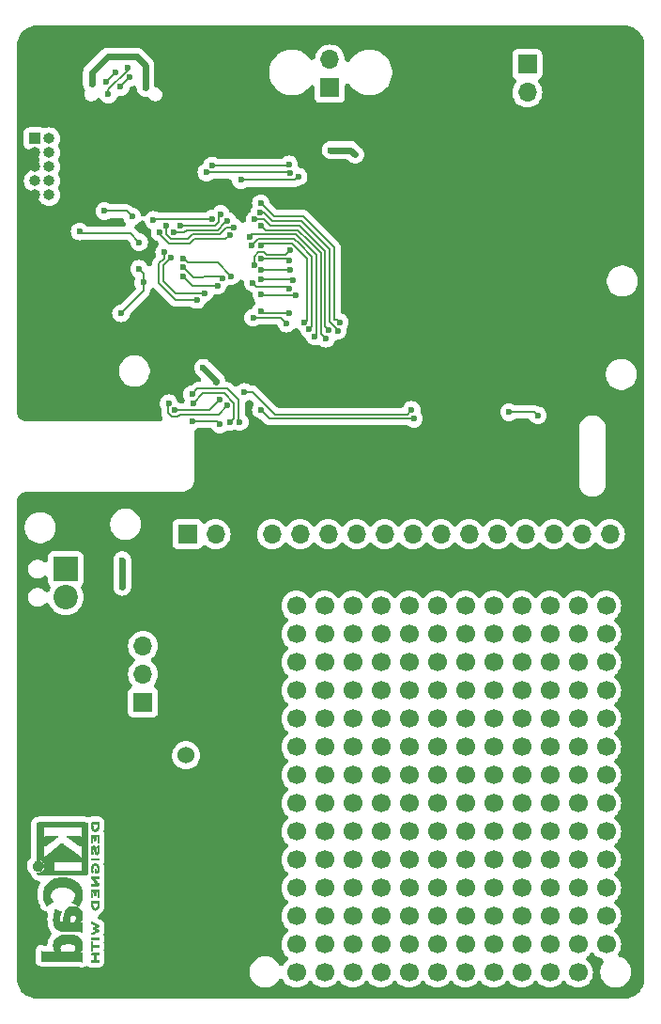
<source format=gbr>
%TF.GenerationSoftware,KiCad,Pcbnew,8.0.8*%
%TF.CreationDate,2025-01-27T11:12:39+01:00*%
%TF.ProjectId,ares-parachute-board,61726573-2d70-4617-9261-63687574652d,rev?*%
%TF.SameCoordinates,Original*%
%TF.FileFunction,Copper,L2,Bot*%
%TF.FilePolarity,Positive*%
%FSLAX46Y46*%
G04 Gerber Fmt 4.6, Leading zero omitted, Abs format (unit mm)*
G04 Created by KiCad (PCBNEW 8.0.8) date 2025-01-27 11:12:39*
%MOMM*%
%LPD*%
G01*
G04 APERTURE LIST*
%TA.AperFunction,EtchedComponent*%
%ADD10C,0.010000*%
%TD*%
%TA.AperFunction,ComponentPad*%
%ADD11R,1.700000X1.700000*%
%TD*%
%TA.AperFunction,ComponentPad*%
%ADD12O,1.700000X1.700000*%
%TD*%
%TA.AperFunction,ComponentPad*%
%ADD13C,1.700000*%
%TD*%
%TA.AperFunction,ComponentPad*%
%ADD14R,2.200000X2.200000*%
%TD*%
%TA.AperFunction,ComponentPad*%
%ADD15C,2.200000*%
%TD*%
%TA.AperFunction,ComponentPad*%
%ADD16O,1.000000X2.100000*%
%TD*%
%TA.AperFunction,ComponentPad*%
%ADD17O,1.000000X1.800000*%
%TD*%
%TA.AperFunction,ComponentPad*%
%ADD18R,1.000000X1.000000*%
%TD*%
%TA.AperFunction,ComponentPad*%
%ADD19O,1.000000X1.000000*%
%TD*%
%TA.AperFunction,ComponentPad*%
%ADD20C,1.524000*%
%TD*%
%TA.AperFunction,ViaPad*%
%ADD21C,0.600000*%
%TD*%
%TA.AperFunction,Conductor*%
%ADD22C,0.600000*%
%TD*%
%TA.AperFunction,Conductor*%
%ADD23C,0.200000*%
%TD*%
G04 APERTURE END LIST*
D10*
%TO.C,REF\u002A\u002A*%
X7581270Y5681135D02*
X7598745Y5649775D01*
X7599581Y5613974D01*
X7579088Y5582536D01*
X7574422Y5578660D01*
X7564955Y5573194D01*
X7551273Y5568987D01*
X7530754Y5565875D01*
X7500774Y5563695D01*
X7458710Y5562284D01*
X7401938Y5561479D01*
X7327836Y5561115D01*
X7233779Y5561030D01*
X6912233Y5561030D01*
X6890653Y5587681D01*
X6875883Y5611394D01*
X6869073Y5634408D01*
X6874955Y5655414D01*
X6890653Y5681135D01*
X6912233Y5707786D01*
X7559690Y5707786D01*
X7581270Y5681135D01*
%TA.AperFunction,EtchedComponent*%
G36*
X7581270Y5681135D02*
G01*
X7598745Y5649775D01*
X7599581Y5613974D01*
X7579088Y5582536D01*
X7574422Y5578660D01*
X7564955Y5573194D01*
X7551273Y5568987D01*
X7530754Y5565875D01*
X7500774Y5563695D01*
X7458710Y5562284D01*
X7401938Y5561479D01*
X7327836Y5561115D01*
X7233779Y5561030D01*
X6912233Y5561030D01*
X6890653Y5587681D01*
X6875883Y5611394D01*
X6869073Y5634408D01*
X6874955Y5655414D01*
X6890653Y5681135D01*
X6912233Y5707786D01*
X7559690Y5707786D01*
X7581270Y5681135D01*
G37*
%TD.AperFunction*%
X7321573Y12847967D02*
X7395795Y12847709D01*
X7452547Y12847038D01*
X7494518Y12845760D01*
X7524395Y12843681D01*
X7544867Y12840607D01*
X7558620Y12836342D01*
X7568343Y12830692D01*
X7576723Y12823463D01*
X7598187Y12791999D01*
X7599953Y12756834D01*
X7580273Y12723830D01*
X7574404Y12718524D01*
X7565320Y12713074D01*
X7551979Y12708908D01*
X7531763Y12705854D01*
X7502055Y12703740D01*
X7460238Y12702394D01*
X7403695Y12701646D01*
X7329808Y12701322D01*
X7235962Y12701253D01*
X7160300Y12701292D01*
X7082391Y12701547D01*
X7022381Y12702191D01*
X6977654Y12703395D01*
X6945591Y12705332D01*
X6923577Y12708172D01*
X6908993Y12712087D01*
X6899224Y12717250D01*
X6891651Y12723830D01*
X6872629Y12753014D01*
X6873469Y12786145D01*
X6896782Y12820299D01*
X6924491Y12848008D01*
X7237543Y12848008D01*
X7321573Y12847967D01*
%TA.AperFunction,EtchedComponent*%
G36*
X7321573Y12847967D02*
G01*
X7395795Y12847709D01*
X7452547Y12847038D01*
X7494518Y12845760D01*
X7524395Y12843681D01*
X7544867Y12840607D01*
X7558620Y12836342D01*
X7568343Y12830692D01*
X7576723Y12823463D01*
X7598187Y12791999D01*
X7599953Y12756834D01*
X7580273Y12723830D01*
X7574404Y12718524D01*
X7565320Y12713074D01*
X7551979Y12708908D01*
X7531763Y12705854D01*
X7502055Y12703740D01*
X7460238Y12702394D01*
X7403695Y12701646D01*
X7329808Y12701322D01*
X7235962Y12701253D01*
X7160300Y12701292D01*
X7082391Y12701547D01*
X7022381Y12702191D01*
X6977654Y12703395D01*
X6945591Y12705332D01*
X6923577Y12708172D01*
X6908993Y12712087D01*
X6899224Y12717250D01*
X6891651Y12723830D01*
X6872629Y12753014D01*
X6873469Y12786145D01*
X6896782Y12820299D01*
X6924491Y12848008D01*
X7237543Y12848008D01*
X7321573Y12847967D01*
G37*
%TD.AperFunction*%
X2134313Y12604677D02*
X2175456Y12602468D01*
X2207588Y12596902D01*
X2238128Y12586594D01*
X2274495Y12570156D01*
X2301734Y12556208D01*
X2387435Y12497673D01*
X2456623Y12425627D01*
X2507747Y12341955D01*
X2539256Y12248539D01*
X2546231Y12215442D01*
X2553100Y12174968D01*
X2554925Y12142007D01*
X2551953Y12107706D01*
X2544432Y12063208D01*
X2532008Y12011942D01*
X2494118Y11921442D01*
X2439842Y11842353D01*
X2371776Y11776536D01*
X2292517Y11725848D01*
X2204660Y11692148D01*
X2110801Y11677294D01*
X2013536Y11683144D01*
X1917226Y11709407D01*
X1828500Y11754426D01*
X1753425Y11815381D01*
X1693647Y11890192D01*
X1650815Y11976776D01*
X1626577Y12073051D01*
X1622582Y12176936D01*
X1632856Y12254570D01*
X1660059Y12337321D01*
X1705490Y12412414D01*
X1771308Y12484306D01*
X1815573Y12522854D01*
X1873967Y12562264D01*
X1934592Y12587454D01*
X2003871Y12600869D01*
X2088228Y12604956D01*
X2134313Y12604677D01*
%TA.AperFunction,EtchedComponent*%
G36*
X2134313Y12604677D02*
G01*
X2175456Y12602468D01*
X2207588Y12596902D01*
X2238128Y12586594D01*
X2274495Y12570156D01*
X2301734Y12556208D01*
X2387435Y12497673D01*
X2456623Y12425627D01*
X2507747Y12341955D01*
X2539256Y12248539D01*
X2546231Y12215442D01*
X2553100Y12174968D01*
X2554925Y12142007D01*
X2551953Y12107706D01*
X2544432Y12063208D01*
X2532008Y12011942D01*
X2494118Y11921442D01*
X2439842Y11842353D01*
X2371776Y11776536D01*
X2292517Y11725848D01*
X2204660Y11692148D01*
X2110801Y11677294D01*
X2013536Y11683144D01*
X1917226Y11709407D01*
X1828500Y11754426D01*
X1753425Y11815381D01*
X1693647Y11890192D01*
X1650815Y11976776D01*
X1626577Y12073051D01*
X1622582Y12176936D01*
X1632856Y12254570D01*
X1660059Y12337321D01*
X1705490Y12412414D01*
X1771308Y12484306D01*
X1815573Y12522854D01*
X1873967Y12562264D01*
X1934592Y12587454D01*
X2003871Y12600869D01*
X2088228Y12604956D01*
X2134313Y12604677D01*
G37*
%TD.AperFunction*%
X6995184Y5310925D02*
X6996637Y5309565D01*
X7004998Y5298362D01*
X7010553Y5281260D01*
X7013846Y5254090D01*
X7015424Y5212686D01*
X7015828Y5152881D01*
X7015828Y5013519D01*
X7279595Y5013519D01*
X7355423Y5013444D01*
X7422089Y5013036D01*
X7471873Y5012054D01*
X7507790Y5010258D01*
X7532856Y5007407D01*
X7550087Y5003261D01*
X7562498Y4997579D01*
X7573106Y4990122D01*
X7575912Y4987832D01*
X7598554Y4956654D01*
X7600118Y4922274D01*
X7580273Y4889342D01*
X7572197Y4882363D01*
X7561599Y4876891D01*
X7545755Y4872871D01*
X7521779Y4870080D01*
X7486780Y4868296D01*
X7437870Y4867297D01*
X7372160Y4866860D01*
X7286762Y4866764D01*
X7015828Y4866764D01*
X7015828Y4720828D01*
X7015827Y4709728D01*
X7015602Y4653210D01*
X7014463Y4614366D01*
X7011663Y4588973D01*
X7006456Y4572812D01*
X6998095Y4561660D01*
X6985832Y4551297D01*
X6955144Y4535449D01*
X6921364Y4538551D01*
X6888828Y4564195D01*
X6885111Y4569137D01*
X6880275Y4579346D01*
X6876512Y4594772D01*
X6873689Y4617894D01*
X6871676Y4651191D01*
X6870339Y4697145D01*
X6869548Y4758236D01*
X6869169Y4836943D01*
X6869073Y4935748D01*
X6869074Y4955775D01*
X6869164Y5049898D01*
X6869504Y5124413D01*
X6870245Y5181819D01*
X6871541Y5224619D01*
X6873543Y5255312D01*
X6876402Y5276399D01*
X6880272Y5290381D01*
X6885304Y5299758D01*
X6891651Y5307030D01*
X6924368Y5325836D01*
X6961945Y5327283D01*
X6995184Y5310925D01*
%TA.AperFunction,EtchedComponent*%
G36*
X6995184Y5310925D02*
G01*
X6996637Y5309565D01*
X7004998Y5298362D01*
X7010553Y5281260D01*
X7013846Y5254090D01*
X7015424Y5212686D01*
X7015828Y5152881D01*
X7015828Y5013519D01*
X7279595Y5013519D01*
X7355423Y5013444D01*
X7422089Y5013036D01*
X7471873Y5012054D01*
X7507790Y5010258D01*
X7532856Y5007407D01*
X7550087Y5003261D01*
X7562498Y4997579D01*
X7573106Y4990122D01*
X7575912Y4987832D01*
X7598554Y4956654D01*
X7600118Y4922274D01*
X7580273Y4889342D01*
X7572197Y4882363D01*
X7561599Y4876891D01*
X7545755Y4872871D01*
X7521779Y4870080D01*
X7486780Y4868296D01*
X7437870Y4867297D01*
X7372160Y4866860D01*
X7286762Y4866764D01*
X7015828Y4866764D01*
X7015828Y4720828D01*
X7015827Y4709728D01*
X7015602Y4653210D01*
X7014463Y4614366D01*
X7011663Y4588973D01*
X7006456Y4572812D01*
X6998095Y4561660D01*
X6985832Y4551297D01*
X6955144Y4535449D01*
X6921364Y4538551D01*
X6888828Y4564195D01*
X6885111Y4569137D01*
X6880275Y4579346D01*
X6876512Y4594772D01*
X6873689Y4617894D01*
X6871676Y4651191D01*
X6870339Y4697145D01*
X6869548Y4758236D01*
X6869169Y4836943D01*
X6869073Y4935748D01*
X6869074Y4955775D01*
X6869164Y5049898D01*
X6869504Y5124413D01*
X6870245Y5181819D01*
X6871541Y5224619D01*
X6873543Y5255312D01*
X6876402Y5276399D01*
X6880272Y5290381D01*
X6885304Y5299758D01*
X6891651Y5307030D01*
X6924368Y5325836D01*
X6961945Y5327283D01*
X6995184Y5310925D01*
G37*
%TD.AperFunction*%
X7277637Y4303117D02*
X7394006Y4302633D01*
X7408181Y4302565D01*
X7469943Y4301979D01*
X7513626Y4300656D01*
X7543007Y4298111D01*
X7561861Y4293856D01*
X7573965Y4287404D01*
X7583095Y4278270D01*
X7600512Y4244812D01*
X7597610Y4209864D01*
X7573106Y4178961D01*
X7559903Y4169952D01*
X7541367Y4162500D01*
X7515339Y4158132D01*
X7476793Y4156077D01*
X7420706Y4155564D01*
X7298051Y4155564D01*
X7298051Y3658853D01*
X7432877Y3658853D01*
X7468668Y3658780D01*
X7514998Y3658017D01*
X7545532Y3655841D01*
X7564563Y3651544D01*
X7576380Y3644420D01*
X7585277Y3633763D01*
X7600347Y3601512D01*
X7597679Y3566225D01*
X7573106Y3535494D01*
X7566851Y3530839D01*
X7556327Y3524903D01*
X7542397Y3520372D01*
X7522323Y3517056D01*
X7493366Y3514767D01*
X7452786Y3513316D01*
X7397846Y3512513D01*
X7325805Y3512170D01*
X7233926Y3512097D01*
X6924491Y3512097D01*
X6896782Y3539806D01*
X6874539Y3571185D01*
X6871850Y3604414D01*
X6891651Y3636275D01*
X6901421Y3644561D01*
X6917313Y3651973D01*
X6941281Y3656310D01*
X6978154Y3658346D01*
X7032762Y3658853D01*
X7151295Y3658853D01*
X7151295Y4155564D01*
X7035782Y4155564D01*
X6984084Y4156002D01*
X6949560Y4157966D01*
X6926984Y4162482D01*
X6911132Y4170575D01*
X6896782Y4183273D01*
X6874539Y4214651D01*
X6871850Y4247880D01*
X6891651Y4279742D01*
X6897841Y4285374D01*
X6906047Y4290464D01*
X6917823Y4294551D01*
X6935282Y4297729D01*
X6960536Y4300095D01*
X6995696Y4301746D01*
X7042875Y4302777D01*
X7104183Y4303285D01*
X7181733Y4303367D01*
X7277637Y4303117D01*
%TA.AperFunction,EtchedComponent*%
G36*
X7277637Y4303117D02*
G01*
X7394006Y4302633D01*
X7408181Y4302565D01*
X7469943Y4301979D01*
X7513626Y4300656D01*
X7543007Y4298111D01*
X7561861Y4293856D01*
X7573965Y4287404D01*
X7583095Y4278270D01*
X7600512Y4244812D01*
X7597610Y4209864D01*
X7573106Y4178961D01*
X7559903Y4169952D01*
X7541367Y4162500D01*
X7515339Y4158132D01*
X7476793Y4156077D01*
X7420706Y4155564D01*
X7298051Y4155564D01*
X7298051Y3658853D01*
X7432877Y3658853D01*
X7468668Y3658780D01*
X7514998Y3658017D01*
X7545532Y3655841D01*
X7564563Y3651544D01*
X7576380Y3644420D01*
X7585277Y3633763D01*
X7600347Y3601512D01*
X7597679Y3566225D01*
X7573106Y3535494D01*
X7566851Y3530839D01*
X7556327Y3524903D01*
X7542397Y3520372D01*
X7522323Y3517056D01*
X7493366Y3514767D01*
X7452786Y3513316D01*
X7397846Y3512513D01*
X7325805Y3512170D01*
X7233926Y3512097D01*
X6924491Y3512097D01*
X6896782Y3539806D01*
X6874539Y3571185D01*
X6871850Y3604414D01*
X6891651Y3636275D01*
X6901421Y3644561D01*
X6917313Y3651973D01*
X6941281Y3656310D01*
X6978154Y3658346D01*
X7032762Y3658853D01*
X7151295Y3658853D01*
X7151295Y4155564D01*
X7035782Y4155564D01*
X6984084Y4156002D01*
X6949560Y4157966D01*
X6926984Y4162482D01*
X6911132Y4170575D01*
X6896782Y4183273D01*
X6874539Y4214651D01*
X6871850Y4247880D01*
X6891651Y4279742D01*
X6897841Y4285374D01*
X6906047Y4290464D01*
X6917823Y4294551D01*
X6935282Y4297729D01*
X6960536Y4300095D01*
X6995696Y4301746D01*
X7042875Y4302777D01*
X7104183Y4303285D01*
X7181733Y4303367D01*
X7277637Y4303117D01*
G37*
%TD.AperFunction*%
X7295532Y8987183D02*
X7374317Y8986958D01*
X7435027Y8986340D01*
X7456095Y8985783D01*
X7480402Y8985141D01*
X7513181Y8983171D01*
X7536101Y8980243D01*
X7551903Y8976166D01*
X7563325Y8970751D01*
X7573106Y8963811D01*
X7602851Y8940414D01*
X7602257Y8774722D01*
X7601959Y8739926D01*
X7598528Y8641443D01*
X7590845Y8560481D01*
X7578288Y8493387D01*
X7560233Y8436504D01*
X7536058Y8386177D01*
X7534141Y8382818D01*
X7497423Y8325006D01*
X7460457Y8282652D01*
X7416972Y8249836D01*
X7360695Y8220636D01*
X7351079Y8216354D01*
X7287893Y8193777D01*
X7232515Y8186805D01*
X7177489Y8195407D01*
X7115357Y8219549D01*
X7113664Y8220345D01*
X7044242Y8260796D01*
X6987644Y8311481D01*
X6943076Y8374206D01*
X6909747Y8450782D01*
X6886867Y8543017D01*
X6873642Y8652720D01*
X6869281Y8781699D01*
X6869276Y8785271D01*
X6869378Y8829164D01*
X7015828Y8829164D01*
X7016276Y8741675D01*
X7018752Y8674755D01*
X7030004Y8582357D01*
X7049543Y8503042D01*
X7076517Y8441068D01*
X7097246Y8410128D01*
X7127012Y8382008D01*
X7169440Y8358668D01*
X7185406Y8351541D01*
X7217908Y8339717D01*
X7242339Y8337287D01*
X7267067Y8342900D01*
X7282945Y8348626D01*
X7342853Y8381556D01*
X7388606Y8428894D01*
X7421742Y8492660D01*
X7443796Y8574869D01*
X7444298Y8577663D01*
X7450261Y8623948D01*
X7454489Y8680344D01*
X7456095Y8735282D01*
X7456095Y8829164D01*
X7015828Y8829164D01*
X6869378Y8829164D01*
X6869416Y8845291D01*
X6870452Y8887222D01*
X6873046Y8915336D01*
X6877859Y8933905D01*
X6885550Y8947202D01*
X6896782Y8959499D01*
X6924491Y8987208D01*
X7233926Y8987208D01*
X7295532Y8987183D01*
%TA.AperFunction,EtchedComponent*%
G36*
X7295532Y8987183D02*
G01*
X7374317Y8986958D01*
X7435027Y8986340D01*
X7456095Y8985783D01*
X7480402Y8985141D01*
X7513181Y8983171D01*
X7536101Y8980243D01*
X7551903Y8976166D01*
X7563325Y8970751D01*
X7573106Y8963811D01*
X7602851Y8940414D01*
X7602257Y8774722D01*
X7601959Y8739926D01*
X7598528Y8641443D01*
X7590845Y8560481D01*
X7578288Y8493387D01*
X7560233Y8436504D01*
X7536058Y8386177D01*
X7534141Y8382818D01*
X7497423Y8325006D01*
X7460457Y8282652D01*
X7416972Y8249836D01*
X7360695Y8220636D01*
X7351079Y8216354D01*
X7287893Y8193777D01*
X7232515Y8186805D01*
X7177489Y8195407D01*
X7115357Y8219549D01*
X7113664Y8220345D01*
X7044242Y8260796D01*
X6987644Y8311481D01*
X6943076Y8374206D01*
X6909747Y8450782D01*
X6886867Y8543017D01*
X6873642Y8652720D01*
X6869281Y8781699D01*
X6869276Y8785271D01*
X6869378Y8829164D01*
X7015828Y8829164D01*
X7016276Y8741675D01*
X7018752Y8674755D01*
X7030004Y8582357D01*
X7049543Y8503042D01*
X7076517Y8441068D01*
X7097246Y8410128D01*
X7127012Y8382008D01*
X7169440Y8358668D01*
X7185406Y8351541D01*
X7217908Y8339717D01*
X7242339Y8337287D01*
X7267067Y8342900D01*
X7282945Y8348626D01*
X7342853Y8381556D01*
X7388606Y8428894D01*
X7421742Y8492660D01*
X7443796Y8574869D01*
X7444298Y8577663D01*
X7450261Y8623948D01*
X7454489Y8680344D01*
X7456095Y8735282D01*
X7456095Y8829164D01*
X7015828Y8829164D01*
X6869378Y8829164D01*
X6869416Y8845291D01*
X6870452Y8887222D01*
X6873046Y8915336D01*
X6877859Y8933905D01*
X6885550Y8947202D01*
X6896782Y8959499D01*
X6924491Y8987208D01*
X7233926Y8987208D01*
X7295532Y8987183D01*
G37*
%TD.AperFunction*%
X7235962Y16076630D02*
X7311623Y16076591D01*
X7389532Y16076336D01*
X7449542Y16075692D01*
X7494270Y16074488D01*
X7526332Y16072551D01*
X7548346Y16069711D01*
X7562930Y16065796D01*
X7572700Y16060634D01*
X7580273Y16054053D01*
X7586507Y16047085D01*
X7593807Y16034087D01*
X7598560Y16014939D01*
X7601298Y15985536D01*
X7602551Y15941770D01*
X7602851Y15879536D01*
X7602475Y15830590D01*
X7598047Y15723730D01*
X7587959Y15634502D01*
X7571371Y15559704D01*
X7547441Y15496133D01*
X7515327Y15440587D01*
X7474188Y15389862D01*
X7468336Y15383874D01*
X7419827Y15347007D01*
X7359019Y15315907D01*
X7294775Y15294425D01*
X7235962Y15286408D01*
X7214745Y15287687D01*
X7157329Y15299999D01*
X7097419Y15322528D01*
X7043369Y15351758D01*
X7003538Y15384175D01*
X6986516Y15403716D01*
X6947328Y15458428D01*
X6917199Y15518731D01*
X6895238Y15587927D01*
X6880556Y15669319D01*
X6872265Y15766208D01*
X6870154Y15853675D01*
X7015814Y15853675D01*
X7015823Y15850647D01*
X7017788Y15799527D01*
X7022513Y15739424D01*
X7029041Y15682716D01*
X7038337Y15632758D01*
X7064606Y15558006D01*
X7103905Y15500497D01*
X7156939Y15458996D01*
X7208206Y15437779D01*
X7256032Y15436361D01*
X7306967Y15454643D01*
X7352884Y15484313D01*
X7395293Y15531010D01*
X7425096Y15592400D01*
X7444232Y15671546D01*
X7444470Y15673036D01*
X7450262Y15722007D01*
X7454402Y15780701D01*
X7456010Y15836742D01*
X7456095Y15929875D01*
X7015828Y15929875D01*
X7015814Y15853675D01*
X6870154Y15853675D01*
X6869473Y15881897D01*
X6869072Y15921379D01*
X6868659Y15967090D01*
X6870463Y16002891D01*
X6876745Y16029982D01*
X6889765Y16049564D01*
X6911784Y16062838D01*
X6945061Y16071006D01*
X6991857Y16075268D01*
X7015828Y16075865D01*
X7054433Y16076825D01*
X7135047Y16076878D01*
X7235962Y16076630D01*
%TA.AperFunction,EtchedComponent*%
G36*
X7235962Y16076630D02*
G01*
X7311623Y16076591D01*
X7389532Y16076336D01*
X7449542Y16075692D01*
X7494270Y16074488D01*
X7526332Y16072551D01*
X7548346Y16069711D01*
X7562930Y16065796D01*
X7572700Y16060634D01*
X7580273Y16054053D01*
X7586507Y16047085D01*
X7593807Y16034087D01*
X7598560Y16014939D01*
X7601298Y15985536D01*
X7602551Y15941770D01*
X7602851Y15879536D01*
X7602475Y15830590D01*
X7598047Y15723730D01*
X7587959Y15634502D01*
X7571371Y15559704D01*
X7547441Y15496133D01*
X7515327Y15440587D01*
X7474188Y15389862D01*
X7468336Y15383874D01*
X7419827Y15347007D01*
X7359019Y15315907D01*
X7294775Y15294425D01*
X7235962Y15286408D01*
X7214745Y15287687D01*
X7157329Y15299999D01*
X7097419Y15322528D01*
X7043369Y15351758D01*
X7003538Y15384175D01*
X6986516Y15403716D01*
X6947328Y15458428D01*
X6917199Y15518731D01*
X6895238Y15587927D01*
X6880556Y15669319D01*
X6872265Y15766208D01*
X6870154Y15853675D01*
X7015814Y15853675D01*
X7015823Y15850647D01*
X7017788Y15799527D01*
X7022513Y15739424D01*
X7029041Y15682716D01*
X7038337Y15632758D01*
X7064606Y15558006D01*
X7103905Y15500497D01*
X7156939Y15458996D01*
X7208206Y15437779D01*
X7256032Y15436361D01*
X7306967Y15454643D01*
X7352884Y15484313D01*
X7395293Y15531010D01*
X7425096Y15592400D01*
X7444232Y15671546D01*
X7444470Y15673036D01*
X7450262Y15722007D01*
X7454402Y15780701D01*
X7456010Y15836742D01*
X7456095Y15929875D01*
X7015828Y15929875D01*
X7015814Y15853675D01*
X6870154Y15853675D01*
X6869473Y15881897D01*
X6869072Y15921379D01*
X6868659Y15967090D01*
X6870463Y16002891D01*
X6876745Y16029982D01*
X6889765Y16049564D01*
X6911784Y16062838D01*
X6945061Y16071006D01*
X6991857Y16075268D01*
X7015828Y16075865D01*
X7054433Y16076825D01*
X7135047Y16076878D01*
X7235962Y16076630D01*
G37*
%TD.AperFunction*%
X7294492Y11188519D02*
X7373579Y11188300D01*
X7434522Y11187691D01*
X7480068Y11186500D01*
X7512969Y11184537D01*
X7535974Y11181611D01*
X7551832Y11177531D01*
X7563292Y11172105D01*
X7573106Y11165144D01*
X7597499Y11134716D01*
X7600378Y11099773D01*
X7581288Y11062792D01*
X7577813Y11058608D01*
X7569285Y11050432D01*
X7557734Y11044372D01*
X7539902Y11039989D01*
X7512530Y11036847D01*
X7472360Y11034510D01*
X7416134Y11032539D01*
X7340595Y11030497D01*
X7121464Y11024853D01*
X7362105Y10759564D01*
X7428881Y10685730D01*
X7486997Y10620550D01*
X7531955Y10568356D01*
X7564877Y10527281D01*
X7586885Y10495463D01*
X7599100Y10471034D01*
X7602645Y10452132D01*
X7598642Y10436891D01*
X7588213Y10423447D01*
X7572480Y10409935D01*
X7563997Y10403690D01*
X7553419Y10398058D01*
X7539261Y10393847D01*
X7518809Y10390895D01*
X7489348Y10389040D01*
X7448167Y10388121D01*
X7392550Y10387976D01*
X7319785Y10388443D01*
X7227157Y10389360D01*
X6912205Y10392675D01*
X6890639Y10419326D01*
X6874447Y10445391D01*
X6871676Y10478249D01*
X6890629Y10512780D01*
X6894214Y10517092D01*
X6902743Y10525224D01*
X6914335Y10531253D01*
X6932241Y10535614D01*
X6959712Y10538742D01*
X7000000Y10541071D01*
X7056357Y10543037D01*
X7132035Y10545075D01*
X7351884Y10550719D01*
X7188090Y10731342D01*
X7109457Y10818080D01*
X7041064Y10893851D01*
X6985714Y10955988D01*
X6942344Y11006086D01*
X6909887Y11045743D01*
X6887279Y11076556D01*
X6873454Y11100122D01*
X6867349Y11118038D01*
X6867898Y11131901D01*
X6874035Y11143309D01*
X6884697Y11153858D01*
X6898817Y11165144D01*
X6904778Y11169597D01*
X6915274Y11175596D01*
X6929099Y11180175D01*
X6949004Y11183527D01*
X6977738Y11185841D01*
X7018051Y11187309D01*
X7072693Y11188121D01*
X7144413Y11188468D01*
X7235962Y11188542D01*
X7294492Y11188519D01*
%TA.AperFunction,EtchedComponent*%
G36*
X7294492Y11188519D02*
G01*
X7373579Y11188300D01*
X7434522Y11187691D01*
X7480068Y11186500D01*
X7512969Y11184537D01*
X7535974Y11181611D01*
X7551832Y11177531D01*
X7563292Y11172105D01*
X7573106Y11165144D01*
X7597499Y11134716D01*
X7600378Y11099773D01*
X7581288Y11062792D01*
X7577813Y11058608D01*
X7569285Y11050432D01*
X7557734Y11044372D01*
X7539902Y11039989D01*
X7512530Y11036847D01*
X7472360Y11034510D01*
X7416134Y11032539D01*
X7340595Y11030497D01*
X7121464Y11024853D01*
X7362105Y10759564D01*
X7428881Y10685730D01*
X7486997Y10620550D01*
X7531955Y10568356D01*
X7564877Y10527281D01*
X7586885Y10495463D01*
X7599100Y10471034D01*
X7602645Y10452132D01*
X7598642Y10436891D01*
X7588213Y10423447D01*
X7572480Y10409935D01*
X7563997Y10403690D01*
X7553419Y10398058D01*
X7539261Y10393847D01*
X7518809Y10390895D01*
X7489348Y10389040D01*
X7448167Y10388121D01*
X7392550Y10387976D01*
X7319785Y10388443D01*
X7227157Y10389360D01*
X6912205Y10392675D01*
X6890639Y10419326D01*
X6874447Y10445391D01*
X6871676Y10478249D01*
X6890629Y10512780D01*
X6894214Y10517092D01*
X6902743Y10525224D01*
X6914335Y10531253D01*
X6932241Y10535614D01*
X6959712Y10538742D01*
X7000000Y10541071D01*
X7056357Y10543037D01*
X7132035Y10545075D01*
X7351884Y10550719D01*
X7188090Y10731342D01*
X7109457Y10818080D01*
X7041064Y10893851D01*
X6985714Y10955988D01*
X6942344Y11006086D01*
X6909887Y11045743D01*
X6887279Y11076556D01*
X6873454Y11100122D01*
X6867349Y11118038D01*
X6867898Y11131901D01*
X6874035Y11143309D01*
X6884697Y11153858D01*
X6898817Y11165144D01*
X6904778Y11169597D01*
X6915274Y11175596D01*
X6929099Y11180175D01*
X6949004Y11183527D01*
X6977738Y11185841D01*
X7018051Y11187309D01*
X7072693Y11188121D01*
X7144413Y11188468D01*
X7235962Y11188542D01*
X7294492Y11188519D01*
G37*
%TD.AperFunction*%
X7254265Y12372306D02*
X7305598Y12359365D01*
X7362124Y12336202D01*
X7416041Y12306310D01*
X7459545Y12273181D01*
X7469893Y12262985D01*
X7521668Y12195900D01*
X7561560Y12115774D01*
X7585962Y12029564D01*
X7594074Y11974600D01*
X7600679Y11881147D01*
X7598592Y11791366D01*
X7588346Y11708877D01*
X7570476Y11637294D01*
X7545514Y11580236D01*
X7513994Y11541319D01*
X7512018Y11539944D01*
X7486792Y11532856D01*
X7439541Y11528617D01*
X7370077Y11527208D01*
X7307844Y11528068D01*
X7260462Y11532788D01*
X7228359Y11544478D01*
X7208806Y11566247D01*
X7199076Y11601206D01*
X7196439Y11652464D01*
X7198167Y11723131D01*
X7201179Y11771751D01*
X7209372Y11821947D01*
X7223425Y11854441D01*
X7244660Y11871900D01*
X7274400Y11876991D01*
X7278942Y11876885D01*
X7313736Y11868183D01*
X7337153Y11844173D01*
X7350353Y11802908D01*
X7354495Y11742439D01*
X7354495Y11673964D01*
X7392847Y11673964D01*
X7401982Y11674014D01*
X7419233Y11676235D01*
X7429527Y11685502D01*
X7436465Y11706883D01*
X7443647Y11745444D01*
X7444581Y11750918D01*
X7454484Y11847868D01*
X7451565Y11937860D01*
X7436835Y12018768D01*
X7411305Y12088467D01*
X7375984Y12144832D01*
X7331885Y12185737D01*
X7280018Y12209059D01*
X7221394Y12212671D01*
X7192500Y12207153D01*
X7136610Y12180469D01*
X7090951Y12134281D01*
X7056114Y12069299D01*
X7032696Y11986237D01*
X7028247Y11961563D01*
X7017748Y11872234D01*
X7018977Y11792427D01*
X7031912Y11714334D01*
X7038702Y11679191D01*
X7039719Y11633753D01*
X7027188Y11602438D01*
X7000401Y11582285D01*
X6972154Y11575901D01*
X6940930Y11585387D01*
X6927505Y11594716D01*
X6903973Y11628951D01*
X6886101Y11681573D01*
X6874605Y11750089D01*
X6870198Y11832008D01*
X6874185Y11929158D01*
X6890500Y12035165D01*
X6918551Y12128977D01*
X6957458Y12207773D01*
X7006340Y12268727D01*
X7039201Y12294797D01*
X7088400Y12324305D01*
X7142258Y12349576D01*
X7193425Y12367226D01*
X7234550Y12373866D01*
X7254265Y12372306D01*
%TA.AperFunction,EtchedComponent*%
G36*
X7254265Y12372306D02*
G01*
X7305598Y12359365D01*
X7362124Y12336202D01*
X7416041Y12306310D01*
X7459545Y12273181D01*
X7469893Y12262985D01*
X7521668Y12195900D01*
X7561560Y12115774D01*
X7585962Y12029564D01*
X7594074Y11974600D01*
X7600679Y11881147D01*
X7598592Y11791366D01*
X7588346Y11708877D01*
X7570476Y11637294D01*
X7545514Y11580236D01*
X7513994Y11541319D01*
X7512018Y11539944D01*
X7486792Y11532856D01*
X7439541Y11528617D01*
X7370077Y11527208D01*
X7307844Y11528068D01*
X7260462Y11532788D01*
X7228359Y11544478D01*
X7208806Y11566247D01*
X7199076Y11601206D01*
X7196439Y11652464D01*
X7198167Y11723131D01*
X7201179Y11771751D01*
X7209372Y11821947D01*
X7223425Y11854441D01*
X7244660Y11871900D01*
X7274400Y11876991D01*
X7278942Y11876885D01*
X7313736Y11868183D01*
X7337153Y11844173D01*
X7350353Y11802908D01*
X7354495Y11742439D01*
X7354495Y11673964D01*
X7392847Y11673964D01*
X7401982Y11674014D01*
X7419233Y11676235D01*
X7429527Y11685502D01*
X7436465Y11706883D01*
X7443647Y11745444D01*
X7444581Y11750918D01*
X7454484Y11847868D01*
X7451565Y11937860D01*
X7436835Y12018768D01*
X7411305Y12088467D01*
X7375984Y12144832D01*
X7331885Y12185737D01*
X7280018Y12209059D01*
X7221394Y12212671D01*
X7192500Y12207153D01*
X7136610Y12180469D01*
X7090951Y12134281D01*
X7056114Y12069299D01*
X7032696Y11986237D01*
X7028247Y11961563D01*
X7017748Y11872234D01*
X7018977Y11792427D01*
X7031912Y11714334D01*
X7038702Y11679191D01*
X7039719Y11633753D01*
X7027188Y11602438D01*
X7000401Y11582285D01*
X6972154Y11575901D01*
X6940930Y11585387D01*
X6927505Y11594716D01*
X6903973Y11628951D01*
X6886101Y11681573D01*
X6874605Y11750089D01*
X6870198Y11832008D01*
X6874185Y11929158D01*
X6890500Y12035165D01*
X6918551Y12128977D01*
X6957458Y12207773D01*
X7006340Y12268727D01*
X7039201Y12294797D01*
X7088400Y12324305D01*
X7142258Y12349576D01*
X7193425Y12367226D01*
X7234550Y12373866D01*
X7254265Y12372306D01*
G37*
%TD.AperFunction*%
X7306917Y10003179D02*
X7385234Y10002947D01*
X7445502Y10002327D01*
X7490399Y10001134D01*
X7522608Y9999187D01*
X7544806Y9996302D01*
X7559675Y9992296D01*
X7569895Y9986987D01*
X7578144Y9980191D01*
X7582801Y9975676D01*
X7589288Y9967446D01*
X7594200Y9956086D01*
X7597755Y9938818D01*
X7600173Y9912863D01*
X7601673Y9875444D01*
X7602473Y9823781D01*
X7602793Y9755097D01*
X7602851Y9666614D01*
X7602844Y9646939D01*
X7602578Y9559914D01*
X7601812Y9492262D01*
X7600398Y9441307D01*
X7598186Y9404375D01*
X7595028Y9378791D01*
X7590775Y9361879D01*
X7585277Y9350965D01*
X7575291Y9340472D01*
X7544174Y9327211D01*
X7508286Y9328394D01*
X7476739Y9344558D01*
X7474463Y9346747D01*
X7468195Y9355435D01*
X7463529Y9368777D01*
X7460233Y9389760D01*
X7458074Y9421371D01*
X7456820Y9466598D01*
X7456237Y9528428D01*
X7456095Y9609847D01*
X7456095Y9856453D01*
X7298051Y9856453D01*
X7298051Y9694014D01*
X7297970Y9658346D01*
X7297173Y9602576D01*
X7295168Y9563438D01*
X7291527Y9536984D01*
X7285818Y9519267D01*
X7277613Y9506337D01*
X7274429Y9502694D01*
X7243454Y9484286D01*
X7207118Y9483652D01*
X7173499Y9501191D01*
X7173430Y9501253D01*
X7164804Y9510924D01*
X7158748Y9524217D01*
X7154817Y9544925D01*
X7152562Y9576836D01*
X7151537Y9623742D01*
X7151295Y9689432D01*
X7151295Y9857579D01*
X7086384Y9854194D01*
X7021473Y9850808D01*
X7018420Y9608731D01*
X7018092Y9583715D01*
X7016612Y9502095D01*
X7014228Y9439776D01*
X7010233Y9394162D01*
X7003919Y9362660D01*
X6994580Y9342675D01*
X6981509Y9331612D01*
X6963998Y9326877D01*
X6941341Y9325875D01*
X6938976Y9325881D01*
X6918945Y9327035D01*
X6903152Y9331832D01*
X6891096Y9342640D01*
X6882273Y9361825D01*
X6876181Y9391753D01*
X6872317Y9434791D01*
X6870180Y9493307D01*
X6869266Y9569665D01*
X6869073Y9666234D01*
X6869073Y9956414D01*
X6898817Y9979811D01*
X6905501Y9984760D01*
X6916072Y9990604D01*
X6930159Y9995065D01*
X6950484Y9998329D01*
X6979771Y10000582D01*
X7020743Y10002010D01*
X7076123Y10002800D01*
X7148634Y10003137D01*
X7241000Y10003208D01*
X7306917Y10003179D01*
%TA.AperFunction,EtchedComponent*%
G36*
X7306917Y10003179D02*
G01*
X7385234Y10002947D01*
X7445502Y10002327D01*
X7490399Y10001134D01*
X7522608Y9999187D01*
X7544806Y9996302D01*
X7559675Y9992296D01*
X7569895Y9986987D01*
X7578144Y9980191D01*
X7582801Y9975676D01*
X7589288Y9967446D01*
X7594200Y9956086D01*
X7597755Y9938818D01*
X7600173Y9912863D01*
X7601673Y9875444D01*
X7602473Y9823781D01*
X7602793Y9755097D01*
X7602851Y9666614D01*
X7602844Y9646939D01*
X7602578Y9559914D01*
X7601812Y9492262D01*
X7600398Y9441307D01*
X7598186Y9404375D01*
X7595028Y9378791D01*
X7590775Y9361879D01*
X7585277Y9350965D01*
X7575291Y9340472D01*
X7544174Y9327211D01*
X7508286Y9328394D01*
X7476739Y9344558D01*
X7474463Y9346747D01*
X7468195Y9355435D01*
X7463529Y9368777D01*
X7460233Y9389760D01*
X7458074Y9421371D01*
X7456820Y9466598D01*
X7456237Y9528428D01*
X7456095Y9609847D01*
X7456095Y9856453D01*
X7298051Y9856453D01*
X7298051Y9694014D01*
X7297970Y9658346D01*
X7297173Y9602576D01*
X7295168Y9563438D01*
X7291527Y9536984D01*
X7285818Y9519267D01*
X7277613Y9506337D01*
X7274429Y9502694D01*
X7243454Y9484286D01*
X7207118Y9483652D01*
X7173499Y9501191D01*
X7173430Y9501253D01*
X7164804Y9510924D01*
X7158748Y9524217D01*
X7154817Y9544925D01*
X7152562Y9576836D01*
X7151537Y9623742D01*
X7151295Y9689432D01*
X7151295Y9857579D01*
X7086384Y9854194D01*
X7021473Y9850808D01*
X7018420Y9608731D01*
X7018092Y9583715D01*
X7016612Y9502095D01*
X7014228Y9439776D01*
X7010233Y9394162D01*
X7003919Y9362660D01*
X6994580Y9342675D01*
X6981509Y9331612D01*
X6963998Y9326877D01*
X6941341Y9325875D01*
X6938976Y9325881D01*
X6918945Y9327035D01*
X6903152Y9331832D01*
X6891096Y9342640D01*
X6882273Y9361825D01*
X6876181Y9391753D01*
X6872317Y9434791D01*
X6870180Y9493307D01*
X6869266Y9569665D01*
X6869073Y9666234D01*
X6869073Y9956414D01*
X6898817Y9979811D01*
X6905501Y9984760D01*
X6916072Y9990604D01*
X6930159Y9995065D01*
X6950484Y9998329D01*
X6979771Y10000582D01*
X7020743Y10002010D01*
X7076123Y10002800D01*
X7148634Y10003137D01*
X7241000Y10003208D01*
X7306917Y10003179D01*
G37*
%TD.AperFunction*%
X7310719Y14947705D02*
X7388895Y14947456D01*
X7449109Y14946820D01*
X7493988Y14945623D01*
X7526158Y14943692D01*
X7548245Y14940854D01*
X7562876Y14936935D01*
X7572676Y14931763D01*
X7580273Y14925164D01*
X7583450Y14921830D01*
X7589560Y14913308D01*
X7594235Y14901306D01*
X7597665Y14883095D01*
X7600042Y14855948D01*
X7601558Y14817137D01*
X7602404Y14763932D01*
X7602771Y14693606D01*
X7602851Y14603430D01*
X7602839Y14561322D01*
X7602657Y14480175D01*
X7602104Y14417683D01*
X7600988Y14371117D01*
X7599119Y14337749D01*
X7596304Y14314852D01*
X7592352Y14299696D01*
X7587072Y14289554D01*
X7580273Y14281697D01*
X7558673Y14266971D01*
X7529473Y14259119D01*
X7505566Y14264618D01*
X7478673Y14281697D01*
X7474065Y14286676D01*
X7467778Y14296451D01*
X7463152Y14310567D01*
X7459936Y14332062D01*
X7457876Y14363976D01*
X7456718Y14409350D01*
X7456208Y14471221D01*
X7456095Y14552630D01*
X7456095Y14800986D01*
X7298051Y14800986D01*
X7298051Y14639809D01*
X7297905Y14603991D01*
X7296182Y14538367D01*
X7291747Y14491126D01*
X7283643Y14459391D01*
X7270912Y14440285D01*
X7252598Y14430931D01*
X7227744Y14428453D01*
X7207488Y14429250D01*
X7185662Y14434502D01*
X7170310Y14447296D01*
X7160315Y14470636D01*
X7154559Y14507525D01*
X7151925Y14560967D01*
X7151295Y14633966D01*
X7151295Y14802113D01*
X7086384Y14798727D01*
X7021473Y14795342D01*
X7018424Y14547625D01*
X7017545Y14485034D01*
X7016101Y14416573D01*
X7014170Y14365669D01*
X7011520Y14329416D01*
X7007916Y14304909D01*
X7003127Y14289243D01*
X6996919Y14279514D01*
X6990516Y14273499D01*
X6958834Y14260490D01*
X6923148Y14264051D01*
X6892090Y14283826D01*
X6889167Y14287077D01*
X6882816Y14296057D01*
X6877963Y14308161D01*
X6874409Y14326167D01*
X6871952Y14352855D01*
X6870391Y14391005D01*
X6869524Y14443394D01*
X6869152Y14512802D01*
X6869073Y14602009D01*
X6869089Y14656742D01*
X6869281Y14733839D01*
X6869866Y14792785D01*
X6871057Y14836372D01*
X6873070Y14867391D01*
X6876118Y14888633D01*
X6880415Y14902890D01*
X6886178Y14912953D01*
X6893618Y14921614D01*
X6895299Y14923399D01*
X6902838Y14930643D01*
X6911856Y14936285D01*
X6924990Y14940525D01*
X6944878Y14943564D01*
X6974157Y14945602D01*
X7015464Y14946838D01*
X7071437Y14947473D01*
X7144713Y14947708D01*
X7237929Y14947742D01*
X7310719Y14947705D01*
%TA.AperFunction,EtchedComponent*%
G36*
X7310719Y14947705D02*
G01*
X7388895Y14947456D01*
X7449109Y14946820D01*
X7493988Y14945623D01*
X7526158Y14943692D01*
X7548245Y14940854D01*
X7562876Y14936935D01*
X7572676Y14931763D01*
X7580273Y14925164D01*
X7583450Y14921830D01*
X7589560Y14913308D01*
X7594235Y14901306D01*
X7597665Y14883095D01*
X7600042Y14855948D01*
X7601558Y14817137D01*
X7602404Y14763932D01*
X7602771Y14693606D01*
X7602851Y14603430D01*
X7602839Y14561322D01*
X7602657Y14480175D01*
X7602104Y14417683D01*
X7600988Y14371117D01*
X7599119Y14337749D01*
X7596304Y14314852D01*
X7592352Y14299696D01*
X7587072Y14289554D01*
X7580273Y14281697D01*
X7558673Y14266971D01*
X7529473Y14259119D01*
X7505566Y14264618D01*
X7478673Y14281697D01*
X7474065Y14286676D01*
X7467778Y14296451D01*
X7463152Y14310567D01*
X7459936Y14332062D01*
X7457876Y14363976D01*
X7456718Y14409350D01*
X7456208Y14471221D01*
X7456095Y14552630D01*
X7456095Y14800986D01*
X7298051Y14800986D01*
X7298051Y14639809D01*
X7297905Y14603991D01*
X7296182Y14538367D01*
X7291747Y14491126D01*
X7283643Y14459391D01*
X7270912Y14440285D01*
X7252598Y14430931D01*
X7227744Y14428453D01*
X7207488Y14429250D01*
X7185662Y14434502D01*
X7170310Y14447296D01*
X7160315Y14470636D01*
X7154559Y14507525D01*
X7151925Y14560967D01*
X7151295Y14633966D01*
X7151295Y14802113D01*
X7086384Y14798727D01*
X7021473Y14795342D01*
X7018424Y14547625D01*
X7017545Y14485034D01*
X7016101Y14416573D01*
X7014170Y14365669D01*
X7011520Y14329416D01*
X7007916Y14304909D01*
X7003127Y14289243D01*
X6996919Y14279514D01*
X6990516Y14273499D01*
X6958834Y14260490D01*
X6923148Y14264051D01*
X6892090Y14283826D01*
X6889167Y14287077D01*
X6882816Y14296057D01*
X6877963Y14308161D01*
X6874409Y14326167D01*
X6871952Y14352855D01*
X6870391Y14391005D01*
X6869524Y14443394D01*
X6869152Y14512802D01*
X6869073Y14602009D01*
X6869089Y14656742D01*
X6869281Y14733839D01*
X6869866Y14792785D01*
X6871057Y14836372D01*
X6873070Y14867391D01*
X6876118Y14888633D01*
X6880415Y14902890D01*
X6886178Y14912953D01*
X6893618Y14921614D01*
X6895299Y14923399D01*
X6902838Y14930643D01*
X6911856Y14936285D01*
X6924990Y14940525D01*
X6944878Y14943564D01*
X6974157Y14945602D01*
X7015464Y14946838D01*
X7071437Y14947473D01*
X7144713Y14947708D01*
X7237929Y14947742D01*
X7310719Y14947705D01*
G37*
%TD.AperFunction*%
X6951921Y7095236D02*
X6986487Y7082372D01*
X7034832Y7062613D01*
X7093831Y7037389D01*
X7160361Y7008127D01*
X7231297Y6976258D01*
X7303513Y6943209D01*
X7373886Y6910409D01*
X7439291Y6879288D01*
X7496603Y6851273D01*
X7542698Y6827794D01*
X7574452Y6810280D01*
X7588739Y6800159D01*
X7602108Y6765751D01*
X7595747Y6724054D01*
X7591050Y6718689D01*
X7568899Y6702860D01*
X7532138Y6680658D01*
X7484421Y6654241D01*
X7429399Y6625768D01*
X7270156Y6545994D01*
X7416748Y6472807D01*
X7436038Y6463111D01*
X7488386Y6436133D01*
X7533176Y6412104D01*
X7566160Y6393340D01*
X7583095Y6382154D01*
X7584338Y6381008D01*
X7599625Y6352887D01*
X7601308Y6317825D01*
X7588739Y6286784D01*
X7585890Y6284358D01*
X7565265Y6272098D01*
X7527714Y6252360D01*
X7475886Y6226456D01*
X7412429Y6195693D01*
X7339991Y6161383D01*
X7261222Y6124833D01*
X7217099Y6104593D01*
X7136371Y6067820D01*
X7072693Y6039363D01*
X7023758Y6018339D01*
X6987263Y6003862D01*
X6960901Y5995047D01*
X6942367Y5991012D01*
X6929358Y5990870D01*
X6919567Y5993738D01*
X6898684Y6008395D01*
X6878383Y6034998D01*
X6878041Y6035753D01*
X6871040Y6055343D01*
X6870510Y6072798D01*
X6878484Y6089710D01*
X6896995Y6107671D01*
X6928077Y6128271D01*
X6973762Y6153103D01*
X7036084Y6183758D01*
X7117077Y6221828D01*
X7148460Y6236462D01*
X7211644Y6266211D01*
X7266250Y6292305D01*
X7309296Y6313300D01*
X7337799Y6327747D01*
X7348776Y6334199D01*
X7348195Y6335558D01*
X7334248Y6345550D01*
X7304710Y6362841D01*
X7263093Y6385438D01*
X7212909Y6411346D01*
X7181420Y6427319D01*
X7126067Y6456269D01*
X7087050Y6478757D01*
X7061572Y6496973D01*
X7046837Y6513104D01*
X7040048Y6529338D01*
X7038406Y6547865D01*
X7038881Y6558368D01*
X7043088Y6574484D01*
X7053952Y6589798D01*
X7074225Y6606396D01*
X7106660Y6626365D01*
X7154010Y6651791D01*
X7219028Y6684760D01*
X7238283Y6694493D01*
X7284952Y6718951D01*
X7321115Y6739186D01*
X7343503Y6753319D01*
X7348851Y6759468D01*
X7345579Y6760835D01*
X7324670Y6770210D01*
X7287731Y6787070D01*
X7237880Y6809987D01*
X7178232Y6837528D01*
X7111904Y6868263D01*
X7054683Y6894978D01*
X6992694Y6924601D01*
X6946955Y6947672D01*
X6914914Y6965651D01*
X6894020Y6979998D01*
X6881724Y6992174D01*
X6875472Y7003640D01*
X6872580Y7013050D01*
X6872431Y7038155D01*
X6887774Y7065298D01*
X6888759Y7066598D01*
X6911394Y7088682D01*
X6933619Y7099731D01*
X6934259Y7099777D01*
X6951921Y7095236D01*
%TA.AperFunction,EtchedComponent*%
G36*
X6951921Y7095236D02*
G01*
X6986487Y7082372D01*
X7034832Y7062613D01*
X7093831Y7037389D01*
X7160361Y7008127D01*
X7231297Y6976258D01*
X7303513Y6943209D01*
X7373886Y6910409D01*
X7439291Y6879288D01*
X7496603Y6851273D01*
X7542698Y6827794D01*
X7574452Y6810280D01*
X7588739Y6800159D01*
X7602108Y6765751D01*
X7595747Y6724054D01*
X7591050Y6718689D01*
X7568899Y6702860D01*
X7532138Y6680658D01*
X7484421Y6654241D01*
X7429399Y6625768D01*
X7270156Y6545994D01*
X7416748Y6472807D01*
X7436038Y6463111D01*
X7488386Y6436133D01*
X7533176Y6412104D01*
X7566160Y6393340D01*
X7583095Y6382154D01*
X7584338Y6381008D01*
X7599625Y6352887D01*
X7601308Y6317825D01*
X7588739Y6286784D01*
X7585890Y6284358D01*
X7565265Y6272098D01*
X7527714Y6252360D01*
X7475886Y6226456D01*
X7412429Y6195693D01*
X7339991Y6161383D01*
X7261222Y6124833D01*
X7217099Y6104593D01*
X7136371Y6067820D01*
X7072693Y6039363D01*
X7023758Y6018339D01*
X6987263Y6003862D01*
X6960901Y5995047D01*
X6942367Y5991012D01*
X6929358Y5990870D01*
X6919567Y5993738D01*
X6898684Y6008395D01*
X6878383Y6034998D01*
X6878041Y6035753D01*
X6871040Y6055343D01*
X6870510Y6072798D01*
X6878484Y6089710D01*
X6896995Y6107671D01*
X6928077Y6128271D01*
X6973762Y6153103D01*
X7036084Y6183758D01*
X7117077Y6221828D01*
X7148460Y6236462D01*
X7211644Y6266211D01*
X7266250Y6292305D01*
X7309296Y6313300D01*
X7337799Y6327747D01*
X7348776Y6334199D01*
X7348195Y6335558D01*
X7334248Y6345550D01*
X7304710Y6362841D01*
X7263093Y6385438D01*
X7212909Y6411346D01*
X7181420Y6427319D01*
X7126067Y6456269D01*
X7087050Y6478757D01*
X7061572Y6496973D01*
X7046837Y6513104D01*
X7040048Y6529338D01*
X7038406Y6547865D01*
X7038881Y6558368D01*
X7043088Y6574484D01*
X7053952Y6589798D01*
X7074225Y6606396D01*
X7106660Y6626365D01*
X7154010Y6651791D01*
X7219028Y6684760D01*
X7238283Y6694493D01*
X7284952Y6718951D01*
X7321115Y6739186D01*
X7343503Y6753319D01*
X7348851Y6759468D01*
X7345579Y6760835D01*
X7324670Y6770210D01*
X7287731Y6787070D01*
X7237880Y6809987D01*
X7178232Y6837528D01*
X7111904Y6868263D01*
X7054683Y6894978D01*
X6992694Y6924601D01*
X6946955Y6947672D01*
X6914914Y6965651D01*
X6894020Y6979998D01*
X6881724Y6992174D01*
X6875472Y7003640D01*
X6872580Y7013050D01*
X6872431Y7038155D01*
X6887774Y7065298D01*
X6888759Y7066598D01*
X6911394Y7088682D01*
X6933619Y7099731D01*
X6934259Y7099777D01*
X6951921Y7095236D01*
G37*
%TD.AperFunction*%
X7120238Y13975960D02*
X7145035Y13970168D01*
X7166705Y13955361D01*
X7194055Y13927388D01*
X7201384Y13919410D01*
X7222287Y13895700D01*
X7239257Y13873306D01*
X7253211Y13849273D01*
X7265062Y13820645D01*
X7275726Y13784468D01*
X7286117Y13737788D01*
X7297152Y13677649D01*
X7309744Y13601098D01*
X7324810Y13505179D01*
X7327844Y13486816D01*
X7341464Y13424486D01*
X7357198Y13379268D01*
X7374269Y13352984D01*
X7391903Y13347455D01*
X7396174Y13350076D01*
X7411239Y13368008D01*
X7427873Y13396134D01*
X7433863Y13408934D01*
X7441056Y13430232D01*
X7445833Y13456618D01*
X7448652Y13492462D01*
X7449970Y13542136D01*
X7450243Y13610008D01*
X7450170Y13627793D01*
X7449059Y13695414D01*
X7446834Y13760353D01*
X7443768Y13815978D01*
X7440133Y13855659D01*
X7436065Y13891170D01*
X7435282Y13920423D01*
X7439882Y13939323D01*
X7450557Y13954437D01*
X7454150Y13958093D01*
X7485924Y13974435D01*
X7521578Y13973115D01*
X7552196Y13954158D01*
X7563802Y13933788D01*
X7576497Y13897804D01*
X7586547Y13855380D01*
X7587146Y13851930D01*
X7592362Y13809260D01*
X7596736Y13751874D01*
X7599824Y13686857D01*
X7601183Y13621297D01*
X7601224Y13605065D01*
X7598747Y13506752D01*
X7590741Y13426700D01*
X7576209Y13361521D01*
X7554155Y13307825D01*
X7523582Y13262224D01*
X7483492Y13221331D01*
X7457265Y13201210D01*
X7427718Y13189584D01*
X7388001Y13186675D01*
X7376032Y13186816D01*
X7343351Y13190689D01*
X7316825Y13203073D01*
X7285977Y13228238D01*
X7263837Y13249450D01*
X7241291Y13275846D01*
X7222923Y13305563D01*
X7207667Y13341793D01*
X7194455Y13387725D01*
X7182220Y13446552D01*
X7169895Y13521464D01*
X7156412Y13615653D01*
X7149402Y13660965D01*
X7134843Y13728919D01*
X7118343Y13778055D01*
X7100445Y13807622D01*
X7081691Y13816872D01*
X7062621Y13805056D01*
X7043777Y13771424D01*
X7042563Y13768378D01*
X7030485Y13722019D01*
X7022285Y13659369D01*
X7018125Y13585935D01*
X7018167Y13507225D01*
X7022575Y13428747D01*
X7031511Y13356008D01*
X7032160Y13352081D01*
X7039867Y13303265D01*
X7043479Y13271013D01*
X7042882Y13250016D01*
X7037960Y13234962D01*
X7028602Y13220542D01*
X7027731Y13219372D01*
X6997357Y13194855D01*
X6961856Y13190062D01*
X6927275Y13205868D01*
X6922819Y13210414D01*
X6907679Y13240028D01*
X6894556Y13287010D01*
X6883756Y13347314D01*
X6875587Y13416896D01*
X6870357Y13491711D01*
X6868373Y13567714D01*
X6869942Y13640861D01*
X6875372Y13707108D01*
X6884970Y13762408D01*
X6899831Y13813291D01*
X6932964Y13884603D01*
X6975646Y13935760D01*
X7027711Y13966583D01*
X7088989Y13976897D01*
X7120238Y13975960D01*
%TA.AperFunction,EtchedComponent*%
G36*
X7120238Y13975960D02*
G01*
X7145035Y13970168D01*
X7166705Y13955361D01*
X7194055Y13927388D01*
X7201384Y13919410D01*
X7222287Y13895700D01*
X7239257Y13873306D01*
X7253211Y13849273D01*
X7265062Y13820645D01*
X7275726Y13784468D01*
X7286117Y13737788D01*
X7297152Y13677649D01*
X7309744Y13601098D01*
X7324810Y13505179D01*
X7327844Y13486816D01*
X7341464Y13424486D01*
X7357198Y13379268D01*
X7374269Y13352984D01*
X7391903Y13347455D01*
X7396174Y13350076D01*
X7411239Y13368008D01*
X7427873Y13396134D01*
X7433863Y13408934D01*
X7441056Y13430232D01*
X7445833Y13456618D01*
X7448652Y13492462D01*
X7449970Y13542136D01*
X7450243Y13610008D01*
X7450170Y13627793D01*
X7449059Y13695414D01*
X7446834Y13760353D01*
X7443768Y13815978D01*
X7440133Y13855659D01*
X7436065Y13891170D01*
X7435282Y13920423D01*
X7439882Y13939323D01*
X7450557Y13954437D01*
X7454150Y13958093D01*
X7485924Y13974435D01*
X7521578Y13973115D01*
X7552196Y13954158D01*
X7563802Y13933788D01*
X7576497Y13897804D01*
X7586547Y13855380D01*
X7587146Y13851930D01*
X7592362Y13809260D01*
X7596736Y13751874D01*
X7599824Y13686857D01*
X7601183Y13621297D01*
X7601224Y13605065D01*
X7598747Y13506752D01*
X7590741Y13426700D01*
X7576209Y13361521D01*
X7554155Y13307825D01*
X7523582Y13262224D01*
X7483492Y13221331D01*
X7457265Y13201210D01*
X7427718Y13189584D01*
X7388001Y13186675D01*
X7376032Y13186816D01*
X7343351Y13190689D01*
X7316825Y13203073D01*
X7285977Y13228238D01*
X7263837Y13249450D01*
X7241291Y13275846D01*
X7222923Y13305563D01*
X7207667Y13341793D01*
X7194455Y13387725D01*
X7182220Y13446552D01*
X7169895Y13521464D01*
X7156412Y13615653D01*
X7149402Y13660965D01*
X7134843Y13728919D01*
X7118343Y13778055D01*
X7100445Y13807622D01*
X7081691Y13816872D01*
X7062621Y13805056D01*
X7043777Y13771424D01*
X7042563Y13768378D01*
X7030485Y13722019D01*
X7022285Y13659369D01*
X7018125Y13585935D01*
X7018167Y13507225D01*
X7022575Y13428747D01*
X7031511Y13356008D01*
X7032160Y13352081D01*
X7039867Y13303265D01*
X7043479Y13271013D01*
X7042882Y13250016D01*
X7037960Y13234962D01*
X7028602Y13220542D01*
X7027731Y13219372D01*
X6997357Y13194855D01*
X6961856Y13190062D01*
X6927275Y13205868D01*
X6922819Y13210414D01*
X6907679Y13240028D01*
X6894556Y13287010D01*
X6883756Y13347314D01*
X6875587Y13416896D01*
X6870357Y13491711D01*
X6868373Y13567714D01*
X6869942Y13640861D01*
X6875372Y13707108D01*
X6884970Y13762408D01*
X6899831Y13813291D01*
X6932964Y13884603D01*
X6975646Y13935760D01*
X7027711Y13966583D01*
X7088989Y13976897D01*
X7120238Y13975960D01*
G37*
%TD.AperFunction*%
X4421331Y11117559D02*
X4622587Y11100799D01*
X4817134Y11067300D01*
X5000762Y11017052D01*
X5118059Y10973198D01*
X5280957Y10895356D01*
X5434872Y10801836D01*
X5576677Y10694830D01*
X5703245Y10576527D01*
X5811447Y10449119D01*
X5864126Y10371614D01*
X5933756Y10244733D01*
X5992474Y10107251D01*
X6037593Y9965724D01*
X6066428Y9826710D01*
X6068112Y9812605D01*
X6071440Y9769161D01*
X6074281Y9711731D01*
X6076379Y9646130D01*
X6077474Y9578175D01*
X6075146Y9451386D01*
X6062142Y9303681D01*
X6037139Y9165787D01*
X5999324Y9032022D01*
X5990895Y9008570D01*
X5971414Y8960620D01*
X5946479Y8904148D01*
X5917728Y8842387D01*
X5886796Y8778571D01*
X5855321Y8715934D01*
X5824940Y8657711D01*
X5797289Y8607135D01*
X5774005Y8567441D01*
X5756724Y8541862D01*
X5747085Y8533633D01*
X5743990Y8535084D01*
X5724085Y8546258D01*
X5688426Y8567142D01*
X5639465Y8596273D01*
X5579652Y8632189D01*
X5511439Y8673428D01*
X5437277Y8718525D01*
X5140014Y8899793D01*
X5184545Y8946323D01*
X5262871Y9037731D01*
X5337445Y9151342D01*
X5391480Y9269130D01*
X5424296Y9389567D01*
X5435217Y9511125D01*
X5433874Y9552593D01*
X5415618Y9670088D01*
X5376623Y9780097D01*
X5317676Y9881438D01*
X5239563Y9972929D01*
X5143070Y10053388D01*
X5028984Y10121635D01*
X4994730Y10137916D01*
X4871246Y10183990D01*
X4732924Y10219114D01*
X4583567Y10243205D01*
X4426979Y10256181D01*
X4266962Y10257957D01*
X4107320Y10248451D01*
X3951856Y10227580D01*
X3804372Y10195260D01*
X3668673Y10151407D01*
X3582082Y10113990D01*
X3468694Y10049193D01*
X3375076Y9973780D01*
X3300965Y9887426D01*
X3246100Y9789803D01*
X3210218Y9680585D01*
X3193057Y9559447D01*
X3191886Y9490046D01*
X3206147Y9367176D01*
X3241247Y9251672D01*
X3296688Y9144961D01*
X3371970Y9048472D01*
X3386446Y9032728D01*
X3412968Y9002158D01*
X3430144Y8979817D01*
X3434793Y8969699D01*
X3432603Y8967714D01*
X3413727Y8953249D01*
X3380403Y8929408D01*
X3335386Y8898037D01*
X3281431Y8860982D01*
X3221291Y8820091D01*
X3157724Y8777210D01*
X3093482Y8734186D01*
X3031321Y8692865D01*
X2973997Y8655094D01*
X2924263Y8622720D01*
X2884874Y8597590D01*
X2858586Y8581550D01*
X2848153Y8576447D01*
X2843947Y8581058D01*
X2838939Y8600275D01*
X2836392Y8609846D01*
X2825255Y8637817D01*
X2806808Y8679456D01*
X2782731Y8731003D01*
X2754705Y8788698D01*
X2749160Y8799965D01*
X2669895Y8977695D01*
X2610391Y9147498D01*
X2570251Y9311438D01*
X2549077Y9471579D01*
X2546472Y9629985D01*
X2562039Y9788719D01*
X2579529Y9884276D01*
X2624570Y10048566D01*
X2687662Y10202597D01*
X2769921Y10348517D01*
X2872463Y10488474D01*
X2996405Y10624616D01*
X3041667Y10668481D01*
X3173871Y10780766D01*
X3311838Y10873980D01*
X3459756Y10950727D01*
X3621809Y11013611D01*
X3633397Y11017428D01*
X3819398Y11067515D01*
X4015527Y11100907D01*
X4217574Y11117592D01*
X4421331Y11117559D01*
%TA.AperFunction,EtchedComponent*%
G36*
X4421331Y11117559D02*
G01*
X4622587Y11100799D01*
X4817134Y11067300D01*
X5000762Y11017052D01*
X5118059Y10973198D01*
X5280957Y10895356D01*
X5434872Y10801836D01*
X5576677Y10694830D01*
X5703245Y10576527D01*
X5811447Y10449119D01*
X5864126Y10371614D01*
X5933756Y10244733D01*
X5992474Y10107251D01*
X6037593Y9965724D01*
X6066428Y9826710D01*
X6068112Y9812605D01*
X6071440Y9769161D01*
X6074281Y9711731D01*
X6076379Y9646130D01*
X6077474Y9578175D01*
X6075146Y9451386D01*
X6062142Y9303681D01*
X6037139Y9165787D01*
X5999324Y9032022D01*
X5990895Y9008570D01*
X5971414Y8960620D01*
X5946479Y8904148D01*
X5917728Y8842387D01*
X5886796Y8778571D01*
X5855321Y8715934D01*
X5824940Y8657711D01*
X5797289Y8607135D01*
X5774005Y8567441D01*
X5756724Y8541862D01*
X5747085Y8533633D01*
X5743990Y8535084D01*
X5724085Y8546258D01*
X5688426Y8567142D01*
X5639465Y8596273D01*
X5579652Y8632189D01*
X5511439Y8673428D01*
X5437277Y8718525D01*
X5140014Y8899793D01*
X5184545Y8946323D01*
X5262871Y9037731D01*
X5337445Y9151342D01*
X5391480Y9269130D01*
X5424296Y9389567D01*
X5435217Y9511125D01*
X5433874Y9552593D01*
X5415618Y9670088D01*
X5376623Y9780097D01*
X5317676Y9881438D01*
X5239563Y9972929D01*
X5143070Y10053388D01*
X5028984Y10121635D01*
X4994730Y10137916D01*
X4871246Y10183990D01*
X4732924Y10219114D01*
X4583567Y10243205D01*
X4426979Y10256181D01*
X4266962Y10257957D01*
X4107320Y10248451D01*
X3951856Y10227580D01*
X3804372Y10195260D01*
X3668673Y10151407D01*
X3582082Y10113990D01*
X3468694Y10049193D01*
X3375076Y9973780D01*
X3300965Y9887426D01*
X3246100Y9789803D01*
X3210218Y9680585D01*
X3193057Y9559447D01*
X3191886Y9490046D01*
X3206147Y9367176D01*
X3241247Y9251672D01*
X3296688Y9144961D01*
X3371970Y9048472D01*
X3386446Y9032728D01*
X3412968Y9002158D01*
X3430144Y8979817D01*
X3434793Y8969699D01*
X3432603Y8967714D01*
X3413727Y8953249D01*
X3380403Y8929408D01*
X3335386Y8898037D01*
X3281431Y8860982D01*
X3221291Y8820091D01*
X3157724Y8777210D01*
X3093482Y8734186D01*
X3031321Y8692865D01*
X2973997Y8655094D01*
X2924263Y8622720D01*
X2884874Y8597590D01*
X2858586Y8581550D01*
X2848153Y8576447D01*
X2843947Y8581058D01*
X2838939Y8600275D01*
X2836392Y8609846D01*
X2825255Y8637817D01*
X2806808Y8679456D01*
X2782731Y8731003D01*
X2754705Y8788698D01*
X2749160Y8799965D01*
X2669895Y8977695D01*
X2610391Y9147498D01*
X2570251Y9311438D01*
X2549077Y9471579D01*
X2546472Y9629985D01*
X2562039Y9788719D01*
X2579529Y9884276D01*
X2624570Y10048566D01*
X2687662Y10202597D01*
X2769921Y10348517D01*
X2872463Y10488474D01*
X2996405Y10624616D01*
X3041667Y10668481D01*
X3173871Y10780766D01*
X3311838Y10873980D01*
X3459756Y10950727D01*
X3621809Y11013611D01*
X3633397Y11017428D01*
X3819398Y11067515D01*
X4015527Y11100907D01*
X4217574Y11117592D01*
X4421331Y11117559D01*
G37*
%TD.AperFunction*%
X4920164Y5985276D02*
X5071600Y5976697D01*
X5208289Y5957841D01*
X5334282Y5927845D01*
X5453631Y5885844D01*
X5570387Y5830977D01*
X5681185Y5764175D01*
X5794745Y5673371D01*
X5890217Y5569716D01*
X5967079Y5453895D01*
X6024803Y5326594D01*
X6062864Y5188497D01*
X6068672Y5150801D01*
X6074402Y5071760D01*
X6074589Y4983637D01*
X6069545Y4894244D01*
X6059584Y4811392D01*
X6045018Y4742895D01*
X6035370Y4712043D01*
X6005129Y4634738D01*
X5967623Y4557687D01*
X5926620Y4488208D01*
X5885885Y4433623D01*
X5866511Y4410924D01*
X5848668Y4388209D01*
X5841784Y4376787D01*
X5843430Y4375545D01*
X5861211Y4372736D01*
X5894376Y4370784D01*
X5937739Y4370053D01*
X6033695Y4370053D01*
X6033695Y3511904D01*
X5972980Y3546169D01*
X5963874Y3551363D01*
X5949255Y3559723D01*
X5935179Y3567296D01*
X5920546Y3574120D01*
X5904255Y3580235D01*
X5885204Y3585681D01*
X5862292Y3590495D01*
X5834419Y3594716D01*
X5800484Y3598385D01*
X5759385Y3601539D01*
X5710021Y3604219D01*
X5651292Y3606462D01*
X5582096Y3608307D01*
X5501332Y3609795D01*
X5407900Y3610963D01*
X5300698Y3611852D01*
X5178626Y3612499D01*
X5040582Y3612944D01*
X4885465Y3613226D01*
X4712174Y3613383D01*
X4519609Y3613456D01*
X4306668Y3613482D01*
X4072251Y3613501D01*
X2387384Y3613697D01*
X2387384Y4519025D01*
X2424073Y4494593D01*
X2433653Y4488326D01*
X2479987Y4462216D01*
X2527108Y4444477D01*
X2582257Y4432916D01*
X2652673Y4425339D01*
X2659656Y4424847D01*
X2697647Y4423070D01*
X2751582Y4421452D01*
X2818709Y4420007D01*
X2896277Y4418748D01*
X2981534Y4417688D01*
X3071730Y4416837D01*
X3164113Y4416211D01*
X3255931Y4415820D01*
X3344433Y4415678D01*
X3426868Y4415798D01*
X3500485Y4416191D01*
X3562532Y4416870D01*
X3610257Y4417849D01*
X3640910Y4419140D01*
X3651739Y4420755D01*
X3647339Y4428965D01*
X3632368Y4450655D01*
X3610454Y4480022D01*
X3576242Y4528887D01*
X3529720Y4617133D01*
X3496052Y4715924D01*
X3493237Y4730451D01*
X4047471Y4730451D01*
X4059395Y4645327D01*
X4086046Y4561141D01*
X4126968Y4482616D01*
X4170536Y4415208D01*
X5320727Y4415208D01*
X5367095Y4485764D01*
X5390797Y4526425D01*
X5416645Y4580554D01*
X5434835Y4629697D01*
X5450557Y4693173D01*
X5461547Y4789339D01*
X5453371Y4873908D01*
X5425811Y4947227D01*
X5378648Y5009645D01*
X5311664Y5061510D01*
X5224639Y5103168D01*
X5117356Y5134970D01*
X5105015Y5137553D01*
X5043778Y5146008D01*
X4966698Y5151671D01*
X4879008Y5154584D01*
X4785940Y5154791D01*
X4692726Y5152338D01*
X4604600Y5147269D01*
X4526794Y5139627D01*
X4464539Y5129456D01*
X4458672Y5128175D01*
X4348127Y5099134D01*
X4257581Y5064618D01*
X4184959Y5023464D01*
X4128187Y4974507D01*
X4085190Y4916582D01*
X4069621Y4884628D01*
X4050728Y4811792D01*
X4047471Y4730451D01*
X3493237Y4730451D01*
X3474237Y4828518D01*
X3463271Y4958172D01*
X3462225Y5050678D01*
X3472020Y5172019D01*
X3496180Y5282107D01*
X3535791Y5385397D01*
X3591938Y5486346D01*
X3622889Y5531511D01*
X3714121Y5636919D01*
X3823112Y5728546D01*
X3949732Y5806340D01*
X4093851Y5870249D01*
X4255338Y5920222D01*
X4434065Y5956206D01*
X4629901Y5978151D01*
X4785940Y5983908D01*
X4842717Y5986002D01*
X4920164Y5985276D01*
%TA.AperFunction,EtchedComponent*%
G36*
X4920164Y5985276D02*
G01*
X5071600Y5976697D01*
X5208289Y5957841D01*
X5334282Y5927845D01*
X5453631Y5885844D01*
X5570387Y5830977D01*
X5681185Y5764175D01*
X5794745Y5673371D01*
X5890217Y5569716D01*
X5967079Y5453895D01*
X6024803Y5326594D01*
X6062864Y5188497D01*
X6068672Y5150801D01*
X6074402Y5071760D01*
X6074589Y4983637D01*
X6069545Y4894244D01*
X6059584Y4811392D01*
X6045018Y4742895D01*
X6035370Y4712043D01*
X6005129Y4634738D01*
X5967623Y4557687D01*
X5926620Y4488208D01*
X5885885Y4433623D01*
X5866511Y4410924D01*
X5848668Y4388209D01*
X5841784Y4376787D01*
X5843430Y4375545D01*
X5861211Y4372736D01*
X5894376Y4370784D01*
X5937739Y4370053D01*
X6033695Y4370053D01*
X6033695Y3511904D01*
X5972980Y3546169D01*
X5963874Y3551363D01*
X5949255Y3559723D01*
X5935179Y3567296D01*
X5920546Y3574120D01*
X5904255Y3580235D01*
X5885204Y3585681D01*
X5862292Y3590495D01*
X5834419Y3594716D01*
X5800484Y3598385D01*
X5759385Y3601539D01*
X5710021Y3604219D01*
X5651292Y3606462D01*
X5582096Y3608307D01*
X5501332Y3609795D01*
X5407900Y3610963D01*
X5300698Y3611852D01*
X5178626Y3612499D01*
X5040582Y3612944D01*
X4885465Y3613226D01*
X4712174Y3613383D01*
X4519609Y3613456D01*
X4306668Y3613482D01*
X4072251Y3613501D01*
X2387384Y3613697D01*
X2387384Y4519025D01*
X2424073Y4494593D01*
X2433653Y4488326D01*
X2479987Y4462216D01*
X2527108Y4444477D01*
X2582257Y4432916D01*
X2652673Y4425339D01*
X2659656Y4424847D01*
X2697647Y4423070D01*
X2751582Y4421452D01*
X2818709Y4420007D01*
X2896277Y4418748D01*
X2981534Y4417688D01*
X3071730Y4416837D01*
X3164113Y4416211D01*
X3255931Y4415820D01*
X3344433Y4415678D01*
X3426868Y4415798D01*
X3500485Y4416191D01*
X3562532Y4416870D01*
X3610257Y4417849D01*
X3640910Y4419140D01*
X3651739Y4420755D01*
X3647339Y4428965D01*
X3632368Y4450655D01*
X3610454Y4480022D01*
X3576242Y4528887D01*
X3529720Y4617133D01*
X3496052Y4715924D01*
X3493237Y4730451D01*
X4047471Y4730451D01*
X4059395Y4645327D01*
X4086046Y4561141D01*
X4126968Y4482616D01*
X4170536Y4415208D01*
X5320727Y4415208D01*
X5367095Y4485764D01*
X5390797Y4526425D01*
X5416645Y4580554D01*
X5434835Y4629697D01*
X5450557Y4693173D01*
X5461547Y4789339D01*
X5453371Y4873908D01*
X5425811Y4947227D01*
X5378648Y5009645D01*
X5311664Y5061510D01*
X5224639Y5103168D01*
X5117356Y5134970D01*
X5105015Y5137553D01*
X5043778Y5146008D01*
X4966698Y5151671D01*
X4879008Y5154584D01*
X4785940Y5154791D01*
X4692726Y5152338D01*
X4604600Y5147269D01*
X4526794Y5139627D01*
X4464539Y5129456D01*
X4458672Y5128175D01*
X4348127Y5099134D01*
X4257581Y5064618D01*
X4184959Y5023464D01*
X4128187Y4974507D01*
X4085190Y4916582D01*
X4069621Y4884628D01*
X4050728Y4811792D01*
X4047471Y4730451D01*
X3493237Y4730451D01*
X3474237Y4828518D01*
X3463271Y4958172D01*
X3462225Y5050678D01*
X3472020Y5172019D01*
X3496180Y5282107D01*
X3535791Y5385397D01*
X3591938Y5486346D01*
X3622889Y5531511D01*
X3714121Y5636919D01*
X3823112Y5728546D01*
X3949732Y5806340D01*
X4093851Y5870249D01*
X4255338Y5920222D01*
X4434065Y5956206D01*
X4629901Y5978151D01*
X4785940Y5983908D01*
X4842717Y5986002D01*
X4920164Y5985276D01*
G37*
%TD.AperFunction*%
X5277369Y8527269D02*
X5352208Y8523640D01*
X5414407Y8516030D01*
X5470990Y8503696D01*
X5597082Y8459321D01*
X5711685Y8396408D01*
X5812574Y8316246D01*
X5898930Y8219748D01*
X5969938Y8107830D01*
X6024782Y7981405D01*
X6062644Y7841386D01*
X6068357Y7805157D01*
X6074319Y7726163D01*
X6074652Y7637849D01*
X6069665Y7548083D01*
X6059672Y7464730D01*
X6044984Y7395659D01*
X6014755Y7309195D01*
X5960063Y7199294D01*
X5892549Y7101964D01*
X5841562Y7039875D01*
X5937628Y7036613D01*
X6033695Y7033351D01*
X6033695Y6610458D01*
X6033692Y6599551D01*
X6033386Y6505064D01*
X6032622Y6418339D01*
X6031457Y6341845D01*
X6029948Y6278051D01*
X6028153Y6229426D01*
X6026127Y6198441D01*
X6023928Y6187564D01*
X6023469Y6187586D01*
X6007916Y6194622D01*
X5985077Y6210442D01*
X5979644Y6214742D01*
X5965612Y6225785D01*
X5952192Y6235319D01*
X5937728Y6243469D01*
X5920562Y6250360D01*
X5899040Y6256119D01*
X5871504Y6260870D01*
X5836298Y6264739D01*
X5791766Y6267852D01*
X5736252Y6270333D01*
X5668099Y6272308D01*
X5585651Y6273902D01*
X5487252Y6275242D01*
X5371245Y6276452D01*
X5235974Y6277657D01*
X5079784Y6278983D01*
X4937018Y6280236D01*
X4791948Y6281659D01*
X4666033Y6283184D01*
X4557442Y6284941D01*
X4464340Y6287059D01*
X4384897Y6289668D01*
X4317279Y6292898D01*
X4259655Y6296877D01*
X4210191Y6301736D01*
X4167056Y6307605D01*
X4128416Y6314612D01*
X4092440Y6322888D01*
X4057295Y6332562D01*
X4021148Y6343764D01*
X3982167Y6356624D01*
X3939097Y6372098D01*
X3846877Y6415002D01*
X3767105Y6468743D01*
X3692971Y6537584D01*
X3629411Y6615193D01*
X3567731Y6719769D01*
X3520208Y6839252D01*
X3486573Y6974516D01*
X3466558Y7126434D01*
X3459895Y7295880D01*
X3460293Y7353898D01*
X3462341Y7419406D01*
X3466710Y7480701D01*
X3474041Y7542105D01*
X3484975Y7607940D01*
X3500153Y7682528D01*
X3520215Y7770192D01*
X3545803Y7875253D01*
X3552826Y7903814D01*
X3570782Y7979062D01*
X3586826Y8049396D01*
X3600034Y8110575D01*
X3609480Y8158362D01*
X3614237Y8188519D01*
X3617916Y8216791D01*
X3623193Y8243068D01*
X3627948Y8253067D01*
X3636787Y8249960D01*
X3664078Y8239202D01*
X3706912Y8221872D01*
X3762431Y8199134D01*
X3827778Y8172155D01*
X3900095Y8142098D01*
X3915885Y8135501D01*
X4006490Y8096915D01*
X4076223Y8065776D01*
X4125411Y8041925D01*
X4154380Y8025206D01*
X4163458Y8015462D01*
X4161411Y8007774D01*
X4151766Y7981423D01*
X4136196Y7942990D01*
X4116821Y7897830D01*
X4078820Y7803301D01*
X4037786Y7666488D01*
X4012618Y7525297D01*
X4008617Y7487322D01*
X4006453Y7384067D01*
X4019628Y7296960D01*
X4048762Y7225137D01*
X4094472Y7167739D01*
X4157378Y7123904D01*
X4238098Y7092770D01*
X4337251Y7073478D01*
X4396230Y7066058D01*
X4389451Y7227944D01*
X4389116Y7253902D01*
X4911848Y7253902D01*
X4911863Y7245015D01*
X4912661Y7189668D01*
X4914494Y7142744D01*
X4917117Y7108961D01*
X4920280Y7093036D01*
X4926747Y7088951D01*
X4948881Y7084580D01*
X4987994Y7081612D01*
X5045945Y7079922D01*
X5124592Y7079386D01*
X5320468Y7079386D01*
X5376979Y7124056D01*
X5392218Y7136793D01*
X5434850Y7183612D01*
X5470678Y7244263D01*
X5475856Y7254905D01*
X5492751Y7293684D01*
X5502915Y7328700D01*
X5508331Y7368730D01*
X5510984Y7422549D01*
X5511389Y7440656D01*
X5508546Y7516019D01*
X5496626Y7576751D01*
X5474043Y7628460D01*
X5439217Y7676754D01*
X5434804Y7681811D01*
X5379166Y7730280D01*
X5315339Y7758467D01*
X5240288Y7767760D01*
X5168699Y7760528D01*
X5105651Y7735804D01*
X5047764Y7691257D01*
X5000814Y7636327D01*
X4960967Y7563902D01*
X4933269Y7477348D01*
X4917102Y7374678D01*
X4911848Y7253902D01*
X4389116Y7253902D01*
X4387819Y7354503D01*
X4394200Y7505959D01*
X4408783Y7654404D01*
X4430888Y7790586D01*
X4445827Y7855253D01*
X4488747Y7987498D01*
X4545346Y8109770D01*
X4614023Y8219693D01*
X4693176Y8314891D01*
X4781202Y8392988D01*
X4876499Y8451607D01*
X4928870Y8475603D01*
X4999596Y8501240D01*
X5070818Y8517486D01*
X5149718Y8525830D01*
X5240288Y8527698D01*
X5243473Y8527763D01*
X5277369Y8527269D01*
%TA.AperFunction,EtchedComponent*%
G36*
X5277369Y8527269D02*
G01*
X5352208Y8523640D01*
X5414407Y8516030D01*
X5470990Y8503696D01*
X5597082Y8459321D01*
X5711685Y8396408D01*
X5812574Y8316246D01*
X5898930Y8219748D01*
X5969938Y8107830D01*
X6024782Y7981405D01*
X6062644Y7841386D01*
X6068357Y7805157D01*
X6074319Y7726163D01*
X6074652Y7637849D01*
X6069665Y7548083D01*
X6059672Y7464730D01*
X6044984Y7395659D01*
X6014755Y7309195D01*
X5960063Y7199294D01*
X5892549Y7101964D01*
X5841562Y7039875D01*
X5937628Y7036613D01*
X6033695Y7033351D01*
X6033695Y6610458D01*
X6033692Y6599551D01*
X6033386Y6505064D01*
X6032622Y6418339D01*
X6031457Y6341845D01*
X6029948Y6278051D01*
X6028153Y6229426D01*
X6026127Y6198441D01*
X6023928Y6187564D01*
X6023469Y6187586D01*
X6007916Y6194622D01*
X5985077Y6210442D01*
X5979644Y6214742D01*
X5965612Y6225785D01*
X5952192Y6235319D01*
X5937728Y6243469D01*
X5920562Y6250360D01*
X5899040Y6256119D01*
X5871504Y6260870D01*
X5836298Y6264739D01*
X5791766Y6267852D01*
X5736252Y6270333D01*
X5668099Y6272308D01*
X5585651Y6273902D01*
X5487252Y6275242D01*
X5371245Y6276452D01*
X5235974Y6277657D01*
X5079784Y6278983D01*
X4937018Y6280236D01*
X4791948Y6281659D01*
X4666033Y6283184D01*
X4557442Y6284941D01*
X4464340Y6287059D01*
X4384897Y6289668D01*
X4317279Y6292898D01*
X4259655Y6296877D01*
X4210191Y6301736D01*
X4167056Y6307605D01*
X4128416Y6314612D01*
X4092440Y6322888D01*
X4057295Y6332562D01*
X4021148Y6343764D01*
X3982167Y6356624D01*
X3939097Y6372098D01*
X3846877Y6415002D01*
X3767105Y6468743D01*
X3692971Y6537584D01*
X3629411Y6615193D01*
X3567731Y6719769D01*
X3520208Y6839252D01*
X3486573Y6974516D01*
X3466558Y7126434D01*
X3459895Y7295880D01*
X3460293Y7353898D01*
X3462341Y7419406D01*
X3466710Y7480701D01*
X3474041Y7542105D01*
X3484975Y7607940D01*
X3500153Y7682528D01*
X3520215Y7770192D01*
X3545803Y7875253D01*
X3552826Y7903814D01*
X3570782Y7979062D01*
X3586826Y8049396D01*
X3600034Y8110575D01*
X3609480Y8158362D01*
X3614237Y8188519D01*
X3617916Y8216791D01*
X3623193Y8243068D01*
X3627948Y8253067D01*
X3636787Y8249960D01*
X3664078Y8239202D01*
X3706912Y8221872D01*
X3762431Y8199134D01*
X3827778Y8172155D01*
X3900095Y8142098D01*
X3915885Y8135501D01*
X4006490Y8096915D01*
X4076223Y8065776D01*
X4125411Y8041925D01*
X4154380Y8025206D01*
X4163458Y8015462D01*
X4161411Y8007774D01*
X4151766Y7981423D01*
X4136196Y7942990D01*
X4116821Y7897830D01*
X4078820Y7803301D01*
X4037786Y7666488D01*
X4012618Y7525297D01*
X4008617Y7487322D01*
X4006453Y7384067D01*
X4019628Y7296960D01*
X4048762Y7225137D01*
X4094472Y7167739D01*
X4157378Y7123904D01*
X4238098Y7092770D01*
X4337251Y7073478D01*
X4396230Y7066058D01*
X4389451Y7227944D01*
X4389116Y7253902D01*
X4911848Y7253902D01*
X4911863Y7245015D01*
X4912661Y7189668D01*
X4914494Y7142744D01*
X4917117Y7108961D01*
X4920280Y7093036D01*
X4926747Y7088951D01*
X4948881Y7084580D01*
X4987994Y7081612D01*
X5045945Y7079922D01*
X5124592Y7079386D01*
X5320468Y7079386D01*
X5376979Y7124056D01*
X5392218Y7136793D01*
X5434850Y7183612D01*
X5470678Y7244263D01*
X5475856Y7254905D01*
X5492751Y7293684D01*
X5502915Y7328700D01*
X5508331Y7368730D01*
X5510984Y7422549D01*
X5511389Y7440656D01*
X5508546Y7516019D01*
X5496626Y7576751D01*
X5474043Y7628460D01*
X5439217Y7676754D01*
X5434804Y7681811D01*
X5379166Y7730280D01*
X5315339Y7758467D01*
X5240288Y7767760D01*
X5168699Y7760528D01*
X5105651Y7735804D01*
X5047764Y7691257D01*
X5000814Y7636327D01*
X4960967Y7563902D01*
X4933269Y7477348D01*
X4917102Y7374678D01*
X4911848Y7253902D01*
X4389116Y7253902D01*
X4387819Y7354503D01*
X4394200Y7505959D01*
X4408783Y7654404D01*
X4430888Y7790586D01*
X4445827Y7855253D01*
X4488747Y7987498D01*
X4545346Y8109770D01*
X4614023Y8219693D01*
X4693176Y8314891D01*
X4781202Y8392988D01*
X4876499Y8451607D01*
X4928870Y8475603D01*
X4999596Y8501240D01*
X5070818Y8517486D01*
X5149718Y8525830D01*
X5240288Y8527698D01*
X5243473Y8527763D01*
X5277369Y8527269D01*
G37*
%TD.AperFunction*%
X5221301Y16076695D02*
X5401541Y16076601D01*
X5564021Y16076403D01*
X5709676Y16076071D01*
X5839440Y16075577D01*
X5954249Y16074891D01*
X6055036Y16073984D01*
X6142736Y16072825D01*
X6218285Y16071386D01*
X6282617Y16069637D01*
X6336667Y16067548D01*
X6381369Y16065091D01*
X6417658Y16062235D01*
X6446469Y16058951D01*
X6468737Y16055210D01*
X6485396Y16050982D01*
X6497381Y16046237D01*
X6505627Y16040947D01*
X6511068Y16035081D01*
X6514640Y16028610D01*
X6517276Y16021505D01*
X6519912Y16013736D01*
X6523483Y16005274D01*
X6525151Y16000916D01*
X6527117Y15992403D01*
X6528917Y15979702D01*
X6530561Y15961893D01*
X6532053Y15938057D01*
X6533403Y15907274D01*
X6534617Y15868625D01*
X6535703Y15821190D01*
X6536667Y15764051D01*
X6537517Y15696287D01*
X6538259Y15616979D01*
X6538903Y15525207D01*
X6539453Y15420052D01*
X6539919Y15300595D01*
X6540306Y15165916D01*
X6540622Y15015096D01*
X6540875Y14847214D01*
X6541072Y14661353D01*
X6541219Y14456591D01*
X6541324Y14232010D01*
X6541395Y13986690D01*
X6541438Y13719712D01*
X6541443Y13681329D01*
X6541486Y13415930D01*
X6541531Y13172058D01*
X6541554Y12948791D01*
X6541530Y12745204D01*
X6541436Y12560375D01*
X6541249Y12393381D01*
X6540945Y12243298D01*
X6540500Y12109204D01*
X6539891Y11990174D01*
X6539095Y11885287D01*
X6538086Y11793618D01*
X6536843Y11714245D01*
X6535341Y11646245D01*
X6533557Y11588694D01*
X6531467Y11540670D01*
X6529048Y11501248D01*
X6526276Y11469507D01*
X6523127Y11444522D01*
X6519578Y11425372D01*
X6515604Y11411131D01*
X6511184Y11400879D01*
X6506292Y11393690D01*
X6500906Y11388643D01*
X6495002Y11384813D01*
X6488555Y11381279D01*
X6481543Y11377116D01*
X6479693Y11376033D01*
X6474186Y11373821D01*
X6465874Y11371794D01*
X6453815Y11369946D01*
X6437069Y11368269D01*
X6414693Y11366753D01*
X6385746Y11365391D01*
X6349286Y11364175D01*
X6304373Y11363097D01*
X6250063Y11362148D01*
X6185416Y11361320D01*
X6109490Y11360605D01*
X6021344Y11359995D01*
X5920035Y11359482D01*
X5804623Y11359058D01*
X5674166Y11358714D01*
X5527722Y11358442D01*
X5364350Y11358235D01*
X5183107Y11358084D01*
X4983054Y11357980D01*
X4763247Y11357916D01*
X4522745Y11357884D01*
X4260608Y11357875D01*
X2069037Y11357875D01*
X2030655Y11396257D01*
X2006917Y11423363D01*
X1995117Y11450261D01*
X1992273Y11486568D01*
X1992273Y11538497D01*
X2080212Y11538497D01*
X2130108Y11540435D01*
X2240529Y11559207D01*
X2341993Y11596225D01*
X2433158Y11649377D01*
X2512679Y11716554D01*
X2579211Y11795646D01*
X2631412Y11884542D01*
X2667936Y11981133D01*
X2687440Y12083308D01*
X2688567Y12187861D01*
X3504984Y12187861D01*
X3504984Y11742203D01*
X4681851Y11739128D01*
X5858717Y11736053D01*
X5917628Y11709415D01*
X5942189Y11697493D01*
X5972440Y11680254D01*
X5989566Y11667082D01*
X5997597Y11659084D01*
X6012499Y11651386D01*
X6013771Y11655268D01*
X6015797Y11678528D01*
X6017632Y11720882D01*
X6019233Y11780140D01*
X6020555Y11854115D01*
X6021554Y11940618D01*
X6022186Y12037460D01*
X6022406Y12142453D01*
X6022355Y12211364D01*
X6022097Y12309615D01*
X6021643Y12399038D01*
X6021016Y12477341D01*
X6020241Y12542231D01*
X6019341Y12591419D01*
X6018340Y12622612D01*
X6017263Y12633519D01*
X6014043Y12632330D01*
X5996458Y12622184D01*
X5970164Y12605048D01*
X5957697Y12596548D01*
X5943628Y12587337D01*
X5929357Y12579241D01*
X5913485Y12572193D01*
X5894615Y12566125D01*
X5871347Y12560969D01*
X5842284Y12556659D01*
X5806027Y12553127D01*
X5761176Y12550305D01*
X5706334Y12548126D01*
X5640103Y12546522D01*
X5561083Y12545427D01*
X5467877Y12544773D01*
X5359085Y12544492D01*
X5233309Y12544517D01*
X5089151Y12544780D01*
X4925213Y12545214D01*
X4740095Y12545753D01*
X4561238Y12546287D01*
X4402380Y12546813D01*
X4263322Y12547358D01*
X4142671Y12547953D01*
X4039034Y12548627D01*
X3951017Y12549411D01*
X3877229Y12550334D01*
X3816275Y12551427D01*
X3766763Y12552720D01*
X3727299Y12554243D01*
X3696490Y12556027D01*
X3672944Y12558100D01*
X3655266Y12560494D01*
X3642065Y12563238D01*
X3631946Y12566364D01*
X3623517Y12569900D01*
X3615381Y12573799D01*
X3578550Y12593446D01*
X3548397Y12612233D01*
X3546914Y12613280D01*
X3524665Y12627610D01*
X3511708Y12633519D01*
X3511255Y12632512D01*
X3509809Y12615313D01*
X3508486Y12578664D01*
X3507322Y12524970D01*
X3506353Y12456638D01*
X3505617Y12376072D01*
X3505148Y12285678D01*
X3504984Y12187861D01*
X2688567Y12187861D01*
X2688579Y12188958D01*
X2670011Y12295972D01*
X2630390Y12402240D01*
X2572522Y12499227D01*
X2497690Y12584301D01*
X2409621Y12653023D01*
X2310622Y12703926D01*
X2202999Y12735543D01*
X2089060Y12746408D01*
X1992273Y12746408D01*
X1992273Y14366761D01*
X1992286Y14577905D01*
X1992319Y14712322D01*
X2601873Y14712322D01*
X2664972Y14750319D01*
X2690011Y14765001D01*
X2717592Y14779539D01*
X2745706Y14791635D01*
X2776557Y14801540D01*
X2812350Y14809502D01*
X2855289Y14815769D01*
X2907580Y14820590D01*
X2971425Y14824214D01*
X3049031Y14826889D01*
X3142600Y14828865D01*
X3254339Y14830390D01*
X3386451Y14831712D01*
X3506440Y14832621D01*
X3623069Y14833028D01*
X3718537Y14832775D01*
X3792562Y14831865D01*
X3844861Y14830301D01*
X3875155Y14828087D01*
X3883162Y14825228D01*
X3879864Y14822169D01*
X3858414Y14804014D01*
X3821895Y14774283D01*
X3772448Y14734647D01*
X3712213Y14686779D01*
X3643333Y14632351D01*
X3567949Y14573035D01*
X3488202Y14510503D01*
X3406234Y14446429D01*
X3324186Y14382483D01*
X3244200Y14320339D01*
X3168417Y14261669D01*
X3098979Y14208145D01*
X3038027Y14161438D01*
X2987702Y14123222D01*
X2950146Y14095169D01*
X2927501Y14078951D01*
X2855218Y14033643D01*
X2775469Y13993669D01*
X2707194Y13972138D01*
X2649850Y13968835D01*
X2601873Y13974124D01*
X2602123Y12842364D01*
X2632728Y12881875D01*
X2640095Y12891256D01*
X2694444Y12954191D01*
X2762265Y13023005D01*
X2845522Y13099604D01*
X2946184Y13185896D01*
X2966853Y13203060D01*
X3016415Y13243841D01*
X3077332Y13293596D01*
X3147904Y13350963D01*
X3226430Y13414577D01*
X3311210Y13483077D01*
X3400543Y13555098D01*
X3492728Y13629278D01*
X3511708Y13644525D01*
X3586066Y13704254D01*
X3678854Y13778661D01*
X3769394Y13851139D01*
X3855984Y13920322D01*
X3936924Y13984849D01*
X4010512Y14043355D01*
X4075050Y14094478D01*
X4128835Y14136855D01*
X4170168Y14169123D01*
X4197348Y14189918D01*
X4208674Y14197877D01*
X4212777Y14196119D01*
X4233340Y14183238D01*
X4269567Y14158893D01*
X4319830Y14124255D01*
X4382498Y14080494D01*
X4455942Y14028783D01*
X4538533Y13970292D01*
X4628642Y13906192D01*
X4724637Y13837654D01*
X4824891Y13765851D01*
X4927774Y13691952D01*
X5031656Y13617129D01*
X5134907Y13542553D01*
X5235898Y13469395D01*
X5333000Y13398827D01*
X5424583Y13332019D01*
X5509017Y13270143D01*
X5584673Y13214369D01*
X5649922Y13165870D01*
X5703134Y13125815D01*
X5742679Y13095377D01*
X5768032Y13074952D01*
X5822301Y13028907D01*
X5878781Y12978620D01*
X5928675Y12931823D01*
X6022406Y12840659D01*
X6022406Y13995098D01*
X5946206Y13994464D01*
X5904166Y13995582D01*
X5868340Y14001312D01*
X5830778Y14013898D01*
X5782583Y14035576D01*
X5775903Y14038797D01*
X5726365Y14064196D01*
X5678375Y14091004D01*
X5641472Y14113925D01*
X5634840Y14118493D01*
X5603599Y14140524D01*
X5558660Y14172701D01*
X5502153Y14213465D01*
X5436210Y14261253D01*
X5362963Y14314506D01*
X5284542Y14371663D01*
X5203078Y14431163D01*
X5120704Y14491445D01*
X5039550Y14550948D01*
X4961748Y14608113D01*
X4889429Y14661378D01*
X4824724Y14709182D01*
X4769765Y14749965D01*
X4726682Y14782166D01*
X4697608Y14804224D01*
X4684673Y14814579D01*
X4680357Y14819052D01*
X4678318Y14823244D01*
X4680932Y14826651D01*
X4689992Y14829333D01*
X4707291Y14831349D01*
X4734620Y14832756D01*
X4773771Y14833613D01*
X4826539Y14833978D01*
X4894713Y14833911D01*
X4980088Y14833468D01*
X5084455Y14832710D01*
X5209606Y14831693D01*
X5254306Y14831316D01*
X5375401Y14830177D01*
X5476694Y14828980D01*
X5560268Y14827644D01*
X5628210Y14826085D01*
X5682605Y14824223D01*
X5725538Y14821974D01*
X5759095Y14819256D01*
X5785361Y14815987D01*
X5806422Y14812086D01*
X5824363Y14807469D01*
X5850776Y14799200D01*
X5912778Y14775591D01*
X5965579Y14749693D01*
X6002651Y14724543D01*
X6004081Y14723347D01*
X6008430Y14721176D01*
X6012032Y14723336D01*
X6014957Y14731652D01*
X6017275Y14747948D01*
X6019057Y14774049D01*
X6020373Y14811779D01*
X6021292Y14862964D01*
X6021884Y14929428D01*
X6022221Y15012995D01*
X6022371Y15115491D01*
X6022406Y15238740D01*
X6022406Y15770304D01*
X5964789Y15731531D01*
X5955899Y15725440D01*
X5941075Y15714984D01*
X5927428Y15705587D01*
X5913771Y15697191D01*
X5898917Y15689741D01*
X5881676Y15683181D01*
X5860861Y15677454D01*
X5835286Y15672503D01*
X5803761Y15668274D01*
X5765099Y15664709D01*
X5718113Y15661752D01*
X5661614Y15659348D01*
X5594415Y15657439D01*
X5515328Y15655970D01*
X5423166Y15654884D01*
X5316740Y15654126D01*
X5194863Y15653638D01*
X5056347Y15653366D01*
X4900005Y15653251D01*
X4724648Y15653239D01*
X4529088Y15653273D01*
X4312139Y15653297D01*
X4189519Y15653288D01*
X3984453Y15653251D01*
X3800122Y15653235D01*
X3635340Y15653296D01*
X3488922Y15653492D01*
X3359680Y15653878D01*
X3246428Y15654513D01*
X3147981Y15655452D01*
X3063150Y15656753D01*
X2990750Y15658472D01*
X2929595Y15660667D01*
X2878498Y15663393D01*
X2836273Y15666709D01*
X2801733Y15670670D01*
X2773692Y15675333D01*
X2750964Y15680755D01*
X2732362Y15686994D01*
X2716699Y15694105D01*
X2702790Y15702146D01*
X2689447Y15711174D01*
X2675485Y15721244D01*
X2659717Y15732415D01*
X2601873Y15772205D01*
X2601873Y14712322D01*
X1992319Y14712322D01*
X1992336Y14782028D01*
X1992436Y14965694D01*
X1992598Y15129999D01*
X1992835Y15276037D01*
X1993159Y15404902D01*
X1993581Y15517691D01*
X1994115Y15615496D01*
X1994773Y15699412D01*
X1995567Y15770535D01*
X1996510Y15829958D01*
X1997614Y15878776D01*
X1998890Y15918085D01*
X2000353Y15948977D01*
X2002013Y15972549D01*
X2003884Y15989894D01*
X2005978Y16002107D01*
X2008306Y16010283D01*
X2010882Y16015516D01*
X2014451Y16021512D01*
X2017984Y16028287D01*
X2021494Y16034486D01*
X2025924Y16040134D01*
X2032214Y16045255D01*
X2041307Y16049877D01*
X2054145Y16054023D01*
X2071668Y16057721D01*
X2094819Y16060995D01*
X2124540Y16063871D01*
X2161771Y16066375D01*
X2207455Y16068532D01*
X2262533Y16070368D01*
X2327947Y16071908D01*
X2404639Y16073178D01*
X2493550Y16074203D01*
X2595623Y16075009D01*
X2601873Y16075042D01*
X2711798Y16075622D01*
X2843017Y16076067D01*
X2990222Y16076370D01*
X3154355Y16076556D01*
X3336358Y16076650D01*
X3537171Y16076679D01*
X3757738Y16076669D01*
X3998998Y16076644D01*
X4261895Y16076630D01*
X4304046Y16076630D01*
X4564674Y16076654D01*
X4803802Y16076693D01*
X5022366Y16076716D01*
X5221301Y16076695D01*
%TA.AperFunction,EtchedComponent*%
G36*
X5221301Y16076695D02*
G01*
X5401541Y16076601D01*
X5564021Y16076403D01*
X5709676Y16076071D01*
X5839440Y16075577D01*
X5954249Y16074891D01*
X6055036Y16073984D01*
X6142736Y16072825D01*
X6218285Y16071386D01*
X6282617Y16069637D01*
X6336667Y16067548D01*
X6381369Y16065091D01*
X6417658Y16062235D01*
X6446469Y16058951D01*
X6468737Y16055210D01*
X6485396Y16050982D01*
X6497381Y16046237D01*
X6505627Y16040947D01*
X6511068Y16035081D01*
X6514640Y16028610D01*
X6517276Y16021505D01*
X6519912Y16013736D01*
X6523483Y16005274D01*
X6525151Y16000916D01*
X6527117Y15992403D01*
X6528917Y15979702D01*
X6530561Y15961893D01*
X6532053Y15938057D01*
X6533403Y15907274D01*
X6534617Y15868625D01*
X6535703Y15821190D01*
X6536667Y15764051D01*
X6537517Y15696287D01*
X6538259Y15616979D01*
X6538903Y15525207D01*
X6539453Y15420052D01*
X6539919Y15300595D01*
X6540306Y15165916D01*
X6540622Y15015096D01*
X6540875Y14847214D01*
X6541072Y14661353D01*
X6541219Y14456591D01*
X6541324Y14232010D01*
X6541395Y13986690D01*
X6541438Y13719712D01*
X6541443Y13681329D01*
X6541486Y13415930D01*
X6541531Y13172058D01*
X6541554Y12948791D01*
X6541530Y12745204D01*
X6541436Y12560375D01*
X6541249Y12393381D01*
X6540945Y12243298D01*
X6540500Y12109204D01*
X6539891Y11990174D01*
X6539095Y11885287D01*
X6538086Y11793618D01*
X6536843Y11714245D01*
X6535341Y11646245D01*
X6533557Y11588694D01*
X6531467Y11540670D01*
X6529048Y11501248D01*
X6526276Y11469507D01*
X6523127Y11444522D01*
X6519578Y11425372D01*
X6515604Y11411131D01*
X6511184Y11400879D01*
X6506292Y11393690D01*
X6500906Y11388643D01*
X6495002Y11384813D01*
X6488555Y11381279D01*
X6481543Y11377116D01*
X6479693Y11376033D01*
X6474186Y11373821D01*
X6465874Y11371794D01*
X6453815Y11369946D01*
X6437069Y11368269D01*
X6414693Y11366753D01*
X6385746Y11365391D01*
X6349286Y11364175D01*
X6304373Y11363097D01*
X6250063Y11362148D01*
X6185416Y11361320D01*
X6109490Y11360605D01*
X6021344Y11359995D01*
X5920035Y11359482D01*
X5804623Y11359058D01*
X5674166Y11358714D01*
X5527722Y11358442D01*
X5364350Y11358235D01*
X5183107Y11358084D01*
X4983054Y11357980D01*
X4763247Y11357916D01*
X4522745Y11357884D01*
X4260608Y11357875D01*
X2069037Y11357875D01*
X2030655Y11396257D01*
X2006917Y11423363D01*
X1995117Y11450261D01*
X1992273Y11486568D01*
X1992273Y11538497D01*
X2080212Y11538497D01*
X2130108Y11540435D01*
X2240529Y11559207D01*
X2341993Y11596225D01*
X2433158Y11649377D01*
X2512679Y11716554D01*
X2579211Y11795646D01*
X2631412Y11884542D01*
X2667936Y11981133D01*
X2687440Y12083308D01*
X2688567Y12187861D01*
X3504984Y12187861D01*
X3504984Y11742203D01*
X4681851Y11739128D01*
X5858717Y11736053D01*
X5917628Y11709415D01*
X5942189Y11697493D01*
X5972440Y11680254D01*
X5989566Y11667082D01*
X5997597Y11659084D01*
X6012499Y11651386D01*
X6013771Y11655268D01*
X6015797Y11678528D01*
X6017632Y11720882D01*
X6019233Y11780140D01*
X6020555Y11854115D01*
X6021554Y11940618D01*
X6022186Y12037460D01*
X6022406Y12142453D01*
X6022355Y12211364D01*
X6022097Y12309615D01*
X6021643Y12399038D01*
X6021016Y12477341D01*
X6020241Y12542231D01*
X6019341Y12591419D01*
X6018340Y12622612D01*
X6017263Y12633519D01*
X6014043Y12632330D01*
X5996458Y12622184D01*
X5970164Y12605048D01*
X5957697Y12596548D01*
X5943628Y12587337D01*
X5929357Y12579241D01*
X5913485Y12572193D01*
X5894615Y12566125D01*
X5871347Y12560969D01*
X5842284Y12556659D01*
X5806027Y12553127D01*
X5761176Y12550305D01*
X5706334Y12548126D01*
X5640103Y12546522D01*
X5561083Y12545427D01*
X5467877Y12544773D01*
X5359085Y12544492D01*
X5233309Y12544517D01*
X5089151Y12544780D01*
X4925213Y12545214D01*
X4740095Y12545753D01*
X4561238Y12546287D01*
X4402380Y12546813D01*
X4263322Y12547358D01*
X4142671Y12547953D01*
X4039034Y12548627D01*
X3951017Y12549411D01*
X3877229Y12550334D01*
X3816275Y12551427D01*
X3766763Y12552720D01*
X3727299Y12554243D01*
X3696490Y12556027D01*
X3672944Y12558100D01*
X3655266Y12560494D01*
X3642065Y12563238D01*
X3631946Y12566364D01*
X3623517Y12569900D01*
X3615381Y12573799D01*
X3578550Y12593446D01*
X3548397Y12612233D01*
X3546914Y12613280D01*
X3524665Y12627610D01*
X3511708Y12633519D01*
X3511255Y12632512D01*
X3509809Y12615313D01*
X3508486Y12578664D01*
X3507322Y12524970D01*
X3506353Y12456638D01*
X3505617Y12376072D01*
X3505148Y12285678D01*
X3504984Y12187861D01*
X2688567Y12187861D01*
X2688579Y12188958D01*
X2670011Y12295972D01*
X2630390Y12402240D01*
X2572522Y12499227D01*
X2497690Y12584301D01*
X2409621Y12653023D01*
X2310622Y12703926D01*
X2202999Y12735543D01*
X2089060Y12746408D01*
X1992273Y12746408D01*
X1992273Y14366761D01*
X1992286Y14577905D01*
X1992319Y14712322D01*
X2601873Y14712322D01*
X2664972Y14750319D01*
X2690011Y14765001D01*
X2717592Y14779539D01*
X2745706Y14791635D01*
X2776557Y14801540D01*
X2812350Y14809502D01*
X2855289Y14815769D01*
X2907580Y14820590D01*
X2971425Y14824214D01*
X3049031Y14826889D01*
X3142600Y14828865D01*
X3254339Y14830390D01*
X3386451Y14831712D01*
X3506440Y14832621D01*
X3623069Y14833028D01*
X3718537Y14832775D01*
X3792562Y14831865D01*
X3844861Y14830301D01*
X3875155Y14828087D01*
X3883162Y14825228D01*
X3879864Y14822169D01*
X3858414Y14804014D01*
X3821895Y14774283D01*
X3772448Y14734647D01*
X3712213Y14686779D01*
X3643333Y14632351D01*
X3567949Y14573035D01*
X3488202Y14510503D01*
X3406234Y14446429D01*
X3324186Y14382483D01*
X3244200Y14320339D01*
X3168417Y14261669D01*
X3098979Y14208145D01*
X3038027Y14161438D01*
X2987702Y14123222D01*
X2950146Y14095169D01*
X2927501Y14078951D01*
X2855218Y14033643D01*
X2775469Y13993669D01*
X2707194Y13972138D01*
X2649850Y13968835D01*
X2601873Y13974124D01*
X2602123Y12842364D01*
X2632728Y12881875D01*
X2640095Y12891256D01*
X2694444Y12954191D01*
X2762265Y13023005D01*
X2845522Y13099604D01*
X2946184Y13185896D01*
X2966853Y13203060D01*
X3016415Y13243841D01*
X3077332Y13293596D01*
X3147904Y13350963D01*
X3226430Y13414577D01*
X3311210Y13483077D01*
X3400543Y13555098D01*
X3492728Y13629278D01*
X3511708Y13644525D01*
X3586066Y13704254D01*
X3678854Y13778661D01*
X3769394Y13851139D01*
X3855984Y13920322D01*
X3936924Y13984849D01*
X4010512Y14043355D01*
X4075050Y14094478D01*
X4128835Y14136855D01*
X4170168Y14169123D01*
X4197348Y14189918D01*
X4208674Y14197877D01*
X4212777Y14196119D01*
X4233340Y14183238D01*
X4269567Y14158893D01*
X4319830Y14124255D01*
X4382498Y14080494D01*
X4455942Y14028783D01*
X4538533Y13970292D01*
X4628642Y13906192D01*
X4724637Y13837654D01*
X4824891Y13765851D01*
X4927774Y13691952D01*
X5031656Y13617129D01*
X5134907Y13542553D01*
X5235898Y13469395D01*
X5333000Y13398827D01*
X5424583Y13332019D01*
X5509017Y13270143D01*
X5584673Y13214369D01*
X5649922Y13165870D01*
X5703134Y13125815D01*
X5742679Y13095377D01*
X5768032Y13074952D01*
X5822301Y13028907D01*
X5878781Y12978620D01*
X5928675Y12931823D01*
X6022406Y12840659D01*
X6022406Y13995098D01*
X5946206Y13994464D01*
X5904166Y13995582D01*
X5868340Y14001312D01*
X5830778Y14013898D01*
X5782583Y14035576D01*
X5775903Y14038797D01*
X5726365Y14064196D01*
X5678375Y14091004D01*
X5641472Y14113925D01*
X5634840Y14118493D01*
X5603599Y14140524D01*
X5558660Y14172701D01*
X5502153Y14213465D01*
X5436210Y14261253D01*
X5362963Y14314506D01*
X5284542Y14371663D01*
X5203078Y14431163D01*
X5120704Y14491445D01*
X5039550Y14550948D01*
X4961748Y14608113D01*
X4889429Y14661378D01*
X4824724Y14709182D01*
X4769765Y14749965D01*
X4726682Y14782166D01*
X4697608Y14804224D01*
X4684673Y14814579D01*
X4680357Y14819052D01*
X4678318Y14823244D01*
X4680932Y14826651D01*
X4689992Y14829333D01*
X4707291Y14831349D01*
X4734620Y14832756D01*
X4773771Y14833613D01*
X4826539Y14833978D01*
X4894713Y14833911D01*
X4980088Y14833468D01*
X5084455Y14832710D01*
X5209606Y14831693D01*
X5254306Y14831316D01*
X5375401Y14830177D01*
X5476694Y14828980D01*
X5560268Y14827644D01*
X5628210Y14826085D01*
X5682605Y14824223D01*
X5725538Y14821974D01*
X5759095Y14819256D01*
X5785361Y14815987D01*
X5806422Y14812086D01*
X5824363Y14807469D01*
X5850776Y14799200D01*
X5912778Y14775591D01*
X5965579Y14749693D01*
X6002651Y14724543D01*
X6004081Y14723347D01*
X6008430Y14721176D01*
X6012032Y14723336D01*
X6014957Y14731652D01*
X6017275Y14747948D01*
X6019057Y14774049D01*
X6020373Y14811779D01*
X6021292Y14862964D01*
X6021884Y14929428D01*
X6022221Y15012995D01*
X6022371Y15115491D01*
X6022406Y15238740D01*
X6022406Y15770304D01*
X5964789Y15731531D01*
X5955899Y15725440D01*
X5941075Y15714984D01*
X5927428Y15705587D01*
X5913771Y15697191D01*
X5898917Y15689741D01*
X5881676Y15683181D01*
X5860861Y15677454D01*
X5835286Y15672503D01*
X5803761Y15668274D01*
X5765099Y15664709D01*
X5718113Y15661752D01*
X5661614Y15659348D01*
X5594415Y15657439D01*
X5515328Y15655970D01*
X5423166Y15654884D01*
X5316740Y15654126D01*
X5194863Y15653638D01*
X5056347Y15653366D01*
X4900005Y15653251D01*
X4724648Y15653239D01*
X4529088Y15653273D01*
X4312139Y15653297D01*
X4189519Y15653288D01*
X3984453Y15653251D01*
X3800122Y15653235D01*
X3635340Y15653296D01*
X3488922Y15653492D01*
X3359680Y15653878D01*
X3246428Y15654513D01*
X3147981Y15655452D01*
X3063150Y15656753D01*
X2990750Y15658472D01*
X2929595Y15660667D01*
X2878498Y15663393D01*
X2836273Y15666709D01*
X2801733Y15670670D01*
X2773692Y15675333D01*
X2750964Y15680755D01*
X2732362Y15686994D01*
X2716699Y15694105D01*
X2702790Y15702146D01*
X2689447Y15711174D01*
X2675485Y15721244D01*
X2659717Y15732415D01*
X2601873Y15772205D01*
X2601873Y14712322D01*
X1992319Y14712322D01*
X1992336Y14782028D01*
X1992436Y14965694D01*
X1992598Y15129999D01*
X1992835Y15276037D01*
X1993159Y15404902D01*
X1993581Y15517691D01*
X1994115Y15615496D01*
X1994773Y15699412D01*
X1995567Y15770535D01*
X1996510Y15829958D01*
X1997614Y15878776D01*
X1998890Y15918085D01*
X2000353Y15948977D01*
X2002013Y15972549D01*
X2003884Y15989894D01*
X2005978Y16002107D01*
X2008306Y16010283D01*
X2010882Y16015516D01*
X2014451Y16021512D01*
X2017984Y16028287D01*
X2021494Y16034486D01*
X2025924Y16040134D01*
X2032214Y16045255D01*
X2041307Y16049877D01*
X2054145Y16054023D01*
X2071668Y16057721D01*
X2094819Y16060995D01*
X2124540Y16063871D01*
X2161771Y16066375D01*
X2207455Y16068532D01*
X2262533Y16070368D01*
X2327947Y16071908D01*
X2404639Y16073178D01*
X2493550Y16074203D01*
X2595623Y16075009D01*
X2601873Y16075042D01*
X2711798Y16075622D01*
X2843017Y16076067D01*
X2990222Y16076370D01*
X3154355Y16076556D01*
X3336358Y16076650D01*
X3537171Y16076679D01*
X3757738Y16076669D01*
X3998998Y16076644D01*
X4261895Y16076630D01*
X4304046Y16076630D01*
X4564674Y16076654D01*
X4803802Y16076693D01*
X5022366Y16076716D01*
X5221301Y16076695D01*
G37*
%TD.AperFunction*%
%TD*%
D11*
%TO.P,J1,1,Pin_1*%
%TO.N,+5V*%
X15580006Y42000008D03*
D12*
%TO.P,J1,2,Pin_2*%
%TO.N,+3.3V*%
X18120006Y42000008D03*
%TO.P,J1,3,Pin_3*%
%TO.N,GND*%
X20660006Y42000008D03*
%TO.P,J1,4,Pin_4*%
%TO.N,/DET+*%
X23200006Y42000008D03*
%TO.P,J1,5,Pin_5*%
%TO.N,/DET-*%
X25740006Y42000008D03*
%TO.P,J1,6,Pin_6*%
%TO.N,/PB5*%
X28280006Y42000008D03*
%TO.P,J1,7,Pin_7*%
%TO.N,/PB8*%
X30820006Y42000008D03*
%TO.P,J1,8,Pin_8*%
%TO.N,/PB9*%
X33360006Y42000008D03*
%TO.P,J1,9,Pin_9*%
%TO.N,/PB0*%
X35900006Y42000008D03*
%TO.P,J1,10,Pin_10*%
%TO.N,/PB1*%
X38440006Y42000008D03*
%TO.P,J1,11,Pin_11*%
%TO.N,/PB2*%
X40980006Y42000008D03*
%TO.P,J1,12,Pin_12*%
%TO.N,/PB15*%
X43520006Y42000008D03*
%TO.P,J1,13,Pin_13*%
%TO.N,/PB14*%
X46060006Y42000008D03*
%TO.P,J1,14,Pin_14*%
%TO.N,/PB13*%
X48600006Y42000008D03*
%TO.P,J1,15,Pin_15*%
%TO.N,/PB12*%
X51140006Y42000008D03*
%TO.P,J1,16,Pin_16*%
%TO.N,unconnected-(J1-Pin_16-Pad16)*%
X53680006Y42000008D03*
%TD*%
D13*
%TO.P, ,1*%
%TO.N,N/C*%
X33020006Y35560008D03*
%TD*%
%TO.P, ,1*%
%TO.N,N/C*%
X35560006Y35560008D03*
%TD*%
%TO.P, ,1*%
%TO.N,N/C*%
X38100006Y35560008D03*
%TD*%
%TO.P, ,1*%
%TO.N,N/C*%
X40640006Y35560008D03*
%TD*%
%TO.P, ,1*%
%TO.N,N/C*%
X43180006Y35560008D03*
%TD*%
%TO.P, ,1*%
%TO.N,N/C*%
X45720006Y35560008D03*
%TD*%
%TO.P, ,1*%
%TO.N,N/C*%
X48260006Y35560008D03*
%TD*%
%TO.P, ,1*%
%TO.N,N/C*%
X50800006Y35560008D03*
%TD*%
%TO.P, ,1*%
%TO.N,N/C*%
X53340006Y35560008D03*
%TD*%
%TO.P, ,1*%
%TO.N,N/C*%
X33020006Y33020008D03*
%TD*%
%TO.P, ,1*%
%TO.N,N/C*%
X35560006Y33020008D03*
%TD*%
%TO.P, ,1*%
%TO.N,N/C*%
X38100006Y33020008D03*
%TD*%
%TO.P, ,1*%
%TO.N,N/C*%
X40640006Y33020008D03*
%TD*%
%TO.P, ,1*%
%TO.N,N/C*%
X43180006Y33020008D03*
%TD*%
%TO.P, ,1*%
%TO.N,N/C*%
X45720006Y33020008D03*
%TD*%
%TO.P, ,1*%
%TO.N,N/C*%
X48260006Y33020008D03*
%TD*%
%TO.P, ,1*%
%TO.N,N/C*%
X50800006Y33020008D03*
%TD*%
%TO.P, ,1*%
%TO.N,N/C*%
X53340006Y33020008D03*
%TD*%
%TO.P, ,1*%
%TO.N,N/C*%
X33020006Y30480008D03*
%TD*%
%TO.P, ,1*%
%TO.N,N/C*%
X35560006Y30480008D03*
%TD*%
%TO.P, ,1*%
%TO.N,N/C*%
X38100006Y30480008D03*
%TD*%
%TO.P, ,1*%
%TO.N,N/C*%
X40640006Y30480008D03*
%TD*%
%TO.P, ,1*%
%TO.N,N/C*%
X43180006Y30480008D03*
%TD*%
%TO.P, ,1*%
%TO.N,N/C*%
X45720006Y30480008D03*
%TD*%
%TO.P, ,1*%
%TO.N,N/C*%
X48260006Y30480008D03*
%TD*%
%TO.P, ,1*%
%TO.N,N/C*%
X50800006Y30480008D03*
%TD*%
%TO.P, ,1*%
%TO.N,N/C*%
X53340006Y30480008D03*
%TD*%
%TO.P, ,1*%
%TO.N,N/C*%
X33020006Y27940008D03*
%TD*%
%TO.P, ,1*%
%TO.N,N/C*%
X35560006Y27940008D03*
%TD*%
%TO.P, ,1*%
%TO.N,N/C*%
X38100006Y27940008D03*
%TD*%
%TO.P, ,1*%
%TO.N,N/C*%
X40640006Y27940008D03*
%TD*%
%TO.P, ,1*%
%TO.N,N/C*%
X43180006Y27940008D03*
%TD*%
%TO.P, ,1*%
%TO.N,N/C*%
X45720006Y27940008D03*
%TD*%
%TO.P, ,1*%
%TO.N,N/C*%
X48260006Y27940008D03*
%TD*%
%TO.P, ,1*%
%TO.N,N/C*%
X50800006Y27940008D03*
%TD*%
%TO.P, ,1*%
%TO.N,N/C*%
X53340006Y27940008D03*
%TD*%
%TO.P, ,1*%
%TO.N,N/C*%
X33020006Y25400008D03*
%TD*%
%TO.P, ,1*%
%TO.N,N/C*%
X35560006Y25400008D03*
%TD*%
%TO.P, ,1*%
%TO.N,N/C*%
X38100006Y25400008D03*
%TD*%
%TO.P, ,1*%
%TO.N,N/C*%
X40640006Y25400008D03*
%TD*%
%TO.P, ,1*%
%TO.N,N/C*%
X43180006Y25400008D03*
%TD*%
%TO.P, ,1*%
%TO.N,N/C*%
X45720006Y25400008D03*
%TD*%
%TO.P, ,1*%
%TO.N,N/C*%
X48260006Y25400008D03*
%TD*%
%TO.P, ,1*%
%TO.N,N/C*%
X50800006Y25400008D03*
%TD*%
%TO.P, ,1*%
%TO.N,N/C*%
X53340006Y25400008D03*
%TD*%
%TO.P, ,1*%
%TO.N,N/C*%
X33020006Y22860008D03*
%TD*%
%TO.P, ,1*%
%TO.N,N/C*%
X35560006Y22860008D03*
%TD*%
%TO.P, ,1*%
%TO.N,N/C*%
X38100006Y22860008D03*
%TD*%
%TO.P, ,1*%
%TO.N,N/C*%
X40640006Y22860008D03*
%TD*%
%TO.P, ,1*%
%TO.N,N/C*%
X43180006Y22860008D03*
%TD*%
%TO.P, ,1*%
%TO.N,N/C*%
X45720006Y22860008D03*
%TD*%
%TO.P, ,1*%
%TO.N,N/C*%
X48260006Y22860008D03*
%TD*%
%TO.P, ,1*%
%TO.N,N/C*%
X50800006Y22860008D03*
%TD*%
%TO.P, ,1*%
%TO.N,N/C*%
X53340006Y22860008D03*
%TD*%
%TO.P, ,1*%
%TO.N,N/C*%
X33020006Y20320008D03*
%TD*%
%TO.P, ,1*%
%TO.N,N/C*%
X35560006Y20320008D03*
%TD*%
%TO.P, ,1*%
%TO.N,N/C*%
X38100006Y20320008D03*
%TD*%
%TO.P, ,1*%
%TO.N,N/C*%
X40640006Y20320008D03*
%TD*%
%TO.P, ,1*%
%TO.N,N/C*%
X43180006Y20320008D03*
%TD*%
%TO.P, ,1*%
%TO.N,N/C*%
X45720006Y20320008D03*
%TD*%
%TO.P, ,1*%
%TO.N,N/C*%
X48260006Y20320008D03*
%TD*%
%TO.P, ,1*%
%TO.N,N/C*%
X50800006Y20320008D03*
%TD*%
%TO.P, ,1*%
%TO.N,N/C*%
X53340006Y20320008D03*
%TD*%
%TO.P, ,1*%
%TO.N,N/C*%
X33020006Y17780008D03*
%TD*%
%TO.P, ,1*%
%TO.N,N/C*%
X35560006Y17780008D03*
%TD*%
%TO.P, ,1*%
%TO.N,N/C*%
X38100006Y17780008D03*
%TD*%
%TO.P, ,1*%
%TO.N,N/C*%
X40640006Y17780008D03*
%TD*%
%TO.P, ,1*%
%TO.N,N/C*%
X43180006Y17780008D03*
%TD*%
%TO.P, ,1*%
%TO.N,N/C*%
X45720006Y17780008D03*
%TD*%
%TO.P, ,1*%
%TO.N,N/C*%
X48260006Y17780008D03*
%TD*%
%TO.P, ,1*%
%TO.N,N/C*%
X50800006Y17780008D03*
%TD*%
%TO.P, ,1*%
%TO.N,N/C*%
X53340006Y17780008D03*
%TD*%
%TO.P, ,1*%
%TO.N,N/C*%
X33020006Y15240008D03*
%TD*%
%TO.P, ,1*%
%TO.N,N/C*%
X35560006Y15240008D03*
%TD*%
%TO.P, ,1*%
%TO.N,N/C*%
X38100006Y15240008D03*
%TD*%
%TO.P, ,1*%
%TO.N,N/C*%
X40640006Y15240008D03*
%TD*%
%TO.P, ,1*%
%TO.N,N/C*%
X43180006Y15240008D03*
%TD*%
%TO.P, ,1*%
%TO.N,N/C*%
X45720006Y15240008D03*
%TD*%
%TO.P, ,1*%
%TO.N,N/C*%
X48260006Y15240008D03*
%TD*%
%TO.P, ,1*%
%TO.N,N/C*%
X50800006Y15240008D03*
%TD*%
%TO.P, ,1*%
%TO.N,N/C*%
X53340006Y15240008D03*
%TD*%
%TO.P, ,1*%
%TO.N,N/C*%
X33020006Y12700008D03*
%TD*%
%TO.P, ,1*%
%TO.N,N/C*%
X35560006Y12700008D03*
%TD*%
%TO.P, ,1*%
%TO.N,N/C*%
X38100006Y12700008D03*
%TD*%
%TO.P, ,1*%
%TO.N,N/C*%
X40640006Y12700008D03*
%TD*%
%TO.P, ,1*%
%TO.N,N/C*%
X43180006Y12700008D03*
%TD*%
%TO.P, ,1*%
%TO.N,N/C*%
X45720006Y12700008D03*
%TD*%
%TO.P, ,1*%
%TO.N,N/C*%
X48260006Y12700008D03*
%TD*%
%TO.P, ,1*%
%TO.N,N/C*%
X50800006Y12700008D03*
%TD*%
%TO.P, ,1*%
%TO.N,N/C*%
X53340006Y12700008D03*
%TD*%
%TO.P, ,1*%
%TO.N,N/C*%
X33020006Y10160008D03*
%TD*%
%TO.P, ,1*%
%TO.N,N/C*%
X35560006Y10160008D03*
%TD*%
%TO.P, ,1*%
%TO.N,N/C*%
X38100006Y10160008D03*
%TD*%
%TO.P, ,1*%
%TO.N,N/C*%
X40640006Y10160008D03*
%TD*%
%TO.P, ,1*%
%TO.N,N/C*%
X43180006Y10160008D03*
%TD*%
%TO.P, ,1*%
%TO.N,N/C*%
X45720006Y10160008D03*
%TD*%
%TO.P, ,1*%
%TO.N,N/C*%
X48260006Y10160008D03*
%TD*%
%TO.P, ,1*%
%TO.N,N/C*%
X50800006Y10160008D03*
%TD*%
%TO.P, ,1*%
%TO.N,N/C*%
X53340006Y10160008D03*
%TD*%
%TO.P, ,1*%
%TO.N,N/C*%
X33020006Y7620008D03*
%TD*%
%TO.P, ,1*%
%TO.N,N/C*%
X35560006Y7620008D03*
%TD*%
%TO.P, ,1*%
%TO.N,N/C*%
X38100006Y7620008D03*
%TD*%
%TO.P, ,1*%
%TO.N,N/C*%
X40640006Y7620008D03*
%TD*%
%TO.P, ,1*%
%TO.N,N/C*%
X43180006Y7620008D03*
%TD*%
%TO.P, ,1*%
%TO.N,N/C*%
X45720006Y7620008D03*
%TD*%
%TO.P, ,1*%
%TO.N,N/C*%
X48260006Y7620008D03*
%TD*%
%TO.P, ,1*%
%TO.N,N/C*%
X50800006Y7620008D03*
%TD*%
%TO.P, ,1*%
%TO.N,N/C*%
X53340006Y7620008D03*
%TD*%
%TO.P, ,1*%
%TO.N,N/C*%
X33020006Y5080008D03*
%TD*%
%TO.P, ,1*%
%TO.N,N/C*%
X35560006Y5080008D03*
%TD*%
%TO.P, ,1*%
%TO.N,N/C*%
X38100006Y5080008D03*
%TD*%
%TO.P, ,1*%
%TO.N,N/C*%
X40640006Y5080008D03*
%TD*%
%TO.P, ,1*%
%TO.N,N/C*%
X43180006Y5080008D03*
%TD*%
%TO.P, ,1*%
%TO.N,N/C*%
X45720006Y5080008D03*
%TD*%
%TO.P, ,1*%
%TO.N,N/C*%
X48260006Y5080008D03*
%TD*%
%TO.P, ,1*%
%TO.N,N/C*%
X50800006Y5080008D03*
%TD*%
%TO.P, ,1*%
%TO.N,N/C*%
X53340006Y5080008D03*
%TD*%
%TO.P, ,1*%
%TO.N,N/C*%
X33020006Y2540008D03*
%TD*%
%TO.P, ,1*%
%TO.N,N/C*%
X35560006Y2540008D03*
%TD*%
%TO.P, ,1*%
%TO.N,N/C*%
X38100006Y2540008D03*
%TD*%
%TO.P, ,1*%
%TO.N,N/C*%
X40640006Y2540008D03*
%TD*%
%TO.P, ,1*%
%TO.N,N/C*%
X43180006Y2540008D03*
%TD*%
%TO.P, ,1*%
%TO.N,N/C*%
X45720006Y2540008D03*
%TD*%
%TO.P, ,1*%
%TO.N,N/C*%
X48260006Y2540008D03*
%TD*%
%TO.P, ,1*%
%TO.N,N/C*%
X50800006Y2540008D03*
%TD*%
D11*
%TO.P,J3,1,Pin_1*%
%TO.N,unconnected-(J3-Pin_1-Pad1)*%
X28429006Y82203008D03*
D12*
%TO.P,J3,2,Pin_2*%
%TO.N,unconnected-(J3-Pin_2-Pad2)*%
X28429006Y84743008D03*
%TD*%
D13*
%TO.P, ,1*%
%TO.N,N/C*%
X25400006Y15240008D03*
%TD*%
D11*
%TO.P,J5,1,Pin_1*%
%TO.N,/USART1_RX*%
X46225006Y84325008D03*
D12*
%TO.P,J5,2,Pin_2*%
%TO.N,/USART1_TX*%
X46225006Y81785008D03*
%TO.P,J5,3,Pin_3*%
%TO.N,GND*%
X46225006Y79245008D03*
%TD*%
D13*
%TO.P, ,1*%
%TO.N,N/C*%
X27940006Y10160008D03*
%TD*%
%TO.P, ,1*%
%TO.N,N/C*%
X27940006Y7620008D03*
%TD*%
%TO.P, ,1*%
%TO.N,N/C*%
X25400006Y27940008D03*
%TD*%
%TO.P, ,1*%
%TO.N,N/C*%
X30480006Y12700008D03*
%TD*%
%TO.P, ,1*%
%TO.N,N/C*%
X27940006Y22860008D03*
%TD*%
%TO.P, ,1*%
%TO.N,N/C*%
X27940006Y20320008D03*
%TD*%
%TO.P, ,1*%
%TO.N,N/C*%
X25400006Y30480008D03*
%TD*%
%TO.P, ,1*%
%TO.N,N/C*%
X27940006Y30480008D03*
%TD*%
%TO.P, ,1*%
%TO.N,N/C*%
X30480006Y20320008D03*
%TD*%
%TO.P, ,1*%
%TO.N,N/C*%
X27940006Y2540008D03*
%TD*%
%TO.P, ,1*%
%TO.N,N/C*%
X25400006Y17780008D03*
%TD*%
%TO.P, ,1*%
%TO.N,N/C*%
X27940006Y27940008D03*
%TD*%
%TO.P, ,1*%
%TO.N,N/C*%
X30480006Y22860008D03*
%TD*%
%TO.P, ,1*%
%TO.N,N/C*%
X30480006Y25400008D03*
%TD*%
%TO.P, ,1*%
%TO.N,N/C*%
X25400006Y10160008D03*
%TD*%
%TO.P, ,1*%
%TO.N,N/C*%
X25400006Y12700008D03*
%TD*%
D14*
%TO.P,J6,1,Pin_1*%
%TO.N,/DET+*%
X4600006Y38870008D03*
D15*
%TO.P,J6,2,Pin_2*%
%TO.N,/DET-*%
X4600006Y36330008D03*
%TD*%
D13*
%TO.P, ,1*%
%TO.N,N/C*%
X30480006Y17780008D03*
%TD*%
%TO.P, ,1*%
%TO.N,N/C*%
X30480006Y7620008D03*
%TD*%
%TO.P, ,1*%
%TO.N,N/C*%
X30480006Y33020008D03*
%TD*%
%TO.P, ,1*%
%TO.N,N/C*%
X25400006Y33020008D03*
%TD*%
D11*
%TO.P,JP1,1,A*%
%TO.N,Net-(JP1-A)*%
X11575006Y26875008D03*
D12*
%TO.P,JP1,2,C*%
%TO.N,Net-(JP1-C)*%
X11575006Y29415008D03*
%TO.P,JP1,3,B*%
%TO.N,+5V*%
X11575006Y31955008D03*
%TD*%
D13*
%TO.P, ,1*%
%TO.N,N/C*%
X30480006Y30480008D03*
%TD*%
%TO.P, ,1*%
%TO.N,N/C*%
X30480006Y15240008D03*
%TD*%
%TO.P, ,1*%
%TO.N,N/C*%
X25400006Y5080008D03*
%TD*%
%TO.P, ,1*%
%TO.N,N/C*%
X30480006Y35560008D03*
%TD*%
%TO.P, ,1*%
%TO.N,N/C*%
X25400006Y25400008D03*
%TD*%
%TO.P, ,1*%
%TO.N,N/C*%
X27940006Y17780008D03*
%TD*%
%TO.P, ,1*%
%TO.N,N/C*%
X25400006Y20320008D03*
%TD*%
%TO.P, ,1*%
%TO.N,N/C*%
X27940006Y15240008D03*
%TD*%
%TO.P, ,1*%
%TO.N,N/C*%
X30480006Y2540008D03*
%TD*%
D16*
%TO.P,USB1,1,SHELL*%
%TO.N,GND*%
X14120006Y81115008D03*
%TO.P,USB1,2,SHELL*%
X5480006Y81115008D03*
D17*
%TO.P,USB1,3,SHELL*%
X14120006Y85265008D03*
%TO.P,USB1,4,SHELL*%
X5480006Y85265008D03*
%TD*%
D13*
%TO.P, ,1*%
%TO.N,N/C*%
X25400006Y35560008D03*
%TD*%
%TO.P, ,1*%
%TO.N,N/C*%
X25400006Y7620008D03*
%TD*%
%TO.P, ,1*%
%TO.N,N/C*%
X30480006Y10160008D03*
%TD*%
D18*
%TO.P,J4,1,VTref*%
%TO.N,+3.3V*%
X1830006Y77640008D03*
D19*
%TO.P,J4,2,SWDIO/TMS*%
%TO.N,/SWDIO*%
X3100006Y77640008D03*
%TO.P,J4,3,GND*%
%TO.N,GND*%
X1830006Y76370008D03*
%TO.P,J4,4,SWCLK/TCK*%
%TO.N,/SWCLK*%
X3100006Y76370008D03*
%TO.P,J4,5,GND*%
%TO.N,GND*%
X1830006Y75100008D03*
%TO.P,J4,6,SWO/TDO*%
%TO.N,/SWO*%
X3100006Y75100008D03*
%TO.P,J4,7,KEY*%
%TO.N,unconnected-(J4-KEY-Pad7)*%
X1830006Y73830008D03*
%TO.P,J4,8,NC/TDI*%
%TO.N,unconnected-(J4-NC{slash}TDI-Pad8)*%
X3100006Y73830008D03*
%TO.P,J4,9,GNDDetect*%
%TO.N,GND*%
X1830006Y72560008D03*
%TO.P,J4,10,~{RESET}*%
%TO.N,/~{RESET}*%
X3100006Y72560008D03*
%TD*%
D13*
%TO.P, ,1*%
%TO.N,N/C*%
X25400006Y22860008D03*
%TD*%
%TO.P, ,1*%
%TO.N,N/C*%
X27940006Y33020008D03*
%TD*%
%TO.P, ,1*%
%TO.N,N/C*%
X30480006Y27940008D03*
%TD*%
%TO.P, ,1*%
%TO.N,N/C*%
X25400006Y2540008D03*
%TD*%
%TO.P, ,1*%
%TO.N,N/C*%
X27940006Y35560008D03*
%TD*%
D20*
%TO.P,C17,1*%
%TO.N,Net-(JP1-C)*%
X15450006Y22100008D03*
%TO.P,C17,2*%
%TO.N,GND*%
X3950006Y22100008D03*
%TD*%
D13*
%TO.P, ,1*%
%TO.N,N/C*%
X27940006Y5080008D03*
%TD*%
%TO.P, ,1*%
%TO.N,N/C*%
X27940006Y25400008D03*
%TD*%
%TO.P, ,1*%
%TO.N,N/C*%
X30480006Y5080008D03*
%TD*%
%TO.P, ,1*%
%TO.N,N/C*%
X27940006Y12700008D03*
%TD*%
D21*
%TO.N,GND*%
X17800006Y61400008D03*
X7100006Y55300008D03*
X30700006Y61200008D03*
X15900006Y71800008D03*
X43200006Y53800008D03*
X44600006Y59500008D03*
X2000006Y81200008D03*
X20200006Y62600008D03*
X36800006Y72400008D03*
X16000006Y87100008D03*
X30400006Y74000008D03*
X9774271Y65300009D03*
X13800006Y77600008D03*
X17700006Y57800008D03*
X6700006Y64100008D03*
X37300006Y61100008D03*
X6200006Y77400008D03*
X16000006Y80200008D03*
X26100006Y79300008D03*
X10219217Y73139745D03*
X4000006Y62900008D03*
X26100006Y55900008D03*
X5400006Y55300008D03*
X15900006Y73500008D03*
X48500006Y72300008D03*
X46500006Y56800008D03*
X13052470Y62095687D03*
X17100006Y76100008D03*
X20400006Y77400008D03*
X12100006Y59400008D03*
X6300006Y66800008D03*
X20000006Y84500008D03*
X34400006Y54100008D03*
X36300006Y55000008D03*
X6800006Y73500008D03*
X18200006Y84500008D03*
X43100006Y58000008D03*
X24800006Y58700008D03*
X48500006Y69900008D03*
%TO.N,+3.3V*%
X12500006Y70300008D03*
X30707114Y76192900D03*
X17000006Y57000008D03*
X17800006Y70400008D03*
X18165691Y55734323D03*
X28500006Y76600008D03*
%TO.N,/I2C1_SCL_DC*%
X22200006Y53200008D03*
X36000006Y52400008D03*
%TO.N,/I2C2_SCL_DC*%
X47187717Y52702853D03*
X44600006Y53000008D03*
%TO.N,+5V*%
X9700006Y39670008D03*
X9700006Y37270008D03*
%TO.N,VBUS*%
X6950311Y82600008D03*
X11800006Y82200008D03*
%TO.N,/PB8*%
X19400006Y52100008D03*
X16100006Y53800008D03*
%TO.N,/PB14*%
X13700006Y69792521D03*
X21659374Y70338360D03*
X28308001Y60377799D03*
X19802288Y69632229D03*
%TO.N,/PB2*%
X21199139Y68799001D03*
X27060536Y59823668D03*
%TO.N,/PB5*%
X18500006Y51900008D03*
X16000006Y52185429D03*
%TO.N,/PB9*%
X20300006Y52100008D03*
X16000006Y54600008D03*
%TO.N,/PB12*%
X29300006Y61100008D03*
X22200006Y71800008D03*
X18600006Y70822843D03*
X14900006Y69800008D03*
%TO.N,/PB0*%
X26100006Y61100008D03*
X22250006Y68000008D03*
%TO.N,/PB1*%
X26543767Y60434366D03*
X21398631Y68024271D03*
%TO.N,/PB15*%
X19384463Y68950008D03*
X28073305Y59612997D03*
X13100006Y69200008D03*
X22250006Y69798772D03*
%TO.N,/PB13*%
X29143112Y60315541D03*
X19200006Y70215651D03*
X14360640Y69209171D03*
X22099629Y71006327D03*
%TO.N,/~{RESET}*%
X11222799Y65900008D03*
X5860055Y69260057D03*
X11222799Y68300008D03*
X11611992Y64675007D03*
X9600006Y61900008D03*
%TO.N,/SWDIO*%
X8100006Y71100008D03*
X10600006Y70600008D03*
%TO.N,/USART1_RX*%
X24738649Y75297654D03*
X17800006Y75200008D03*
%TO.N,/USART1_TX*%
X17287857Y74585429D03*
X24800006Y74500008D03*
%TO.N,/cc2*%
X8450006Y81620007D03*
X10200006Y84000008D03*
%TO.N,/I2C2_SCL*%
X22200006Y62100008D03*
X17100006Y63700008D03*
X14067905Y66889420D03*
X24738649Y61900008D03*
%TO.N,/I2C2_SDA*%
X24538395Y60977842D03*
X13491861Y67444558D03*
X21500006Y61500008D03*
X16434364Y63100008D03*
%TO.N,/I2C1_SCL*%
X14412155Y53185429D03*
X20700006Y54800008D03*
X35800006Y53200008D03*
X18500006Y54100008D03*
%TO.N,/I2C1_SDA*%
X13900006Y53800008D03*
X19165649Y53575008D03*
%TO.N,/RED*%
X15190585Y66823566D03*
X22192970Y65001580D03*
X19538610Y65250008D03*
X25100006Y64900008D03*
%TO.N,/YLW*%
X18765649Y65043769D03*
X21479891Y64638919D03*
X24738649Y64143902D03*
X15224271Y66024273D03*
%TO.N,/GRN*%
X15200006Y65200008D03*
X25343900Y63543902D03*
X22250006Y63600008D03*
X18296789Y64395560D03*
%TO.N,/SPI1_MISO*%
X21588883Y66250008D03*
X24800006Y67600008D03*
%TO.N,/SPI1_SCK*%
X22250006Y65799547D03*
X24800006Y65800008D03*
%TO.N,/SPI1_MOSI*%
X22250006Y66800008D03*
X24775741Y66624273D03*
%TO.N,/~{MEM_CS}*%
X25600006Y74200008D03*
X20400006Y73900008D03*
%TO.N,/d+*%
X8277212Y82708587D03*
X9125742Y83557116D03*
%TO.N,/d-*%
X9550006Y82284322D03*
X10398536Y83132851D03*
%TD*%
D22*
%TO.N,+3.3V*%
X18165691Y55834323D02*
X17000006Y57000008D01*
X18165691Y55734323D02*
X18165691Y55834323D01*
D23*
X12600006Y70400008D02*
X17800006Y70400008D01*
X12500006Y70300008D02*
X12600006Y70400008D01*
D22*
X30300006Y76600008D02*
X30707114Y76192900D01*
X28500006Y76600008D02*
X30300006Y76600008D01*
D23*
%TO.N,/I2C1_SCL_DC*%
X36000006Y52400008D02*
X23000006Y52400008D01*
X23000006Y52400008D02*
X22200006Y53200008D01*
%TO.N,/I2C2_SCL_DC*%
X44600006Y53000008D02*
X46890562Y53000008D01*
X46890562Y53000008D02*
X47187717Y52702853D01*
D22*
%TO.N,+5V*%
X9700006Y37270008D02*
X9700006Y39670008D01*
%TO.N,VBUS*%
X8400006Y85000008D02*
X11000006Y85000008D01*
X11000006Y85000008D02*
X11800006Y84200008D01*
X11800006Y84200008D02*
X11800006Y82200008D01*
X6950311Y83550313D02*
X8400006Y85000008D01*
X6950311Y82600008D02*
X6950311Y83550313D01*
D23*
%TO.N,/PB8*%
X19765649Y53823537D02*
X19765649Y52465651D01*
X18889178Y54700008D02*
X19765649Y53823537D01*
X16100006Y53800008D02*
X17000006Y54700008D01*
X19765649Y52465651D02*
X19400006Y52100008D01*
X17000006Y54700008D02*
X18889178Y54700008D01*
%TO.N,/PB14*%
X21659374Y70338360D02*
X21719786Y70398772D01*
X13700006Y69021276D02*
X13700006Y69792521D01*
X22501242Y70398772D02*
X23100006Y69800008D01*
X23100006Y69800008D02*
X25711278Y69800008D01*
X25711278Y69800008D02*
X26555642Y68955644D01*
X18500006Y69000008D02*
X16000006Y69000008D01*
X28000006Y62000008D02*
X28000006Y60685794D01*
X19115649Y69615651D02*
X18500006Y69000008D01*
X14112111Y68609171D02*
X13700006Y69021276D01*
X19785710Y69615651D02*
X19115649Y69615651D01*
X26555642Y68955644D02*
X28000006Y67511280D01*
X16000006Y69000008D02*
X15609169Y68609171D01*
X15609169Y68609171D02*
X14112111Y68609171D01*
X19802288Y69632229D02*
X19785710Y69615651D01*
X21719786Y70398772D02*
X22501242Y70398772D01*
X28000006Y67511280D02*
X28000006Y62000008D01*
X28000006Y60685794D02*
X28308001Y60377799D01*
%TO.N,/PB2*%
X27200006Y67179908D02*
X27200006Y66400008D01*
X22140054Y69000008D02*
X25379906Y69000008D01*
X21400146Y69000008D02*
X22140054Y69000008D01*
X27200006Y59963138D02*
X27060536Y59823668D01*
X27200006Y66400008D02*
X27200006Y61300008D01*
X25379906Y69000008D02*
X27200006Y67179908D01*
X21199139Y68799001D02*
X21400146Y69000008D01*
X27200006Y61300008D02*
X27200006Y59963138D01*
%TO.N,/PB5*%
X16000006Y52185429D02*
X18214585Y52185429D01*
X18214585Y52185429D02*
X18500006Y51900008D01*
%TO.N,/PB9*%
X16500006Y55100008D02*
X19200006Y55100008D01*
X20165649Y52265651D02*
X20165649Y52234365D01*
X20165649Y54134365D02*
X20165649Y52265651D01*
X16000006Y54600008D02*
X16500006Y55100008D01*
X20165649Y52234365D02*
X20300006Y52100008D01*
X19200006Y55100008D02*
X20165649Y54134365D01*
%TO.N,/PB12*%
X23431378Y70600008D02*
X24000006Y70600008D01*
X18600006Y70800008D02*
X18600006Y70822843D01*
X28800006Y67842652D02*
X28800006Y61300008D01*
X24000006Y70600008D02*
X26042650Y70600008D01*
X22231378Y71800008D02*
X23265692Y70765694D01*
X26042650Y70600008D02*
X28571328Y68071330D01*
X22200006Y71800008D02*
X22231378Y71800008D01*
X18400006Y70600008D02*
X18600006Y70800008D01*
X23265692Y70765694D02*
X23431378Y70600008D01*
X28800006Y61300008D02*
X29100006Y61300008D01*
X28571328Y68071330D02*
X28800006Y67842652D01*
X14900006Y69800008D02*
X18048535Y69800008D01*
X18048535Y69800008D02*
X18400006Y70151479D01*
X18400006Y70151479D02*
X18400006Y70600008D01*
X29100006Y61300008D02*
X29300006Y61100008D01*
%TO.N,/PB0*%
X22450006Y68200008D02*
X25048535Y68200008D01*
X26300006Y61100008D02*
X26100006Y61100008D01*
X25048535Y68200008D02*
X26400006Y66848537D01*
X26400006Y66848537D02*
X26400006Y61200008D01*
X26400006Y61200008D02*
X26300006Y61100008D01*
X22250006Y68000008D02*
X22450006Y68200008D01*
%TO.N,/PB1*%
X26800006Y60690605D02*
X26543767Y60434366D01*
X26800006Y67014222D02*
X26800006Y61300008D01*
X26800006Y61300008D02*
X26800006Y60690605D01*
X21974368Y68600008D02*
X25214220Y68600008D01*
X25214220Y68600008D02*
X25657113Y68157115D01*
X21398631Y68024271D02*
X21974368Y68600008D01*
X25657113Y68157115D02*
X26800006Y67014222D01*
%TO.N,/PB15*%
X19034463Y68600008D02*
X16200006Y68600008D01*
X27600006Y60086296D02*
X28073305Y59612997D01*
X15809169Y68209171D02*
X13946425Y68209171D01*
X23100006Y69400008D02*
X25545592Y69400008D01*
X19384463Y68950008D02*
X19034463Y68600008D01*
X13946425Y68209171D02*
X13100006Y69055590D01*
X27600006Y67345594D02*
X27600006Y61500008D01*
X22648770Y69400008D02*
X23100006Y69400008D01*
X13100006Y69055590D02*
X13100006Y69200008D01*
X25545592Y69400008D02*
X26522799Y68422801D01*
X16200006Y68600008D02*
X15809169Y68209171D01*
X26522799Y68422801D02*
X27600006Y67345594D01*
X27600006Y61500008D02*
X27600006Y60086296D01*
X22250006Y69798772D02*
X22648770Y69400008D01*
%TO.N,/PB13*%
X28400006Y61134323D02*
X29143112Y60391217D01*
X14360640Y69209171D02*
X14369803Y69200008D01*
X14369803Y69200008D02*
X15300006Y69200008D01*
X18334320Y69400008D02*
X18949963Y70015651D01*
X15500006Y69400008D02*
X18000006Y69400008D01*
X19000006Y70015651D02*
X19200006Y70215651D01*
X28400006Y61400008D02*
X28400006Y61134323D01*
X15300006Y69200008D02*
X15500006Y69400008D01*
X18000006Y69400008D02*
X18334320Y69400008D01*
X22099629Y71006327D02*
X22459373Y71006327D01*
X18949963Y70015651D02*
X19000006Y70015651D01*
X28400006Y67676966D02*
X28400006Y61400008D01*
X23082849Y70382851D02*
X23265692Y70200008D01*
X25876964Y70200008D02*
X28400006Y67676966D01*
X29143112Y60391217D02*
X29143112Y60315541D01*
X23265692Y70200008D02*
X24200006Y70200008D01*
X24200006Y70200008D02*
X25876964Y70200008D01*
X22459373Y71006327D02*
X23082849Y70382851D01*
%TO.N,/~{RESET}*%
X10422799Y69100008D02*
X11222799Y68300008D01*
X11611992Y65510815D02*
X11611992Y64675007D01*
X11222799Y65900008D02*
X11611992Y65510815D01*
X11611992Y63911994D02*
X9600006Y61900008D01*
X11611992Y64675007D02*
X11611992Y63911994D01*
X5860055Y69260057D02*
X6020104Y69100008D01*
X6020104Y69100008D02*
X10422799Y69100008D01*
%TO.N,/SWDIO*%
X10100006Y71100008D02*
X8100006Y71100008D01*
X10600006Y70600008D02*
X10100006Y71100008D01*
%TO.N,/USART1_RX*%
X17800006Y75200008D02*
X24641003Y75200008D01*
X24641003Y75200008D02*
X24738649Y75297654D01*
%TO.N,/USART1_TX*%
X24714585Y74585429D02*
X17287857Y74585429D01*
X24800006Y74500008D02*
X24714585Y74585429D01*
%TO.N,/cc2*%
X8450006Y82032851D02*
X8450006Y81620007D01*
X10200006Y83782851D02*
X8450006Y82032851D01*
X10200006Y84000008D02*
X10200006Y83782851D01*
%TO.N,/I2C2_SCL*%
X14500006Y63700008D02*
X17100006Y63700008D01*
X13400006Y66221521D02*
X13400006Y64800008D01*
X22200006Y62100008D02*
X22400006Y61900008D01*
X13400006Y64800008D02*
X14500006Y63700008D01*
X14067905Y66889420D02*
X13400006Y66221521D01*
X22400006Y61900008D02*
X24738649Y61900008D01*
%TO.N,/I2C2_SDA*%
X13000006Y66387207D02*
X13000006Y64634322D01*
X13467905Y67137949D02*
X13467905Y66855106D01*
X13491861Y67161905D02*
X13467905Y67137949D01*
X21500006Y61500008D02*
X24016229Y61500008D01*
X13491861Y67444558D02*
X13491861Y67161905D01*
X14534320Y63100008D02*
X16434364Y63100008D01*
X13000006Y64634322D02*
X14534320Y63100008D01*
X24016229Y61500008D02*
X24538395Y60977842D01*
X13467905Y66855106D02*
X13000006Y66387207D01*
%TO.N,/I2C1_SCL*%
X20700006Y54800008D02*
X21448535Y54800008D01*
X23448535Y52800008D02*
X23600006Y52800008D01*
X17585427Y53185429D02*
X18500006Y54100008D01*
X23600006Y52800008D02*
X35400006Y52800008D01*
X14412155Y53185429D02*
X17585427Y53185429D01*
X35400006Y52800008D02*
X35800006Y53200008D01*
X21448535Y54800008D02*
X23448535Y52800008D01*
%TO.N,/I2C1_SDA*%
X13812155Y52936900D02*
X14163626Y52585429D01*
X14163626Y52585429D02*
X14700006Y52585429D01*
X18376070Y52785429D02*
X19165649Y53575008D01*
X14700006Y52585429D02*
X14900006Y52785429D01*
X14900006Y52785429D02*
X18376070Y52785429D01*
X13900006Y53800008D02*
X13812155Y53712157D01*
X13812155Y53712157D02*
X13812155Y52936900D01*
%TO.N,/RED*%
X25100006Y64900008D02*
X24998434Y65001580D01*
X24998434Y65001580D02*
X22192970Y65001580D01*
X15597065Y66500008D02*
X18288610Y66500008D01*
X15389878Y66624273D02*
X15472800Y66624273D01*
X15472800Y66624273D02*
X15597065Y66500008D01*
X18288610Y66500008D02*
X19538610Y65250008D01*
X15190585Y66823566D02*
X15389878Y66624273D01*
%TO.N,/YLW*%
X21818802Y64300008D02*
X24582543Y64300008D01*
X21479891Y64638919D02*
X21818802Y64300008D01*
X18609410Y65200008D02*
X18765649Y65043769D01*
X17000006Y65100008D02*
X17100006Y65200008D01*
X17100006Y65200008D02*
X18609410Y65200008D01*
X24582543Y64300008D02*
X24738649Y64143902D01*
X16148535Y65100008D02*
X17000006Y65100008D01*
X15224271Y66024273D02*
X15224271Y66024272D01*
X15224271Y66024272D02*
X16148535Y65100008D01*
%TO.N,/GRN*%
X25343900Y63543902D02*
X22306112Y63543902D01*
X22306112Y63543902D02*
X22250006Y63600008D01*
X16004454Y64395560D02*
X15200006Y65200008D01*
X18296789Y64395560D02*
X16004454Y64395560D01*
%TO.N,/SPI1_MISO*%
X22001477Y67400008D02*
X21588883Y66987414D01*
X22498535Y67400008D02*
X22001477Y67400008D01*
X24400006Y67200008D02*
X22698535Y67200008D01*
X24800006Y67600008D02*
X24400006Y67200008D01*
X21588883Y66987414D02*
X21588883Y66250008D01*
X22698535Y67200008D02*
X22498535Y67400008D01*
%TO.N,/SPI1_SCK*%
X24800006Y65800008D02*
X24799545Y65799547D01*
X24799545Y65799547D02*
X22250006Y65799547D01*
%TO.N,/SPI1_MOSI*%
X24600006Y66800008D02*
X24775741Y66624273D01*
X22250006Y66800008D02*
X24600006Y66800008D01*
%TO.N,/~{MEM_CS}*%
X20400006Y73900008D02*
X25300006Y73900008D01*
X25300006Y73900008D02*
X25600006Y74200008D01*
%TO.N,/d+*%
X9125741Y83557116D02*
X9125742Y83557116D01*
X8277212Y82708587D02*
X9125741Y83557116D01*
%TO.N,/d-*%
X10398536Y83132851D02*
X9550007Y82284322D01*
X9550007Y82284322D02*
X9550006Y82284322D01*
%TD*%
%TA.AperFunction,Conductor*%
%TO.N,GND*%
G36*
X55008136Y87798975D02*
G01*
X55218616Y87785179D01*
X55250885Y87780930D01*
X55449741Y87741375D01*
X55481197Y87732946D01*
X55581078Y87699042D01*
X55673196Y87667772D01*
X55703270Y87655316D01*
X55885125Y87565634D01*
X55913320Y87549356D01*
X56081907Y87436710D01*
X56107731Y87416894D01*
X56260178Y87283202D01*
X56283204Y87260175D01*
X56416879Y87107748D01*
X56436706Y87081909D01*
X56549353Y86913322D01*
X56565639Y86885114D01*
X56655309Y86703282D01*
X56667772Y86673193D01*
X56732946Y86481199D01*
X56741370Y86449764D01*
X56780929Y86250888D01*
X56785179Y86218609D01*
X56798973Y86008171D01*
X56799506Y85991884D01*
X56799506Y2008159D01*
X56798973Y1991874D01*
X56785179Y1781412D01*
X56780928Y1749120D01*
X56741374Y1550266D01*
X56732944Y1518805D01*
X56667774Y1326819D01*
X56655310Y1296728D01*
X56565639Y1114892D01*
X56549354Y1086686D01*
X56436713Y918104D01*
X56416884Y892262D01*
X56283206Y739832D01*
X56260176Y716802D01*
X56107745Y583122D01*
X56081905Y563294D01*
X55913330Y450655D01*
X55885124Y434370D01*
X55703281Y344693D01*
X55673187Y332227D01*
X55481205Y267058D01*
X55449746Y258629D01*
X55250900Y219075D01*
X55218608Y214823D01*
X55055512Y204133D01*
X55008349Y201041D01*
X54992064Y200508D01*
X2008156Y200508D01*
X1991873Y201041D01*
X1953873Y203532D01*
X1781410Y214835D01*
X1749118Y219086D01*
X1550265Y258640D01*
X1518804Y267070D01*
X1368108Y318224D01*
X1326815Y332241D01*
X1296732Y344702D01*
X1114889Y434378D01*
X1086687Y450660D01*
X1002397Y506981D01*
X918105Y563303D01*
X892276Y583122D01*
X739831Y716812D01*
X716805Y739839D01*
X583125Y892272D01*
X563297Y918113D01*
X450661Y1086686D01*
X434376Y1114892D01*
X344705Y1296727D01*
X332240Y1326819D01*
X267069Y1518807D01*
X258639Y1550268D01*
X219084Y1749127D01*
X214834Y1781408D01*
X201039Y1991907D01*
X200506Y2008191D01*
X200506Y2710226D01*
X21199506Y2710226D01*
X21199506Y2489791D01*
X21199507Y2489776D01*
X21233988Y2272070D01*
X21233990Y2272063D01*
X21233991Y2272057D01*
X21302111Y2062402D01*
X21302112Y2062401D01*
X21302115Y2062392D01*
X21402185Y1865995D01*
X21402189Y1865989D01*
X21402191Y1865986D01*
X21531764Y1687643D01*
X21687641Y1531766D01*
X21865984Y1402193D01*
X21865987Y1402192D01*
X21865992Y1402188D01*
X22062389Y1302118D01*
X22062392Y1302117D01*
X22062400Y1302113D01*
X22272055Y1233993D01*
X22272066Y1233992D01*
X22272067Y1233991D01*
X22332646Y1224397D01*
X22489784Y1199508D01*
X22489788Y1199508D01*
X22710224Y1199508D01*
X22710228Y1199508D01*
X22927957Y1233993D01*
X23137612Y1302113D01*
X23186100Y1326819D01*
X23334019Y1402188D01*
X23334021Y1402190D01*
X23334028Y1402193D01*
X23512371Y1531766D01*
X23668248Y1687643D01*
X23797821Y1865986D01*
X23797826Y1865995D01*
X23798456Y1867022D01*
X23799003Y1867615D01*
X23803571Y1873901D01*
X23804314Y1873361D01*
X23864403Y1938367D01*
X23952633Y1979044D01*
X24049713Y1982860D01*
X24140863Y1949235D01*
X24212208Y1883288D01*
X24225222Y1863248D01*
X24225970Y1862179D01*
X24225971Y1862178D01*
X24263759Y1808211D01*
X24348182Y1687642D01*
X24361511Y1668607D01*
X24528605Y1501513D01*
X24722176Y1365973D01*
X24936343Y1266105D01*
X25164598Y1204945D01*
X25164601Y1204945D01*
X25164604Y1204944D01*
X25400001Y1184349D01*
X25400006Y1184349D01*
X25400011Y1184349D01*
X25635407Y1204944D01*
X25635409Y1204945D01*
X25635414Y1204945D01*
X25863669Y1266105D01*
X26077836Y1365973D01*
X26271407Y1501513D01*
X26438501Y1668607D01*
X26466038Y1707934D01*
X26536217Y1775117D01*
X26626766Y1810330D01*
X26723898Y1808211D01*
X26812825Y1769083D01*
X26873973Y1707935D01*
X26901511Y1668607D01*
X27068605Y1501513D01*
X27262176Y1365973D01*
X27476343Y1266105D01*
X27704598Y1204945D01*
X27704601Y1204945D01*
X27704604Y1204944D01*
X27940001Y1184349D01*
X27940006Y1184349D01*
X27940011Y1184349D01*
X28175407Y1204944D01*
X28175409Y1204945D01*
X28175414Y1204945D01*
X28403669Y1266105D01*
X28617836Y1365973D01*
X28811407Y1501513D01*
X28978501Y1668607D01*
X29006038Y1707934D01*
X29076217Y1775117D01*
X29166766Y1810330D01*
X29263898Y1808211D01*
X29352825Y1769083D01*
X29413973Y1707935D01*
X29441511Y1668607D01*
X29608605Y1501513D01*
X29802176Y1365973D01*
X30016343Y1266105D01*
X30244598Y1204945D01*
X30244601Y1204945D01*
X30244604Y1204944D01*
X30480001Y1184349D01*
X30480006Y1184349D01*
X30480011Y1184349D01*
X30715407Y1204944D01*
X30715409Y1204945D01*
X30715414Y1204945D01*
X30943669Y1266105D01*
X31157836Y1365973D01*
X31351407Y1501513D01*
X31518501Y1668607D01*
X31546038Y1707934D01*
X31616217Y1775117D01*
X31706766Y1810330D01*
X31803898Y1808211D01*
X31892825Y1769083D01*
X31953973Y1707935D01*
X31981511Y1668607D01*
X32148605Y1501513D01*
X32342176Y1365973D01*
X32556343Y1266105D01*
X32784598Y1204945D01*
X32784601Y1204945D01*
X32784604Y1204944D01*
X33020001Y1184349D01*
X33020006Y1184349D01*
X33020011Y1184349D01*
X33255407Y1204944D01*
X33255409Y1204945D01*
X33255414Y1204945D01*
X33483669Y1266105D01*
X33697836Y1365973D01*
X33891407Y1501513D01*
X34058501Y1668607D01*
X34086038Y1707934D01*
X34156217Y1775117D01*
X34246766Y1810330D01*
X34343898Y1808211D01*
X34432825Y1769083D01*
X34493973Y1707935D01*
X34521511Y1668607D01*
X34688605Y1501513D01*
X34882176Y1365973D01*
X35096343Y1266105D01*
X35324598Y1204945D01*
X35324601Y1204945D01*
X35324604Y1204944D01*
X35560001Y1184349D01*
X35560006Y1184349D01*
X35560011Y1184349D01*
X35795407Y1204944D01*
X35795409Y1204945D01*
X35795414Y1204945D01*
X36023669Y1266105D01*
X36237836Y1365973D01*
X36431407Y1501513D01*
X36598501Y1668607D01*
X36626038Y1707934D01*
X36696217Y1775117D01*
X36786766Y1810330D01*
X36883898Y1808211D01*
X36972825Y1769083D01*
X37033973Y1707935D01*
X37061511Y1668607D01*
X37228605Y1501513D01*
X37422176Y1365973D01*
X37636343Y1266105D01*
X37864598Y1204945D01*
X37864601Y1204945D01*
X37864604Y1204944D01*
X38100001Y1184349D01*
X38100006Y1184349D01*
X38100011Y1184349D01*
X38335407Y1204944D01*
X38335409Y1204945D01*
X38335414Y1204945D01*
X38563669Y1266105D01*
X38777836Y1365973D01*
X38971407Y1501513D01*
X39138501Y1668607D01*
X39166038Y1707934D01*
X39236217Y1775117D01*
X39326766Y1810330D01*
X39423898Y1808211D01*
X39512825Y1769083D01*
X39573973Y1707935D01*
X39601511Y1668607D01*
X39768605Y1501513D01*
X39962176Y1365973D01*
X40176343Y1266105D01*
X40404598Y1204945D01*
X40404601Y1204945D01*
X40404604Y1204944D01*
X40640001Y1184349D01*
X40640006Y1184349D01*
X40640011Y1184349D01*
X40875407Y1204944D01*
X40875409Y1204945D01*
X40875414Y1204945D01*
X41103669Y1266105D01*
X41317836Y1365973D01*
X41511407Y1501513D01*
X41678501Y1668607D01*
X41706038Y1707934D01*
X41776217Y1775117D01*
X41866766Y1810330D01*
X41963898Y1808211D01*
X42052825Y1769083D01*
X42113973Y1707935D01*
X42141511Y1668607D01*
X42308605Y1501513D01*
X42502176Y1365973D01*
X42716343Y1266105D01*
X42944598Y1204945D01*
X42944601Y1204945D01*
X42944604Y1204944D01*
X43180001Y1184349D01*
X43180006Y1184349D01*
X43180011Y1184349D01*
X43415407Y1204944D01*
X43415409Y1204945D01*
X43415414Y1204945D01*
X43643669Y1266105D01*
X43857836Y1365973D01*
X44051407Y1501513D01*
X44218501Y1668607D01*
X44246038Y1707934D01*
X44316217Y1775117D01*
X44406766Y1810330D01*
X44503898Y1808211D01*
X44592825Y1769083D01*
X44653973Y1707935D01*
X44681511Y1668607D01*
X44848605Y1501513D01*
X45042176Y1365973D01*
X45256343Y1266105D01*
X45484598Y1204945D01*
X45484601Y1204945D01*
X45484604Y1204944D01*
X45720001Y1184349D01*
X45720006Y1184349D01*
X45720011Y1184349D01*
X45955407Y1204944D01*
X45955409Y1204945D01*
X45955414Y1204945D01*
X46183669Y1266105D01*
X46397836Y1365973D01*
X46591407Y1501513D01*
X46758501Y1668607D01*
X46786038Y1707934D01*
X46856217Y1775117D01*
X46946766Y1810330D01*
X47043898Y1808211D01*
X47132825Y1769083D01*
X47193973Y1707935D01*
X47221511Y1668607D01*
X47388605Y1501513D01*
X47582176Y1365973D01*
X47796343Y1266105D01*
X48024598Y1204945D01*
X48024601Y1204945D01*
X48024604Y1204944D01*
X48260001Y1184349D01*
X48260006Y1184349D01*
X48260011Y1184349D01*
X48495407Y1204944D01*
X48495409Y1204945D01*
X48495414Y1204945D01*
X48723669Y1266105D01*
X48937836Y1365973D01*
X49131407Y1501513D01*
X49298501Y1668607D01*
X49326038Y1707934D01*
X49396217Y1775117D01*
X49486766Y1810330D01*
X49583898Y1808211D01*
X49672825Y1769083D01*
X49733973Y1707935D01*
X49761511Y1668607D01*
X49928605Y1501513D01*
X50122176Y1365973D01*
X50336343Y1266105D01*
X50564598Y1204945D01*
X50564601Y1204945D01*
X50564604Y1204944D01*
X50800001Y1184349D01*
X50800006Y1184349D01*
X50800011Y1184349D01*
X51035407Y1204944D01*
X51035409Y1204945D01*
X51035414Y1204945D01*
X51263669Y1266105D01*
X51477836Y1365973D01*
X51671407Y1501513D01*
X51838501Y1668607D01*
X51974041Y1862178D01*
X52073909Y2076345D01*
X52135069Y2304600D01*
X52135070Y2304607D01*
X52155665Y2540003D01*
X52155665Y2540014D01*
X52135070Y2775410D01*
X52135069Y2775413D01*
X52135069Y2775416D01*
X52073909Y3003671D01*
X52028761Y3100491D01*
X51974044Y3217831D01*
X51974040Y3217839D01*
X51908853Y3310936D01*
X51838501Y3411409D01*
X51671407Y3578503D01*
X51632080Y3606041D01*
X51564897Y3676219D01*
X51529684Y3766768D01*
X51531803Y3863900D01*
X51570931Y3952827D01*
X51632079Y4013976D01*
X51671407Y4041513D01*
X51838501Y4208607D01*
X51866038Y4247934D01*
X51936217Y4315117D01*
X52026766Y4350330D01*
X52123898Y4348211D01*
X52212825Y4309083D01*
X52273973Y4247935D01*
X52301511Y4208607D01*
X52468605Y4041513D01*
X52662176Y3905973D01*
X52876343Y3806105D01*
X52918822Y3794723D01*
X53005958Y3751753D01*
X53070017Y3678708D01*
X53101247Y3586709D01*
X53094893Y3489762D01*
X53055824Y3407850D01*
X53002189Y3334027D01*
X53002185Y3334022D01*
X52902115Y3137625D01*
X52902111Y3137616D01*
X52902111Y3137614D01*
X52833991Y2927959D01*
X52833990Y2927956D01*
X52833990Y2927954D01*
X52833988Y2927947D01*
X52799507Y2710241D01*
X52799506Y2710226D01*
X52799506Y2489791D01*
X52799507Y2489776D01*
X52833988Y2272070D01*
X52833990Y2272063D01*
X52833991Y2272057D01*
X52902111Y2062402D01*
X52902112Y2062401D01*
X52902115Y2062392D01*
X53002185Y1865995D01*
X53002189Y1865989D01*
X53002191Y1865986D01*
X53131764Y1687643D01*
X53287641Y1531766D01*
X53465984Y1402193D01*
X53465987Y1402192D01*
X53465992Y1402188D01*
X53662389Y1302118D01*
X53662392Y1302117D01*
X53662400Y1302113D01*
X53872055Y1233993D01*
X53872066Y1233992D01*
X53872067Y1233991D01*
X53932646Y1224397D01*
X54089784Y1199508D01*
X54089788Y1199508D01*
X54310224Y1199508D01*
X54310228Y1199508D01*
X54527957Y1233993D01*
X54737612Y1302113D01*
X54786100Y1326819D01*
X54934019Y1402188D01*
X54934021Y1402190D01*
X54934028Y1402193D01*
X55112371Y1531766D01*
X55268248Y1687643D01*
X55397821Y1865986D01*
X55398289Y1866903D01*
X55497896Y2062392D01*
X55497896Y2062393D01*
X55497901Y2062402D01*
X55566021Y2272057D01*
X55600506Y2489786D01*
X55600506Y2710230D01*
X55566021Y2927959D01*
X55497901Y3137614D01*
X55497897Y3137622D01*
X55497896Y3137625D01*
X55397826Y3334022D01*
X55397822Y3334027D01*
X55397821Y3334030D01*
X55268248Y3512373D01*
X55112371Y3668250D01*
X54934028Y3797823D01*
X54934025Y3797825D01*
X54934019Y3797829D01*
X54737622Y3897899D01*
X54737601Y3897907D01*
X54587860Y3946560D01*
X54503092Y3994031D01*
X54442944Y4070328D01*
X54416572Y4163836D01*
X54427991Y4260317D01*
X54460836Y4326194D01*
X54472890Y4343409D01*
X54514041Y4402178D01*
X54613909Y4616345D01*
X54675069Y4844600D01*
X54682471Y4929198D01*
X54695665Y5080003D01*
X54695665Y5080014D01*
X54675070Y5315410D01*
X54675069Y5315413D01*
X54675069Y5315416D01*
X54613909Y5543671D01*
X54572003Y5633537D01*
X54514044Y5757831D01*
X54514040Y5757839D01*
X54453080Y5844899D01*
X54378501Y5951409D01*
X54211407Y6118503D01*
X54172080Y6146041D01*
X54104897Y6216219D01*
X54069684Y6306768D01*
X54071803Y6403900D01*
X54110931Y6492827D01*
X54172079Y6553976D01*
X54211407Y6581513D01*
X54378501Y6748607D01*
X54514041Y6942178D01*
X54613909Y7156345D01*
X54675069Y7384600D01*
X54675070Y7384607D01*
X54695665Y7620003D01*
X54695665Y7620014D01*
X54675070Y7855410D01*
X54675069Y7855413D01*
X54675069Y7855416D01*
X54613909Y8083671D01*
X54521405Y8282046D01*
X54514044Y8297831D01*
X54514040Y8297839D01*
X54442879Y8399467D01*
X54378501Y8491409D01*
X54211407Y8658503D01*
X54172080Y8686041D01*
X54104897Y8756219D01*
X54069684Y8846768D01*
X54071803Y8943900D01*
X54110931Y9032827D01*
X54172079Y9093976D01*
X54211407Y9121513D01*
X54378501Y9288607D01*
X54514041Y9482178D01*
X54613909Y9696345D01*
X54675069Y9924600D01*
X54675831Y9933304D01*
X54695665Y10160003D01*
X54695665Y10160014D01*
X54675070Y10395410D01*
X54675069Y10395413D01*
X54675069Y10395416D01*
X54613909Y10623671D01*
X54514041Y10837837D01*
X54511261Y10841807D01*
X54406037Y10992083D01*
X54378501Y11031409D01*
X54211407Y11198503D01*
X54172080Y11226041D01*
X54104897Y11296219D01*
X54069684Y11386768D01*
X54071803Y11483900D01*
X54110931Y11572827D01*
X54172079Y11633976D01*
X54211407Y11661513D01*
X54378501Y11828607D01*
X54514041Y12022178D01*
X54613909Y12236345D01*
X54675069Y12464600D01*
X54675070Y12464607D01*
X54695665Y12700003D01*
X54695665Y12700014D01*
X54675070Y12935410D01*
X54675069Y12935413D01*
X54675069Y12935416D01*
X54613909Y13163671D01*
X54514041Y13377837D01*
X54378501Y13571409D01*
X54211407Y13738503D01*
X54172080Y13766041D01*
X54104897Y13836219D01*
X54069684Y13926768D01*
X54071803Y14023900D01*
X54110931Y14112827D01*
X54172079Y14173976D01*
X54211407Y14201513D01*
X54378501Y14368607D01*
X54514041Y14562178D01*
X54613909Y14776345D01*
X54675069Y15004600D01*
X54675070Y15004607D01*
X54695665Y15240003D01*
X54695665Y15240014D01*
X54675070Y15475410D01*
X54675069Y15475413D01*
X54675069Y15475416D01*
X54613909Y15703671D01*
X54530729Y15882050D01*
X54514044Y15917831D01*
X54514040Y15917839D01*
X54456419Y16000130D01*
X54378501Y16111409D01*
X54211407Y16278503D01*
X54172080Y16306041D01*
X54104897Y16376219D01*
X54069684Y16466768D01*
X54071803Y16563900D01*
X54110931Y16652827D01*
X54172079Y16713976D01*
X54211407Y16741513D01*
X54378501Y16908607D01*
X54514041Y17102178D01*
X54613909Y17316345D01*
X54675069Y17544600D01*
X54695665Y17780008D01*
X54695665Y17780014D01*
X54675070Y18015410D01*
X54675069Y18015413D01*
X54675069Y18015416D01*
X54613909Y18243671D01*
X54514041Y18457837D01*
X54378501Y18651409D01*
X54211407Y18818503D01*
X54172080Y18846041D01*
X54104897Y18916219D01*
X54069684Y19006768D01*
X54071803Y19103900D01*
X54110931Y19192827D01*
X54172079Y19253976D01*
X54211407Y19281513D01*
X54378501Y19448607D01*
X54514041Y19642178D01*
X54613909Y19856345D01*
X54675069Y20084600D01*
X54695665Y20320008D01*
X54695665Y20320014D01*
X54675070Y20555410D01*
X54675069Y20555413D01*
X54675069Y20555416D01*
X54613909Y20783671D01*
X54514041Y20997837D01*
X54510794Y21002474D01*
X54448853Y21090936D01*
X54378501Y21191409D01*
X54211407Y21358503D01*
X54172080Y21386041D01*
X54104897Y21456219D01*
X54069684Y21546768D01*
X54071803Y21643900D01*
X54110931Y21732827D01*
X54172079Y21793976D01*
X54211407Y21821513D01*
X54378501Y21988607D01*
X54514041Y22182178D01*
X54613909Y22396345D01*
X54675069Y22624600D01*
X54684612Y22733672D01*
X54695665Y22860003D01*
X54695665Y22860014D01*
X54675070Y23095410D01*
X54675069Y23095413D01*
X54675069Y23095416D01*
X54613909Y23323671D01*
X54514041Y23537837D01*
X54378501Y23731409D01*
X54211407Y23898503D01*
X54172080Y23926041D01*
X54104897Y23996219D01*
X54069684Y24086768D01*
X54071803Y24183900D01*
X54110931Y24272827D01*
X54172079Y24333976D01*
X54211407Y24361513D01*
X54378501Y24528607D01*
X54514041Y24722178D01*
X54613909Y24936345D01*
X54675069Y25164600D01*
X54695665Y25400008D01*
X54695665Y25400014D01*
X54675070Y25635410D01*
X54675069Y25635413D01*
X54675069Y25635416D01*
X54613909Y25863671D01*
X54561001Y25977132D01*
X54514044Y26077831D01*
X54514040Y26077839D01*
X54406037Y26232083D01*
X54378501Y26271409D01*
X54211407Y26438503D01*
X54172080Y26466041D01*
X54104897Y26536219D01*
X54069684Y26626768D01*
X54071803Y26723900D01*
X54110931Y26812827D01*
X54172079Y26873976D01*
X54211407Y26901513D01*
X54378501Y27068607D01*
X54514041Y27262178D01*
X54613909Y27476345D01*
X54675069Y27704600D01*
X54675070Y27704607D01*
X54695665Y27940003D01*
X54695665Y27940014D01*
X54675070Y28175410D01*
X54675069Y28175413D01*
X54675069Y28175416D01*
X54613909Y28403671D01*
X54569484Y28498939D01*
X54514044Y28617831D01*
X54514040Y28617839D01*
X54406037Y28772083D01*
X54378501Y28811409D01*
X54211407Y28978503D01*
X54172080Y29006041D01*
X54104897Y29076219D01*
X54069684Y29166768D01*
X54071803Y29263900D01*
X54110931Y29352827D01*
X54172079Y29413976D01*
X54211407Y29441513D01*
X54378501Y29608607D01*
X54514041Y29802178D01*
X54613909Y30016345D01*
X54675069Y30244600D01*
X54693346Y30453503D01*
X54695665Y30480003D01*
X54695665Y30480014D01*
X54675070Y30715410D01*
X54675069Y30715413D01*
X54675069Y30715416D01*
X54613909Y30943671D01*
X54514041Y31157837D01*
X54378501Y31351409D01*
X54211407Y31518503D01*
X54172080Y31546041D01*
X54104897Y31616219D01*
X54069684Y31706768D01*
X54071803Y31803900D01*
X54110931Y31892827D01*
X54172079Y31953976D01*
X54211407Y31981513D01*
X54378501Y32148607D01*
X54514041Y32342178D01*
X54613909Y32556345D01*
X54675069Y32784600D01*
X54693346Y32993503D01*
X54695665Y33020003D01*
X54695665Y33020014D01*
X54675070Y33255410D01*
X54675069Y33255413D01*
X54675069Y33255416D01*
X54613909Y33483671D01*
X54514041Y33697837D01*
X54378501Y33891409D01*
X54211407Y34058503D01*
X54172080Y34086041D01*
X54104897Y34156219D01*
X54069684Y34246768D01*
X54071803Y34343900D01*
X54110931Y34432827D01*
X54172079Y34493976D01*
X54211407Y34521513D01*
X54378501Y34688607D01*
X54514041Y34882178D01*
X54613909Y35096345D01*
X54675069Y35324600D01*
X54675070Y35324607D01*
X54695665Y35560003D01*
X54695665Y35560014D01*
X54675070Y35795410D01*
X54675069Y35795413D01*
X54675069Y35795416D01*
X54613909Y36023671D01*
X54514041Y36237837D01*
X54508156Y36246241D01*
X54390848Y36413775D01*
X54378501Y36431409D01*
X54211407Y36598503D01*
X54017836Y36734043D01*
X53803669Y36833911D01*
X53803666Y36833912D01*
X53575407Y36895073D01*
X53340011Y36915667D01*
X53340001Y36915667D01*
X53104604Y36895073D01*
X52876341Y36833911D01*
X52876339Y36833910D01*
X52662183Y36734047D01*
X52662175Y36734043D01*
X52468606Y36598504D01*
X52301507Y36431405D01*
X52273974Y36392083D01*
X52203793Y36324899D01*
X52113243Y36289687D01*
X52016112Y36291807D01*
X51927185Y36330936D01*
X51866038Y36392083D01*
X51838504Y36431405D01*
X51838503Y36431406D01*
X51838501Y36431409D01*
X51671407Y36598503D01*
X51477836Y36734043D01*
X51263669Y36833911D01*
X51263666Y36833912D01*
X51035407Y36895073D01*
X50800011Y36915667D01*
X50800001Y36915667D01*
X50564604Y36895073D01*
X50336341Y36833911D01*
X50336339Y36833910D01*
X50122183Y36734047D01*
X50122175Y36734043D01*
X49928606Y36598504D01*
X49761507Y36431405D01*
X49733974Y36392083D01*
X49663793Y36324899D01*
X49573243Y36289687D01*
X49476112Y36291807D01*
X49387185Y36330936D01*
X49326038Y36392083D01*
X49298504Y36431405D01*
X49298503Y36431406D01*
X49298501Y36431409D01*
X49131407Y36598503D01*
X48937836Y36734043D01*
X48723669Y36833911D01*
X48723666Y36833912D01*
X48495407Y36895073D01*
X48260011Y36915667D01*
X48260001Y36915667D01*
X48024604Y36895073D01*
X47796341Y36833911D01*
X47796339Y36833910D01*
X47582183Y36734047D01*
X47582175Y36734043D01*
X47388606Y36598504D01*
X47221507Y36431405D01*
X47193974Y36392083D01*
X47123793Y36324899D01*
X47033243Y36289687D01*
X46936112Y36291807D01*
X46847185Y36330936D01*
X46786038Y36392083D01*
X46758504Y36431405D01*
X46758503Y36431406D01*
X46758501Y36431409D01*
X46591407Y36598503D01*
X46397836Y36734043D01*
X46183669Y36833911D01*
X46183666Y36833912D01*
X45955407Y36895073D01*
X45720011Y36915667D01*
X45720001Y36915667D01*
X45484604Y36895073D01*
X45256341Y36833911D01*
X45256339Y36833910D01*
X45042183Y36734047D01*
X45042175Y36734043D01*
X44848606Y36598504D01*
X44681507Y36431405D01*
X44653974Y36392083D01*
X44583793Y36324899D01*
X44493243Y36289687D01*
X44396112Y36291807D01*
X44307185Y36330936D01*
X44246038Y36392083D01*
X44218504Y36431405D01*
X44218503Y36431406D01*
X44218501Y36431409D01*
X44051407Y36598503D01*
X43857836Y36734043D01*
X43643669Y36833911D01*
X43643666Y36833912D01*
X43415407Y36895073D01*
X43180011Y36915667D01*
X43180001Y36915667D01*
X42944604Y36895073D01*
X42716341Y36833911D01*
X42716339Y36833910D01*
X42502183Y36734047D01*
X42502175Y36734043D01*
X42308606Y36598504D01*
X42141507Y36431405D01*
X42113974Y36392083D01*
X42043793Y36324899D01*
X41953243Y36289687D01*
X41856112Y36291807D01*
X41767185Y36330936D01*
X41706038Y36392083D01*
X41678504Y36431405D01*
X41678503Y36431406D01*
X41678501Y36431409D01*
X41511407Y36598503D01*
X41317836Y36734043D01*
X41103669Y36833911D01*
X41103666Y36833912D01*
X40875407Y36895073D01*
X40640011Y36915667D01*
X40640001Y36915667D01*
X40404604Y36895073D01*
X40176341Y36833911D01*
X40176339Y36833910D01*
X39962183Y36734047D01*
X39962175Y36734043D01*
X39768606Y36598504D01*
X39601507Y36431405D01*
X39573974Y36392083D01*
X39503793Y36324899D01*
X39413243Y36289687D01*
X39316112Y36291807D01*
X39227185Y36330936D01*
X39166038Y36392083D01*
X39138504Y36431405D01*
X39138503Y36431406D01*
X39138501Y36431409D01*
X38971407Y36598503D01*
X38777836Y36734043D01*
X38563669Y36833911D01*
X38563666Y36833912D01*
X38335407Y36895073D01*
X38100011Y36915667D01*
X38100001Y36915667D01*
X37864604Y36895073D01*
X37636341Y36833911D01*
X37636339Y36833910D01*
X37422183Y36734047D01*
X37422175Y36734043D01*
X37228606Y36598504D01*
X37061507Y36431405D01*
X37033974Y36392083D01*
X36963793Y36324899D01*
X36873243Y36289687D01*
X36776112Y36291807D01*
X36687185Y36330936D01*
X36626038Y36392083D01*
X36598504Y36431405D01*
X36598503Y36431406D01*
X36598501Y36431409D01*
X36431407Y36598503D01*
X36237836Y36734043D01*
X36023669Y36833911D01*
X36023666Y36833912D01*
X35795407Y36895073D01*
X35560011Y36915667D01*
X35560001Y36915667D01*
X35324604Y36895073D01*
X35096341Y36833911D01*
X35096339Y36833910D01*
X34882183Y36734047D01*
X34882175Y36734043D01*
X34688606Y36598504D01*
X34521507Y36431405D01*
X34493974Y36392083D01*
X34423793Y36324899D01*
X34333243Y36289687D01*
X34236112Y36291807D01*
X34147185Y36330936D01*
X34086038Y36392083D01*
X34058504Y36431405D01*
X34058503Y36431406D01*
X34058501Y36431409D01*
X33891407Y36598503D01*
X33697836Y36734043D01*
X33483669Y36833911D01*
X33483666Y36833912D01*
X33255407Y36895073D01*
X33020011Y36915667D01*
X33020001Y36915667D01*
X32784604Y36895073D01*
X32556341Y36833911D01*
X32556339Y36833910D01*
X32342183Y36734047D01*
X32342175Y36734043D01*
X32148606Y36598504D01*
X31981507Y36431405D01*
X31953974Y36392083D01*
X31883793Y36324899D01*
X31793243Y36289687D01*
X31696112Y36291807D01*
X31607185Y36330936D01*
X31546038Y36392083D01*
X31518504Y36431405D01*
X31518503Y36431406D01*
X31518501Y36431409D01*
X31351407Y36598503D01*
X31157836Y36734043D01*
X30943669Y36833911D01*
X30943666Y36833912D01*
X30715407Y36895073D01*
X30480011Y36915667D01*
X30480001Y36915667D01*
X30244604Y36895073D01*
X30016341Y36833911D01*
X30016339Y36833910D01*
X29802183Y36734047D01*
X29802175Y36734043D01*
X29608606Y36598504D01*
X29441507Y36431405D01*
X29413974Y36392083D01*
X29343793Y36324899D01*
X29253243Y36289687D01*
X29156112Y36291807D01*
X29067185Y36330936D01*
X29006038Y36392083D01*
X28978504Y36431405D01*
X28978503Y36431406D01*
X28978501Y36431409D01*
X28811407Y36598503D01*
X28617836Y36734043D01*
X28403669Y36833911D01*
X28403666Y36833912D01*
X28175407Y36895073D01*
X27940011Y36915667D01*
X27940001Y36915667D01*
X27704604Y36895073D01*
X27476341Y36833911D01*
X27476339Y36833910D01*
X27262183Y36734047D01*
X27262175Y36734043D01*
X27068606Y36598504D01*
X26901507Y36431405D01*
X26873974Y36392083D01*
X26803793Y36324899D01*
X26713243Y36289687D01*
X26616112Y36291807D01*
X26527185Y36330936D01*
X26466038Y36392083D01*
X26438504Y36431405D01*
X26438503Y36431406D01*
X26438501Y36431409D01*
X26271407Y36598503D01*
X26077836Y36734043D01*
X25863669Y36833911D01*
X25863666Y36833912D01*
X25635407Y36895073D01*
X25400011Y36915667D01*
X25400001Y36915667D01*
X25164604Y36895073D01*
X24936341Y36833911D01*
X24936339Y36833910D01*
X24722183Y36734047D01*
X24722175Y36734043D01*
X24528606Y36598504D01*
X24361510Y36431408D01*
X24225971Y36237839D01*
X24225967Y36237831D01*
X24126104Y36023675D01*
X24126103Y36023673D01*
X24064941Y35795410D01*
X24044347Y35560014D01*
X24044347Y35560003D01*
X24064941Y35324607D01*
X24126102Y35096348D01*
X24225971Y34882178D01*
X24281317Y34803135D01*
X24361511Y34688607D01*
X24528605Y34521513D01*
X24567931Y34493977D01*
X24635113Y34423799D01*
X24670327Y34333250D01*
X24668208Y34236118D01*
X24629080Y34147190D01*
X24567934Y34086043D01*
X24528609Y34058507D01*
X24361510Y33891408D01*
X24225971Y33697839D01*
X24225967Y33697831D01*
X24126104Y33483675D01*
X24126103Y33483673D01*
X24064941Y33255410D01*
X24044347Y33020014D01*
X24044347Y33020003D01*
X24064941Y32784607D01*
X24064943Y32784600D01*
X24126103Y32556345D01*
X24225971Y32342178D01*
X24361511Y32148607D01*
X24528605Y31981513D01*
X24567931Y31953977D01*
X24635113Y31883799D01*
X24670327Y31793250D01*
X24668208Y31696118D01*
X24629080Y31607190D01*
X24567934Y31546043D01*
X24528609Y31518507D01*
X24361510Y31351408D01*
X24225971Y31157839D01*
X24225967Y31157831D01*
X24126104Y30943675D01*
X24126103Y30943673D01*
X24064941Y30715410D01*
X24044347Y30480014D01*
X24044347Y30480003D01*
X24064941Y30244607D01*
X24064943Y30244600D01*
X24126103Y30016345D01*
X24225971Y29802178D01*
X24361511Y29608607D01*
X24528605Y29441513D01*
X24567931Y29413977D01*
X24635113Y29343799D01*
X24670327Y29253250D01*
X24668208Y29156118D01*
X24629080Y29067190D01*
X24567934Y29006043D01*
X24528609Y28978507D01*
X24361510Y28811408D01*
X24225971Y28617839D01*
X24225967Y28617831D01*
X24126104Y28403675D01*
X24126103Y28403673D01*
X24064941Y28175410D01*
X24044347Y27940014D01*
X24044347Y27940003D01*
X24064941Y27704607D01*
X24064943Y27704600D01*
X24126103Y27476345D01*
X24225971Y27262178D01*
X24361511Y27068607D01*
X24528605Y26901513D01*
X24567931Y26873977D01*
X24635113Y26803799D01*
X24670327Y26713250D01*
X24668208Y26616118D01*
X24629080Y26527190D01*
X24567934Y26466043D01*
X24528609Y26438507D01*
X24361510Y26271408D01*
X24225971Y26077839D01*
X24225967Y26077831D01*
X24126104Y25863675D01*
X24126103Y25863673D01*
X24064941Y25635410D01*
X24044347Y25400014D01*
X24044347Y25400003D01*
X24064941Y25164607D01*
X24064943Y25164600D01*
X24126103Y24936345D01*
X24225971Y24722178D01*
X24361511Y24528607D01*
X24528605Y24361513D01*
X24567931Y24333977D01*
X24635113Y24263799D01*
X24670327Y24173250D01*
X24668208Y24076118D01*
X24629080Y23987190D01*
X24567934Y23926043D01*
X24528609Y23898507D01*
X24361510Y23731408D01*
X24225971Y23537839D01*
X24225967Y23537831D01*
X24126104Y23323675D01*
X24126103Y23323673D01*
X24064941Y23095410D01*
X24044347Y22860014D01*
X24044347Y22860003D01*
X24064941Y22624607D01*
X24064943Y22624600D01*
X24126103Y22396345D01*
X24225971Y22182178D01*
X24361511Y21988607D01*
X24528605Y21821513D01*
X24567931Y21793977D01*
X24635113Y21723799D01*
X24670327Y21633250D01*
X24668208Y21536118D01*
X24629080Y21447190D01*
X24567934Y21386043D01*
X24528609Y21358507D01*
X24361510Y21191408D01*
X24225971Y20997839D01*
X24225967Y20997831D01*
X24126104Y20783675D01*
X24126103Y20783673D01*
X24064941Y20555410D01*
X24044347Y20320014D01*
X24044347Y20320003D01*
X24064941Y20084607D01*
X24064943Y20084600D01*
X24126103Y19856345D01*
X24225971Y19642178D01*
X24361511Y19448607D01*
X24528605Y19281513D01*
X24567931Y19253977D01*
X24635113Y19183799D01*
X24670327Y19093250D01*
X24668208Y18996118D01*
X24629080Y18907190D01*
X24567934Y18846043D01*
X24528609Y18818507D01*
X24361510Y18651408D01*
X24225971Y18457839D01*
X24225967Y18457831D01*
X24126104Y18243675D01*
X24126103Y18243673D01*
X24064941Y18015410D01*
X24044347Y17780014D01*
X24044347Y17780003D01*
X24064941Y17544607D01*
X24064943Y17544600D01*
X24126103Y17316345D01*
X24225971Y17102178D01*
X24361511Y16908607D01*
X24528605Y16741513D01*
X24567931Y16713977D01*
X24635113Y16643799D01*
X24670327Y16553250D01*
X24668208Y16456118D01*
X24629080Y16367190D01*
X24567934Y16306043D01*
X24528609Y16278507D01*
X24361510Y16111408D01*
X24225971Y15917839D01*
X24225967Y15917831D01*
X24126104Y15703675D01*
X24126103Y15703673D01*
X24064941Y15475410D01*
X24044347Y15240014D01*
X24044347Y15240003D01*
X24064941Y15004607D01*
X24112979Y14825323D01*
X24126103Y14776345D01*
X24225971Y14562178D01*
X24361511Y14368607D01*
X24528605Y14201513D01*
X24567931Y14173977D01*
X24635113Y14103799D01*
X24670327Y14013250D01*
X24668208Y13916118D01*
X24629080Y13827190D01*
X24567934Y13766043D01*
X24528609Y13738507D01*
X24361510Y13571408D01*
X24225971Y13377839D01*
X24225967Y13377831D01*
X24126104Y13163675D01*
X24126103Y13163673D01*
X24064941Y12935410D01*
X24044347Y12700014D01*
X24044347Y12700003D01*
X24064941Y12464607D01*
X24124077Y12243904D01*
X24126103Y12236345D01*
X24225971Y12022178D01*
X24361511Y11828607D01*
X24528605Y11661513D01*
X24567931Y11633977D01*
X24635113Y11563799D01*
X24670327Y11473250D01*
X24668208Y11376118D01*
X24629080Y11287190D01*
X24567934Y11226043D01*
X24528609Y11198507D01*
X24361510Y11031408D01*
X24225971Y10837839D01*
X24225967Y10837831D01*
X24126104Y10623675D01*
X24126103Y10623673D01*
X24064941Y10395410D01*
X24044347Y10160014D01*
X24044347Y10160003D01*
X24064941Y9924607D01*
X24124095Y9703837D01*
X24126103Y9696345D01*
X24190526Y9558190D01*
X24225971Y9482178D01*
X24361128Y9289153D01*
X24361511Y9288607D01*
X24528605Y9121513D01*
X24567931Y9093977D01*
X24635113Y9023799D01*
X24670327Y8933250D01*
X24668208Y8836118D01*
X24629080Y8747190D01*
X24567934Y8686043D01*
X24528609Y8658507D01*
X24361510Y8491408D01*
X24225971Y8297839D01*
X24225967Y8297831D01*
X24126104Y8083675D01*
X24126103Y8083673D01*
X24064941Y7855410D01*
X24044347Y7620014D01*
X24044347Y7620003D01*
X24064941Y7384607D01*
X24107212Y7226846D01*
X24126103Y7156345D01*
X24225971Y6942178D01*
X24361511Y6748607D01*
X24528605Y6581513D01*
X24567931Y6553977D01*
X24635113Y6483799D01*
X24670327Y6393250D01*
X24668208Y6296118D01*
X24629080Y6207190D01*
X24567934Y6146043D01*
X24528609Y6118507D01*
X24361510Y5951408D01*
X24225971Y5757839D01*
X24225967Y5757831D01*
X24126104Y5543675D01*
X24126103Y5543673D01*
X24064941Y5315410D01*
X24044347Y5080014D01*
X24044347Y5080003D01*
X24064941Y4844607D01*
X24108937Y4680408D01*
X24126103Y4616345D01*
X24225971Y4402178D01*
X24267121Y4343409D01*
X24361511Y4208607D01*
X24528605Y4041513D01*
X24567931Y4013977D01*
X24635113Y3943799D01*
X24670327Y3853250D01*
X24668208Y3756118D01*
X24629080Y3667190D01*
X24567934Y3606043D01*
X24528609Y3578507D01*
X24361509Y3411407D01*
X24250112Y3252316D01*
X24179931Y3185133D01*
X24089381Y3149921D01*
X23992249Y3152041D01*
X23903322Y3191170D01*
X23836139Y3261351D01*
X23824283Y3282095D01*
X23797825Y3334022D01*
X23797821Y3334030D01*
X23668248Y3512373D01*
X23512371Y3668250D01*
X23334028Y3797823D01*
X23334025Y3797825D01*
X23334019Y3797829D01*
X23137622Y3897899D01*
X23137615Y3897902D01*
X23137612Y3897903D01*
X22927957Y3966023D01*
X22927951Y3966024D01*
X22927944Y3966026D01*
X22710238Y4000507D01*
X22710231Y4000508D01*
X22710228Y4000508D01*
X22489784Y4000508D01*
X22489781Y4000508D01*
X22489773Y4000507D01*
X22272067Y3966026D01*
X22272060Y3966024D01*
X22272058Y3966024D01*
X22272055Y3966023D01*
X22062400Y3897903D01*
X22062398Y3897903D01*
X22062398Y3897902D01*
X22062389Y3897899D01*
X21865992Y3797829D01*
X21865985Y3797824D01*
X21687639Y3668249D01*
X21531765Y3512375D01*
X21402190Y3334029D01*
X21402185Y3334022D01*
X21302115Y3137625D01*
X21302111Y3137616D01*
X21302111Y3137614D01*
X21233991Y2927959D01*
X21233990Y2927956D01*
X21233990Y2927954D01*
X21233988Y2927947D01*
X21199507Y2710241D01*
X21199506Y2710226D01*
X200506Y2710226D01*
X200506Y12157326D01*
X1112459Y12157326D01*
X1112459Y12157316D01*
X1116453Y12053434D01*
X1131526Y11948411D01*
X1155763Y11852141D01*
X1193245Y11750411D01*
X1236066Y11663850D01*
X1236080Y11663825D01*
X1294818Y11571531D01*
X1294824Y11571522D01*
X1294829Y11571515D01*
X1354607Y11496704D01*
X1431646Y11419063D01*
X1431653Y11419058D01*
X1436585Y11414594D01*
X1436344Y11414328D01*
X1436353Y11414319D01*
X1436187Y11414156D01*
X1435922Y11413862D01*
X1493555Y11344388D01*
X1514518Y11292415D01*
X1527623Y11245174D01*
X1539438Y11218244D01*
X1543667Y11208863D01*
X1543668Y11208862D01*
X1543671Y11208856D01*
X1622869Y11087034D01*
X1646607Y11059928D01*
X1669677Y11035279D01*
X1708059Y10996897D01*
X1789912Y10930936D01*
X1793040Y10928415D01*
X1793044Y10928413D01*
X1925207Y10868056D01*
X1925209Y10868056D01*
X1925213Y10868054D01*
X2069037Y10847375D01*
X2069046Y10847375D01*
X2075264Y10846481D01*
X2166884Y10814159D01*
X2239162Y10749236D01*
X2281093Y10661595D01*
X2286294Y10564579D01*
X2256741Y10477745D01*
X2242962Y10453302D01*
X2215256Y10396098D01*
X2152161Y10242060D01*
X2132243Y10183561D01*
X2132240Y10183554D01*
X2087191Y10019237D01*
X2077371Y9976191D01*
X2059880Y9880627D01*
X2053976Y9838553D01*
X2038408Y9679804D01*
X2036041Y9621609D01*
X2036040Y9621574D01*
X2038645Y9463202D01*
X2038648Y9463148D01*
X2042980Y9404674D01*
X2042983Y9404650D01*
X2064155Y9244526D01*
X2074397Y9190032D01*
X2114541Y9026077D01*
X2114543Y9026071D01*
X2128616Y8978668D01*
X2128618Y8978662D01*
X2188115Y8808880D01*
X2188120Y8808867D01*
X2203661Y8769762D01*
X2282926Y8592032D01*
X2282945Y8591992D01*
X2291130Y8574534D01*
X2295854Y8564935D01*
X2296382Y8563856D01*
X2315205Y8525106D01*
X2320989Y8513200D01*
X2322619Y8509779D01*
X2341073Y8470270D01*
X2343129Y8465749D01*
X2351182Y8447571D01*
X2357046Y8433131D01*
X2385136Y8357220D01*
X2424789Y8298848D01*
X2466786Y8237024D01*
X2470992Y8232413D01*
X2524190Y8181912D01*
X2604690Y8133143D01*
X2644347Y8109117D01*
X2648466Y8106622D01*
X2648468Y8106622D01*
X2648472Y8106620D01*
X2806134Y8064832D01*
X2805567Y8062694D01*
X2874962Y8040266D01*
X2948938Y7977285D01*
X2993181Y7890789D01*
X3000956Y7793945D01*
X2997636Y7773175D01*
X2984722Y7709713D01*
X2981374Y7691587D01*
X2970440Y7625754D01*
X2967139Y7602613D01*
X2959808Y7541210D01*
X2957503Y7517018D01*
X2953132Y7455693D01*
X2952088Y7435339D01*
X2950042Y7369897D01*
X2949804Y7357375D01*
X2949406Y7299375D01*
X2949787Y7275847D01*
X2956450Y7106399D01*
X2956451Y7106383D01*
X2956452Y7106375D01*
X2960432Y7059753D01*
X2980447Y6907835D01*
X2991160Y6851328D01*
X3024795Y6716061D01*
X3024801Y6716039D01*
X3045846Y6650597D01*
X3045853Y6650576D01*
X3093376Y6531095D01*
X3128014Y6460425D01*
X3154154Y6416106D01*
X3189697Y6355845D01*
X3234460Y6291737D01*
X3234465Y6291731D01*
X3282123Y6233538D01*
X3327834Y6147808D01*
X3337258Y6051111D01*
X3308960Y5958169D01*
X3277758Y5912820D01*
X3236892Y5865604D01*
X3201771Y5820078D01*
X3170831Y5774929D01*
X3160255Y5757839D01*
X3145801Y5734484D01*
X3145796Y5734476D01*
X3145791Y5734467D01*
X3089654Y5633537D01*
X3089654Y5633536D01*
X3059135Y5568183D01*
X3059133Y5568177D01*
X3019528Y5464902D01*
X2997546Y5391535D01*
X2973386Y5281448D01*
X2963175Y5213095D01*
X2960928Y5185268D01*
X2934365Y5091814D01*
X2874062Y5015640D01*
X2789197Y4968341D01*
X2692693Y4957119D01*
X2612959Y4979783D01*
X2612229Y4978039D01*
X2599450Y4983394D01*
X2460043Y5024328D01*
X2460037Y5024329D01*
X2460036Y5024329D01*
X2314732Y5024329D01*
X2314730Y5024329D01*
X2314726Y5024328D01*
X2175319Y4983394D01*
X2175312Y4983391D01*
X2053077Y4904835D01*
X2053075Y4904833D01*
X1957924Y4795024D01*
X1897564Y4662854D01*
X1897563Y4662850D01*
X1897563Y4662849D01*
X1876884Y4519025D01*
X1876884Y4519021D01*
X1876884Y3613693D01*
X1882071Y3541110D01*
X1882073Y3541097D01*
X1920137Y3411409D01*
X1922992Y3401682D01*
X2001535Y3279435D01*
X2111337Y3184269D01*
X2243503Y3123893D01*
X2243506Y3123893D01*
X2243509Y3123892D01*
X2387325Y3103197D01*
X2387318Y3103197D01*
X2923419Y3103135D01*
X4072192Y3103001D01*
X4072209Y3103001D01*
X4072225Y3103001D01*
X4302612Y3102984D01*
X4306606Y3102983D01*
X4306606Y3102982D01*
X4519029Y3102958D01*
X4519415Y3102957D01*
X4519415Y3102956D01*
X4709741Y3102885D01*
X4732214Y3102865D01*
X4885002Y3102726D01*
X4885002Y3102727D01*
X4885355Y3102726D01*
X4885552Y3102726D01*
X5039430Y3102446D01*
X5176200Y3102005D01*
X5297436Y3101362D01*
X5402497Y3100492D01*
X5402519Y3100491D01*
X5492847Y3099362D01*
X5494196Y3099341D01*
X5569612Y3097952D01*
X5571337Y3097913D01*
X5633569Y3096254D01*
X5636139Y3096170D01*
X5678731Y3094543D01*
X5773222Y3071965D01*
X5782231Y3067602D01*
X5782789Y3067318D01*
X5821626Y3047537D01*
X5961043Y3006600D01*
X5961045Y3006600D01*
X6106345Y3006600D01*
X6106347Y3006600D01*
X6245764Y3047537D01*
X6342998Y3110026D01*
X6433403Y3145596D01*
X6530542Y3143863D01*
X6619624Y3105088D01*
X6633852Y3094436D01*
X6648494Y3082637D01*
X6648496Y3082636D01*
X6648498Y3082635D01*
X6780661Y3022278D01*
X6780663Y3022278D01*
X6780667Y3022276D01*
X6924491Y3001597D01*
X6924496Y3001597D01*
X7234234Y3001597D01*
X7234332Y3001597D01*
X7326211Y3001670D01*
X7328236Y3001676D01*
X7400277Y3002019D01*
X7405307Y3002068D01*
X7455123Y3002797D01*
X7460249Y3002871D01*
X7470993Y3003141D01*
X7471004Y3003142D01*
X7471028Y3003142D01*
X7511608Y3004593D01*
X7533595Y3005855D01*
X7562552Y3008144D01*
X7605524Y3013382D01*
X7625598Y3016698D01*
X7700304Y3034908D01*
X7714234Y3039439D01*
X7807127Y3080257D01*
X7817651Y3086193D01*
X7871630Y3121303D01*
X7877885Y3125958D01*
X7971814Y3216681D01*
X7996387Y3247412D01*
X8005108Y3258635D01*
X8075263Y3385881D01*
X8083060Y3421038D01*
X8106725Y3527731D01*
X8106727Y3527747D01*
X8109394Y3563024D01*
X8109394Y3563025D01*
X8108295Y3591911D01*
X8104998Y3678570D01*
X8062846Y3817625D01*
X8062841Y3817635D01*
X8061644Y3820763D01*
X8061319Y3822661D01*
X8060266Y3826136D01*
X8060702Y3826269D01*
X8045267Y3916528D01*
X8066783Y4011270D01*
X8072749Y4023149D01*
X8073846Y4025992D01*
X8073846Y4025995D01*
X8073849Y4025999D01*
X8106359Y4167619D01*
X8109261Y4202567D01*
X8101400Y4343411D01*
X8053332Y4480533D01*
X8053331Y4480535D01*
X8053329Y4480541D01*
X8049908Y4488443D01*
X8029444Y4583418D01*
X8046884Y4678995D01*
X8047334Y4680125D01*
X8095969Y4800858D01*
X8110091Y4945473D01*
X8108527Y4979853D01*
X8108228Y4985689D01*
X8079402Y5128105D01*
X8058510Y5167719D01*
X8030827Y5260845D01*
X8040888Y5357478D01*
X8049908Y5381993D01*
X8092626Y5481624D01*
X8109942Y5625892D01*
X8109106Y5661693D01*
X8096629Y5762568D01*
X8048650Y5887905D01*
X8032286Y5983669D01*
X8053816Y6078408D01*
X8058262Y6087078D01*
X8058005Y6087204D01*
X8061919Y6095183D01*
X8061920Y6095185D01*
X8074489Y6126226D01*
X8097462Y6197651D01*
X8097462Y6197655D01*
X8097463Y6197656D01*
X8111220Y6342293D01*
X8111221Y6342301D01*
X8109538Y6377363D01*
X8098661Y6460468D01*
X8097646Y6463204D01*
X8097029Y6467059D01*
X8095293Y6474073D01*
X8095882Y6474219D01*
X8082286Y6559134D01*
X8092807Y6621980D01*
X8100408Y6647066D01*
X8106769Y6688763D01*
X8110765Y6809087D01*
X8101493Y6849083D01*
X8077953Y6950633D01*
X8077952Y6950636D01*
X8077952Y6950637D01*
X8064583Y6985045D01*
X8062204Y6991055D01*
X7989244Y7116713D01*
X7883837Y7216725D01*
X7883833Y7216728D01*
X7883827Y7216733D01*
X7869551Y7226846D01*
X7821019Y7257286D01*
X7821009Y7257292D01*
X7789242Y7274814D01*
X7774416Y7282675D01*
X7774401Y7282683D01*
X7728306Y7306162D01*
X7720793Y7309911D01*
X7720757Y7309929D01*
X7663560Y7337888D01*
X7658618Y7340272D01*
X7648597Y7345041D01*
X7570699Y7403097D01*
X7520947Y7486547D01*
X7506917Y7582684D01*
X7530745Y7676871D01*
X7588803Y7754771D01*
X7640908Y7790901D01*
X7652087Y7796701D01*
X7724484Y7842348D01*
X7767969Y7875164D01*
X7845069Y7946968D01*
X7882035Y7989322D01*
X7928353Y8051310D01*
X7965071Y8109122D01*
X7977517Y8129781D01*
X7979434Y8133140D01*
X7996221Y8165134D01*
X8020396Y8215461D01*
X8020399Y8215468D01*
X8020403Y8215476D01*
X8046805Y8282046D01*
X8046809Y8282055D01*
X8064866Y8338945D01*
X8068098Y8351807D01*
X8080076Y8399475D01*
X8092633Y8466569D01*
X8099062Y8512253D01*
X8106745Y8593215D01*
X8108718Y8623669D01*
X8112149Y8722152D01*
X8112440Y8735554D01*
X8112738Y8770350D01*
X8112754Y8772892D01*
X8113348Y8938584D01*
X8112775Y8964649D01*
X8085292Y9107329D01*
X8085291Y9107331D01*
X8081923Y9124817D01*
X8086201Y9125642D01*
X8077688Y9186845D01*
X8084787Y9233110D01*
X8085860Y9237376D01*
X8090113Y9254288D01*
X8101683Y9316251D01*
X8104841Y9341835D01*
X8107773Y9373854D01*
X8109412Y9401212D01*
X8109984Y9410765D01*
X8110702Y9427150D01*
X8110732Y9428211D01*
X8112116Y9478101D01*
X8112279Y9486482D01*
X8113045Y9554134D01*
X8113076Y9558354D01*
X8113342Y9645379D01*
X8113344Y9646757D01*
X8113351Y9666432D01*
X8113351Y9666949D01*
X8113293Y9755432D01*
X8113287Y9757475D01*
X8112967Y9826159D01*
X8112912Y9831685D01*
X8112112Y9883348D01*
X8111763Y9895892D01*
X8110974Y9915561D01*
X8110264Y9933304D01*
X8108473Y9960206D01*
X8106984Y9976191D01*
X8106054Y9986172D01*
X8101126Y10019237D01*
X8097770Y10041753D01*
X8096916Y10045901D01*
X8094214Y10059025D01*
X8076184Y10116178D01*
X8065593Y10212753D01*
X8084271Y10287974D01*
X8092396Y10307208D01*
X8096399Y10322449D01*
X8110584Y10401062D01*
X8107316Y10477745D01*
X8104398Y10546219D01*
X8104397Y10546222D01*
X8104397Y10546234D01*
X8100852Y10565136D01*
X8055701Y10699344D01*
X8055698Y10699349D01*
X8053601Y10705584D01*
X8041181Y10801942D01*
X8054852Y10868004D01*
X8100355Y10996655D01*
X8109154Y11141692D01*
X8108817Y11145774D01*
X8106279Y11176594D01*
X8105212Y11187986D01*
X8105211Y11187989D01*
X8105211Y11187994D01*
X8069635Y11328875D01*
X8069632Y11328880D01*
X8068660Y11331246D01*
X8067346Y11337939D01*
X8065275Y11346142D01*
X8065714Y11346254D01*
X8049950Y11426583D01*
X8063268Y11506291D01*
X8065776Y11513647D01*
X8083646Y11585230D01*
X8094953Y11645951D01*
X8105199Y11728440D01*
X8108954Y11779502D01*
X8111041Y11869283D01*
X8109909Y11917138D01*
X8103304Y12010591D01*
X8099103Y12049136D01*
X8090991Y12104100D01*
X8077164Y12168600D01*
X8052762Y12254810D01*
X8034021Y12303288D01*
X8017342Y12398998D01*
X8038558Y12493808D01*
X8042480Y12502243D01*
X8042707Y12502711D01*
X8042716Y12502725D01*
X8096371Y12637759D01*
X8109810Y12782439D01*
X8109809Y12782449D01*
X8109810Y12782453D01*
X8108045Y12817589D01*
X8108044Y12817593D01*
X8108044Y12817604D01*
X8083874Y12949220D01*
X8064264Y12989216D01*
X8039333Y13083118D01*
X8050293Y13173495D01*
X8074475Y13250430D01*
X8089007Y13315609D01*
X8098707Y13375898D01*
X8106713Y13455950D01*
X8109085Y13493894D01*
X8111562Y13592207D01*
X8111722Y13606354D01*
X8111681Y13622586D01*
X8111573Y13631877D01*
X8110214Y13697437D01*
X8109749Y13711076D01*
X8106661Y13776093D01*
X8105760Y13790672D01*
X8101386Y13848058D01*
X8099090Y13871203D01*
X8093874Y13913873D01*
X8090121Y13939258D01*
X8089522Y13942708D01*
X8089522Y13942710D01*
X8083304Y13973036D01*
X8083299Y13973058D01*
X8073249Y14015482D01*
X8073247Y14015489D01*
X8073201Y14015683D01*
X8069679Y14112774D01*
X8083124Y14162554D01*
X8086334Y14170888D01*
X8090286Y14186044D01*
X8102989Y14252559D01*
X8105804Y14275456D01*
X8108820Y14309200D01*
X8110689Y14342568D01*
X8111341Y14358886D01*
X8112457Y14405452D01*
X8112584Y14413166D01*
X8113137Y14475658D01*
X8113156Y14479030D01*
X8113338Y14560177D01*
X8113339Y14561177D01*
X8113351Y14603285D01*
X8113351Y14603883D01*
X8113341Y14614448D01*
X8113272Y14693749D01*
X8113265Y14696014D01*
X8113264Y14696270D01*
X8112897Y14766596D01*
X8112839Y14772048D01*
X8111993Y14825253D01*
X8111669Y14837062D01*
X8110153Y14875873D01*
X8108596Y14900477D01*
X8107817Y14909369D01*
X8106221Y14927607D01*
X8106217Y14927635D01*
X8099343Y14977591D01*
X8095917Y14995778D01*
X8095914Y14995796D01*
X8069922Y15086595D01*
X8065247Y15098597D01*
X8047445Y15131438D01*
X8018700Y15224237D01*
X8027655Y15320978D01*
X8033318Y15337821D01*
X8049142Y15379857D01*
X8069762Y15449175D01*
X8086350Y15523973D01*
X8095227Y15577151D01*
X8105315Y15666379D01*
X8108109Y15702594D01*
X8112537Y15809454D01*
X8112960Y15826668D01*
X8113336Y15875614D01*
X8113345Y15881997D01*
X8113091Y15934589D01*
X8113045Y15944228D01*
X8113045Y15944231D01*
X8112842Y15956379D01*
X8111589Y16000145D01*
X8109599Y16032869D01*
X8106861Y16062272D01*
X8094024Y16137925D01*
X8089271Y16157073D01*
X8041119Y16278507D01*
X8038912Y16284072D01*
X8031615Y16297065D01*
X8031614Y16297066D01*
X8015451Y16319668D01*
X7966967Y16387468D01*
X7960733Y16394436D01*
X7915130Y16439385D01*
X7915123Y16439391D01*
X7915103Y16439410D01*
X7907573Y16445953D01*
X7907562Y16445962D01*
X7907557Y16445966D01*
X7907552Y16445969D01*
X7907545Y16445975D01*
X7811183Y16512005D01*
X7811178Y16512008D01*
X7801422Y16517163D01*
X7801421Y16517164D01*
X7695283Y16558841D01*
X7680699Y16562756D01*
X7680700Y16562756D01*
X7613684Y16576011D01*
X7613686Y16576011D01*
X7613664Y16576015D01*
X7613654Y16576017D01*
X7613633Y16576020D01*
X7591651Y16578856D01*
X7557119Y16582123D01*
X7525065Y16584059D01*
X7508010Y16584803D01*
X7463303Y16586007D01*
X7456443Y16586137D01*
X7455020Y16586163D01*
X7446743Y16586252D01*
X7394855Y16586809D01*
X7391397Y16586832D01*
X7391305Y16586833D01*
X7391203Y16586833D01*
X7313294Y16587088D01*
X7313152Y16587089D01*
X7312084Y16587092D01*
X7236547Y16587130D01*
X7236063Y16587131D01*
X7136512Y16587377D01*
X7136512Y16587376D01*
X7134810Y16587378D01*
X7134711Y16587378D01*
X7134702Y16587378D01*
X7134697Y16587378D01*
X7054133Y16587326D01*
X7047264Y16587238D01*
X7041742Y16587167D01*
X7041705Y16587167D01*
X7041698Y16587166D01*
X7006233Y16586284D01*
X7006195Y16586284D01*
X6979138Y16585611D01*
X6945547Y16583664D01*
X6898767Y16579403D01*
X6898761Y16579403D01*
X6898758Y16579402D01*
X6898755Y16579402D01*
X6898726Y16579398D01*
X6823382Y16566792D01*
X6823371Y16566790D01*
X6823369Y16566789D01*
X6805476Y16562397D01*
X6790047Y16558610D01*
X6782070Y16556585D01*
X6778671Y16555148D01*
X6776407Y16554682D01*
X6773157Y16553589D01*
X6773024Y16553984D01*
X6683517Y16535530D01*
X6614896Y16544982D01*
X6614853Y16544812D01*
X6613340Y16545196D01*
X6612795Y16545271D01*
X6610961Y16545800D01*
X6594338Y16550019D01*
X6594319Y16550023D01*
X6553315Y16558655D01*
X6553306Y16558657D01*
X6553299Y16558658D01*
X6531045Y16562397D01*
X6504281Y16566168D01*
X6475487Y16569450D01*
X6457745Y16571158D01*
X6457729Y16571160D01*
X6457711Y16571161D01*
X6431220Y16573246D01*
X6421360Y16574022D01*
X6409412Y16574821D01*
X6364646Y16577282D01*
X6356390Y16577667D01*
X6302284Y16579759D01*
X6296559Y16579947D01*
X6232193Y16581697D01*
X6228929Y16581772D01*
X6228007Y16581793D01*
X6208714Y16582161D01*
X6152302Y16583236D01*
X6149562Y16583279D01*
X6061702Y16584441D01*
X6059821Y16584462D01*
X5992367Y16585069D01*
X5958843Y16585370D01*
X5958692Y16585372D01*
X5957521Y16585381D01*
X5957299Y16585382D01*
X5904381Y16585699D01*
X5842454Y16586069D01*
X5841568Y16586073D01*
X5841383Y16586073D01*
X5841334Y16586074D01*
X5711630Y16586567D01*
X5711593Y16586575D01*
X5711557Y16586568D01*
X5710840Y16586570D01*
X5710805Y16586571D01*
X5710581Y16586571D01*
X5710581Y16586572D01*
X5576811Y16586876D01*
X5565185Y16586902D01*
X5564823Y16586903D01*
X5564553Y16586904D01*
X5429851Y16587068D01*
X5402163Y16587101D01*
X5402012Y16587101D01*
X5401807Y16587101D01*
X5221567Y16587195D01*
X5221502Y16587195D01*
X5221355Y16587195D01*
X5022420Y16587216D01*
X5022312Y16587216D01*
X4803748Y16587193D01*
X4803719Y16587193D01*
X4564591Y16587154D01*
X4564573Y16587154D01*
X4303999Y16587130D01*
X4261922Y16587130D01*
X3999771Y16587144D01*
X3999758Y16587144D01*
X3762147Y16587169D01*
X3757791Y16587169D01*
X3757778Y16587169D01*
X3757761Y16587169D01*
X3537194Y16587179D01*
X3537097Y16587179D01*
X3336284Y16587150D01*
X3336094Y16587150D01*
X3154091Y16587056D01*
X3153776Y16587056D01*
X3123426Y16587022D01*
X2989908Y16586871D01*
X2989710Y16586871D01*
X2989643Y16586870D01*
X2989171Y16586869D01*
X2989155Y16586869D01*
X2841932Y16586567D01*
X2841933Y16586566D01*
X2841342Y16586565D01*
X2841286Y16586564D01*
X2710067Y16586119D01*
X2709972Y16586119D01*
X2709241Y16586116D01*
X2709104Y16586115D01*
X2662726Y16585871D01*
X2599180Y16585536D01*
X2599179Y16585535D01*
X2599178Y16585535D01*
X2599031Y16585535D01*
X2592996Y16585503D01*
X2592435Y16585499D01*
X2591592Y16585493D01*
X2591567Y16585493D01*
X2489701Y16584689D01*
X2489519Y16584687D01*
X2487665Y16584669D01*
X2487446Y16584667D01*
X2487396Y16584666D01*
X2487395Y16584667D01*
X2398823Y16583646D01*
X2396364Y16583611D01*
X2319480Y16582338D01*
X2315891Y16582267D01*
X2250542Y16580728D01*
X2245559Y16580586D01*
X2245552Y16580586D01*
X2245525Y16580585D01*
X2226416Y16579948D01*
X2190381Y16578747D01*
X2183430Y16578467D01*
X2137702Y16576308D01*
X2127519Y16575725D01*
X2090251Y16573218D01*
X2075373Y16571999D01*
X2045648Y16569123D01*
X2023339Y16566466D01*
X2000181Y16563192D01*
X1966276Y16557224D01*
X1948731Y16553521D01*
X1948724Y16553519D01*
X1897269Y16539822D01*
X1897257Y16539818D01*
X1884423Y16535673D01*
X1809990Y16504963D01*
X1809975Y16504956D01*
X1800903Y16500345D01*
X1800897Y16500341D01*
X1709900Y16441139D01*
X1709894Y16441135D01*
X1703625Y16436031D01*
X1703617Y16436024D01*
X1703613Y16436021D01*
X1703613Y16436020D01*
X1624242Y16355193D01*
X1624239Y16355189D01*
X1624234Y16355184D01*
X1619810Y16349544D01*
X1619808Y16349541D01*
X1577267Y16286026D01*
X1577264Y16286022D01*
X1573737Y16279791D01*
X1565344Y16264354D01*
X1561199Y16256405D01*
X1559296Y16252829D01*
X1552874Y16240992D01*
X1549300Y16233731D01*
X1546686Y16228572D01*
X1534769Y16205722D01*
X1528922Y16180226D01*
X1517323Y16150092D01*
X1517323Y16150091D01*
X1514990Y16141899D01*
X1514984Y16141876D01*
X1502823Y16088397D01*
X1502818Y16088371D01*
X1500727Y16076174D01*
X1496325Y16044626D01*
X1494459Y16027328D01*
X1492771Y16008377D01*
X1491114Y15984852D01*
X1490424Y15973132D01*
X1488965Y15942325D01*
X1488656Y15934589D01*
X1487379Y15895234D01*
X1487244Y15890345D01*
X1486139Y15841498D01*
X1486078Y15838288D01*
X1486074Y15838058D01*
X1485131Y15778635D01*
X1485099Y15776234D01*
X1485097Y15776032D01*
X1484306Y15705315D01*
X1484307Y15705314D01*
X1484287Y15703205D01*
X1483631Y15619648D01*
X1483632Y15619647D01*
X1483622Y15618135D01*
X1483621Y15618136D01*
X1483088Y15520367D01*
X1483084Y15519704D01*
X1483085Y15519703D01*
X1482662Y15406744D01*
X1482661Y15406258D01*
X1482337Y15277282D01*
X1482336Y15277029D01*
X1482335Y15276938D01*
X1482336Y15276937D01*
X1482336Y15276865D01*
X1482119Y15142784D01*
X1482100Y15131190D01*
X1482099Y15130742D01*
X1482097Y15130157D01*
X1481936Y14966075D01*
X1481936Y14965972D01*
X1481836Y14782238D01*
X1481836Y14782153D01*
X1481786Y14577999D01*
X1481786Y14577936D01*
X1481773Y14366785D01*
X1481773Y13018847D01*
X1462819Y12923559D01*
X1408843Y12842777D01*
X1406642Y12840604D01*
X1394769Y12829024D01*
X1328953Y12757133D01*
X1268707Y12676669D01*
X1223274Y12601573D01*
X1175091Y12496746D01*
X1147885Y12413988D01*
X1147885Y12413987D01*
X1126771Y12321562D01*
X1126767Y12321540D01*
X1116493Y12243904D01*
X1112459Y12157326D01*
X200506Y12157326D01*
X200506Y22100008D01*
X14182683Y22100008D01*
X14201936Y21879940D01*
X14224970Y21793978D01*
X14253909Y21685973D01*
X14259112Y21666558D01*
X14352472Y21466346D01*
X14479180Y21285388D01*
X14635386Y21129182D01*
X14816344Y21002474D01*
X15016556Y20909114D01*
X15229938Y20851938D01*
X15450006Y20832685D01*
X15670074Y20851938D01*
X15883456Y20909114D01*
X16083668Y21002474D01*
X16264626Y21129182D01*
X16420832Y21285388D01*
X16547540Y21466346D01*
X16640900Y21666558D01*
X16698076Y21879940D01*
X16717329Y22100008D01*
X16698076Y22320076D01*
X16640900Y22533458D01*
X16547540Y22733669D01*
X16547538Y22733672D01*
X16547535Y22733677D01*
X16420839Y22914619D01*
X16420834Y22914625D01*
X16420832Y22914628D01*
X16264626Y23070834D01*
X16083668Y23197542D01*
X15883456Y23290902D01*
X15883454Y23290903D01*
X15761146Y23323675D01*
X15670074Y23348078D01*
X15450006Y23367331D01*
X15229938Y23348078D01*
X15172763Y23332758D01*
X15016557Y23290903D01*
X14816342Y23197541D01*
X14816337Y23197538D01*
X14635395Y23070842D01*
X14635389Y23070837D01*
X14479177Y22914625D01*
X14479172Y22914619D01*
X14352476Y22733677D01*
X14352473Y22733672D01*
X14259111Y22533457D01*
X14222373Y22396348D01*
X14201936Y22320076D01*
X14182683Y22100008D01*
X200506Y22100008D01*
X200506Y31955014D01*
X10219347Y31955014D01*
X10219347Y31955003D01*
X10239941Y31719607D01*
X10293825Y31518505D01*
X10301103Y31491345D01*
X10400971Y31277178D01*
X10484534Y31157837D01*
X10536511Y31083607D01*
X10703605Y30916513D01*
X10742931Y30888977D01*
X10810113Y30818799D01*
X10845327Y30728250D01*
X10843208Y30631118D01*
X10804080Y30542190D01*
X10742934Y30481043D01*
X10703609Y30453507D01*
X10536510Y30286408D01*
X10400971Y30092839D01*
X10400967Y30092831D01*
X10301104Y29878675D01*
X10301103Y29878673D01*
X10239941Y29650410D01*
X10219347Y29415014D01*
X10219347Y29415003D01*
X10239941Y29179607D01*
X10293825Y28978505D01*
X10301103Y28951345D01*
X10400971Y28737178D01*
X10536511Y28543607D01*
X10536512Y28543606D01*
X10536513Y28543605D01*
X10539855Y28539621D01*
X10541855Y28535974D01*
X10542747Y28534701D01*
X10542607Y28534604D01*
X10586583Y28454442D01*
X10597157Y28357864D01*
X10569967Y28264591D01*
X10509153Y28188823D01*
X10496437Y28180140D01*
X10496933Y28179477D01*
X10482676Y28168805D01*
X10482675Y28168804D01*
X10408325Y28113147D01*
X10367461Y28082555D01*
X10367459Y28082553D01*
X10281210Y27967339D01*
X10230914Y27832490D01*
X10224506Y27772885D01*
X10224506Y25977143D01*
X10224506Y25977140D01*
X10224507Y25977136D01*
X10226573Y25957915D01*
X10230914Y25917528D01*
X10230915Y25917524D01*
X10251000Y25863673D01*
X10281210Y25782677D01*
X10367460Y25667462D01*
X10482675Y25581212D01*
X10617523Y25530917D01*
X10677133Y25524508D01*
X12472878Y25524509D01*
X12532489Y25530917D01*
X12667337Y25581212D01*
X12782552Y25667462D01*
X12868802Y25782677D01*
X12919097Y25917525D01*
X12925506Y25977135D01*
X12925505Y27772880D01*
X12919097Y27832491D01*
X12868802Y27967339D01*
X12782552Y28082554D01*
X12667337Y28168804D01*
X12667335Y28168805D01*
X12653079Y28179477D01*
X12655549Y28182777D01*
X12607001Y28223362D01*
X12561982Y28309458D01*
X12553337Y28406227D01*
X12582382Y28498939D01*
X12610164Y28539630D01*
X12613500Y28543606D01*
X12665477Y28617837D01*
X12749041Y28737178D01*
X12848909Y28951345D01*
X12910069Y29179600D01*
X12910070Y29179607D01*
X12930665Y29415003D01*
X12930665Y29415014D01*
X12910070Y29650410D01*
X12910069Y29650413D01*
X12910069Y29650416D01*
X12848909Y29878671D01*
X12749041Y30092837D01*
X12613501Y30286409D01*
X12446407Y30453503D01*
X12407080Y30481041D01*
X12339897Y30551219D01*
X12304684Y30641768D01*
X12306803Y30738900D01*
X12345931Y30827827D01*
X12407079Y30888976D01*
X12446407Y30916513D01*
X12613501Y31083607D01*
X12749041Y31277178D01*
X12848909Y31491345D01*
X12910069Y31719600D01*
X12910070Y31719607D01*
X12930665Y31955003D01*
X12930665Y31955014D01*
X12910070Y32190410D01*
X12910069Y32190413D01*
X12910069Y32190416D01*
X12848909Y32418671D01*
X12749041Y32632837D01*
X12613501Y32826409D01*
X12446407Y32993503D01*
X12408545Y33020014D01*
X12252836Y33129043D01*
X12252827Y33129047D01*
X12038669Y33228911D01*
X12038666Y33228912D01*
X11810407Y33290073D01*
X11575011Y33310667D01*
X11575001Y33310667D01*
X11339604Y33290073D01*
X11111341Y33228911D01*
X11111339Y33228910D01*
X10897183Y33129047D01*
X10897175Y33129043D01*
X10703606Y32993504D01*
X10536510Y32826408D01*
X10400971Y32632839D01*
X10400967Y32632831D01*
X10301104Y32418675D01*
X10301103Y32418673D01*
X10239941Y32190410D01*
X10219347Y31955014D01*
X200506Y31955014D01*
X200506Y38953774D01*
X1209506Y38953774D01*
X1209506Y38786243D01*
X1242191Y38621922D01*
X1306301Y38467149D01*
X1306303Y38467145D01*
X1399380Y38327846D01*
X1517844Y38209382D01*
X1657143Y38116305D01*
X1811924Y38052192D01*
X1976239Y38019508D01*
X1976241Y38019508D01*
X2143771Y38019508D01*
X2143773Y38019508D01*
X2308088Y38052192D01*
X2462869Y38116305D01*
X2602168Y38209382D01*
X2602168Y38209383D01*
X2612168Y38216064D01*
X2701928Y38253244D01*
X2799083Y38253245D01*
X2888842Y38216065D01*
X2957541Y38147367D01*
X2994721Y38057607D01*
X2999506Y38009030D01*
X2999506Y37722143D01*
X2999506Y37722140D01*
X2999507Y37722136D01*
X3001573Y37702915D01*
X3005914Y37662528D01*
X3005915Y37662525D01*
X3056210Y37527677D01*
X3142460Y37412462D01*
X3142463Y37412460D01*
X3154801Y37400122D01*
X3208777Y37319340D01*
X3227731Y37224052D01*
X3208777Y37128764D01*
X3191039Y37093951D01*
X3169541Y37058870D01*
X3125984Y36953714D01*
X3072007Y36872933D01*
X2991225Y36818957D01*
X2895937Y36800003D01*
X2800649Y36818957D01*
X2719871Y36872931D01*
X2602168Y36990634D01*
X2462869Y37083711D01*
X2462866Y37083712D01*
X2462865Y37083713D01*
X2308092Y37147823D01*
X2308088Y37147824D01*
X2143773Y37180508D01*
X1976239Y37180508D01*
X1811924Y37147824D01*
X1811919Y37147823D01*
X1657146Y37083713D01*
X1657141Y37083710D01*
X1517847Y36990637D01*
X1399377Y36872167D01*
X1306304Y36732873D01*
X1306301Y36732868D01*
X1242191Y36578095D01*
X1242190Y36578091D01*
X1242190Y36578090D01*
X1209506Y36413775D01*
X1209506Y36246241D01*
X1211178Y36237837D01*
X1242191Y36081922D01*
X1306301Y35927149D01*
X1306304Y35927144D01*
X1368609Y35833897D01*
X1399380Y35787846D01*
X1517844Y35669382D01*
X1657143Y35576305D01*
X1811924Y35512192D01*
X1976239Y35479508D01*
X1976241Y35479508D01*
X2143771Y35479508D01*
X2143773Y35479508D01*
X2308088Y35512192D01*
X2462869Y35576305D01*
X2602168Y35669382D01*
X2719871Y35787086D01*
X2800649Y35841060D01*
X2895937Y35860014D01*
X2991225Y35841060D01*
X3072007Y35787084D01*
X3125984Y35706303D01*
X3125984Y35706302D01*
X3169539Y35601150D01*
X3169543Y35601144D01*
X3301164Y35386356D01*
X3301166Y35386354D01*
X3301169Y35386351D01*
X3301170Y35386349D01*
X3464782Y35194784D01*
X3656347Y35031172D01*
X3656351Y35031169D01*
X3656353Y35031167D01*
X3828977Y34925384D01*
X3871147Y34899542D01*
X4103895Y34803135D01*
X4348858Y34744325D01*
X4420614Y34738678D01*
X4600001Y34724559D01*
X4600006Y34724559D01*
X4600011Y34724559D01*
X4756973Y34736913D01*
X4851154Y34744325D01*
X5096117Y34803135D01*
X5328865Y34899542D01*
X5450980Y34974375D01*
X5543658Y35031167D01*
X5543660Y35031169D01*
X5543659Y35031169D01*
X5543665Y35031172D01*
X5735230Y35194784D01*
X5898842Y35386349D01*
X5898845Y35386355D01*
X5898847Y35386356D01*
X5975960Y35512194D01*
X6030472Y35601149D01*
X6126879Y35833897D01*
X6185689Y36078860D01*
X6193101Y36173041D01*
X6205455Y36330003D01*
X6205455Y36330014D01*
X6185689Y36581154D01*
X6181602Y36598181D01*
X6126879Y36826119D01*
X6030472Y37058867D01*
X6008972Y37093951D01*
X5975346Y37185097D01*
X5979159Y37282177D01*
X6019833Y37370408D01*
X6045214Y37400125D01*
X6057544Y37412457D01*
X6057552Y37412462D01*
X6143802Y37527677D01*
X6194097Y37662525D01*
X6200506Y37722135D01*
X6200505Y39670010D01*
X8894441Y39670010D01*
X8894441Y39670008D01*
X8897940Y39638955D01*
X8899506Y39611074D01*
X8899506Y37328943D01*
X8897940Y37301063D01*
X8894441Y37270010D01*
X8894441Y37270008D01*
X8897940Y37238955D01*
X8899506Y37211074D01*
X8899506Y37191166D01*
X8901626Y37180508D01*
X8906268Y37157171D01*
X8909484Y37136485D01*
X8914638Y37090753D01*
X8920077Y37075208D01*
X8920081Y37075198D01*
X8929270Y37041535D01*
X8930269Y37036510D01*
X8949177Y36990858D01*
X8954152Y36977823D01*
X8974215Y36920489D01*
X8975106Y36919071D01*
X8984276Y36901319D01*
X8984843Y36901621D01*
X8990613Y36890826D01*
X9026240Y36837505D01*
X9030034Y36831651D01*
X9070186Y36767751D01*
X9070188Y36767749D01*
X9070190Y36767746D01*
X9197744Y36640192D01*
X9261707Y36600001D01*
X9267500Y36596246D01*
X9320826Y36560614D01*
X9331617Y36554846D01*
X9331313Y36554278D01*
X9349077Y36545103D01*
X9350484Y36544219D01*
X9407840Y36524149D01*
X9420861Y36519179D01*
X9466509Y36500271D01*
X9471524Y36499274D01*
X9505201Y36490082D01*
X9520751Y36484640D01*
X9566484Y36479488D01*
X9587154Y36476274D01*
X9621164Y36469508D01*
X9641071Y36469508D01*
X9668951Y36467942D01*
X9700005Y36464443D01*
X9700006Y36464443D01*
X9700007Y36464443D01*
X9731061Y36467942D01*
X9758941Y36469508D01*
X9778846Y36469508D01*
X9778848Y36469508D01*
X9812843Y36476271D01*
X9833532Y36479487D01*
X9869306Y36483519D01*
X9879261Y36484640D01*
X9894819Y36490085D01*
X9928490Y36499275D01*
X9933503Y36500271D01*
X9979144Y36519176D01*
X9992188Y36524155D01*
X9995214Y36525215D01*
X10049528Y36544219D01*
X10050932Y36545101D01*
X10068694Y36554277D01*
X10068391Y36554845D01*
X10079176Y36560611D01*
X10079185Y36560614D01*
X10132561Y36596280D01*
X10138318Y36600011D01*
X10202268Y36640192D01*
X10329822Y36767746D01*
X10370003Y36831696D01*
X10373734Y36837453D01*
X10409400Y36890829D01*
X10409403Y36890838D01*
X10415169Y36901623D01*
X10415737Y36901320D01*
X10424913Y36919082D01*
X10425071Y36919335D01*
X10425795Y36920486D01*
X10445859Y36977826D01*
X10450841Y36990878D01*
X10469743Y37036511D01*
X10470739Y37041524D01*
X10479929Y37075195D01*
X10485374Y37090753D01*
X10489657Y37128764D01*
X10490527Y37136482D01*
X10493743Y37157171D01*
X10500506Y37191166D01*
X10500506Y37211074D01*
X10502072Y37238955D01*
X10505571Y37270008D01*
X10505571Y37270010D01*
X10502072Y37301063D01*
X10500506Y37328943D01*
X10500506Y39611074D01*
X10502072Y39638955D01*
X10505571Y39670008D01*
X10505571Y39670010D01*
X10502072Y39701063D01*
X10500506Y39728943D01*
X10500506Y39748849D01*
X10500506Y39748850D01*
X10493740Y39782860D01*
X10490526Y39803533D01*
X10485374Y39849263D01*
X10479932Y39864813D01*
X10470739Y39898495D01*
X10469743Y39903505D01*
X10450835Y39949153D01*
X10445865Y39962174D01*
X10425795Y40019530D01*
X10424911Y40020937D01*
X10415736Y40038701D01*
X10415168Y40038397D01*
X10409400Y40049188D01*
X10373768Y40102514D01*
X10370013Y40108307D01*
X10329822Y40172270D01*
X10202268Y40299824D01*
X10202265Y40299826D01*
X10202263Y40299828D01*
X10138363Y40339980D01*
X10132509Y40343774D01*
X10079188Y40379401D01*
X10068393Y40385171D01*
X10068695Y40385738D01*
X10050943Y40394908D01*
X10049525Y40395799D01*
X9992191Y40415862D01*
X9979156Y40420837D01*
X9933504Y40439745D01*
X9931727Y40440099D01*
X9928474Y40440746D01*
X9894816Y40449933D01*
X9879264Y40455375D01*
X9879263Y40455376D01*
X9879261Y40455376D01*
X9833529Y40460530D01*
X9812853Y40463745D01*
X9778848Y40470508D01*
X9778844Y40470508D01*
X9758941Y40470508D01*
X9731061Y40472074D01*
X9700007Y40475573D01*
X9700005Y40475573D01*
X9668951Y40472074D01*
X9641071Y40470508D01*
X9621164Y40470508D01*
X9587154Y40463744D01*
X9566484Y40460530D01*
X9556467Y40459401D01*
X9520746Y40455376D01*
X9505186Y40449931D01*
X9471548Y40440749D01*
X9466516Y40439748D01*
X9466509Y40439746D01*
X9420872Y40420844D01*
X9407839Y40415869D01*
X9350491Y40395801D01*
X9350472Y40395792D01*
X9349043Y40394893D01*
X9331310Y40385729D01*
X9331611Y40385166D01*
X9320822Y40379400D01*
X9267498Y40343771D01*
X9261649Y40339980D01*
X9197745Y40299825D01*
X9070189Y40172269D01*
X9030034Y40108365D01*
X9026243Y40102516D01*
X8990614Y40049192D01*
X8984848Y40038403D01*
X8984285Y40038704D01*
X8975121Y40020971D01*
X8974222Y40019542D01*
X8974213Y40019523D01*
X8954145Y39962175D01*
X8949170Y39949142D01*
X8930268Y39903505D01*
X8930266Y39903498D01*
X8929265Y39898466D01*
X8920083Y39864828D01*
X8914638Y39849268D01*
X8910613Y39813547D01*
X8909487Y39803547D01*
X8909485Y39803533D01*
X8906270Y39782860D01*
X8899506Y39748850D01*
X8899506Y39748849D01*
X8899506Y39748847D01*
X8899506Y39728943D01*
X8897940Y39701063D01*
X8894441Y39670010D01*
X6200505Y39670010D01*
X6200505Y40017880D01*
X6194097Y40077491D01*
X6143802Y40212339D01*
X6057552Y40327554D01*
X5942337Y40413804D01*
X5860956Y40444157D01*
X5807487Y40464100D01*
X5747879Y40470508D01*
X3452140Y40470508D01*
X3452136Y40470508D01*
X3452134Y40470507D01*
X3439320Y40469130D01*
X3392525Y40464100D01*
X3392521Y40464099D01*
X3257676Y40413805D01*
X3142461Y40327555D01*
X3142459Y40327553D01*
X3056210Y40212339D01*
X3005914Y40077490D01*
X2999506Y40017885D01*
X2999506Y39730988D01*
X2980552Y39635700D01*
X2926576Y39554918D01*
X2845794Y39500942D01*
X2750506Y39481988D01*
X2655218Y39500942D01*
X2612169Y39523952D01*
X2462871Y39623710D01*
X2462865Y39623713D01*
X2308092Y39687823D01*
X2308088Y39687824D01*
X2143773Y39720508D01*
X1976239Y39720508D01*
X1878482Y39701063D01*
X1811919Y39687823D01*
X1657146Y39623713D01*
X1657141Y39623710D01*
X1517847Y39530637D01*
X1399377Y39412167D01*
X1306304Y39272873D01*
X1306301Y39272868D01*
X1242191Y39118095D01*
X1209506Y38953774D01*
X200506Y38953774D01*
X200506Y42710226D01*
X899506Y42710226D01*
X899506Y42489791D01*
X899507Y42489776D01*
X933988Y42272070D01*
X933990Y42272063D01*
X933991Y42272057D01*
X1002111Y42062402D01*
X1002112Y42062401D01*
X1002115Y42062392D01*
X1102185Y41865995D01*
X1102189Y41865989D01*
X1102191Y41865986D01*
X1231764Y41687643D01*
X1387641Y41531766D01*
X1565984Y41402193D01*
X1565987Y41402192D01*
X1565992Y41402188D01*
X1762389Y41302118D01*
X1762392Y41302117D01*
X1762400Y41302113D01*
X1972055Y41233993D01*
X1972066Y41233992D01*
X1972067Y41233991D01*
X2003055Y41229083D01*
X2189784Y41199508D01*
X2189788Y41199508D01*
X2410224Y41199508D01*
X2410228Y41199508D01*
X2627957Y41233993D01*
X2837612Y41302113D01*
X2837622Y41302118D01*
X3034019Y41402188D01*
X3034021Y41402190D01*
X3034028Y41402193D01*
X3212371Y41531766D01*
X3368248Y41687643D01*
X3497821Y41865986D01*
X3559809Y41987642D01*
X3597896Y42062392D01*
X3597896Y42062393D01*
X3597901Y42062402D01*
X3666021Y42272057D01*
X3700506Y42489786D01*
X3700506Y42710230D01*
X3666021Y42927959D01*
X3639291Y43010226D01*
X8599506Y43010226D01*
X8599506Y42789791D01*
X8599507Y42789776D01*
X8633988Y42572070D01*
X8633990Y42572063D01*
X8633991Y42572057D01*
X8702111Y42362402D01*
X8702112Y42362401D01*
X8702115Y42362392D01*
X8802185Y42165995D01*
X8802189Y42165989D01*
X8802191Y42165986D01*
X8931764Y41987643D01*
X9087641Y41831766D01*
X9265984Y41702193D01*
X9265987Y41702192D01*
X9265992Y41702188D01*
X9462389Y41602118D01*
X9462392Y41602117D01*
X9462400Y41602113D01*
X9672055Y41533993D01*
X9672066Y41533992D01*
X9672067Y41533991D01*
X9732646Y41524397D01*
X9889784Y41499508D01*
X9889788Y41499508D01*
X10110224Y41499508D01*
X10110228Y41499508D01*
X10327957Y41533993D01*
X10537612Y41602113D01*
X10537622Y41602118D01*
X10734019Y41702188D01*
X10734021Y41702190D01*
X10734028Y41702193D01*
X10912371Y41831766D01*
X11068248Y41987643D01*
X11197821Y42165986D01*
X11251868Y42272057D01*
X11297896Y42362392D01*
X11297896Y42362393D01*
X11297901Y42362402D01*
X11366021Y42572057D01*
X11400506Y42789786D01*
X11400506Y42897885D01*
X14229506Y42897885D01*
X14229506Y41102143D01*
X14229507Y41102139D01*
X14235914Y41042528D01*
X14235915Y41042525D01*
X14286210Y40907677D01*
X14372460Y40792462D01*
X14487675Y40706212D01*
X14622523Y40655917D01*
X14682133Y40649508D01*
X16477878Y40649509D01*
X16537489Y40655917D01*
X16672337Y40706212D01*
X16787552Y40792462D01*
X16873802Y40907677D01*
X16873802Y40907679D01*
X16884475Y40921935D01*
X16887780Y40919461D01*
X16928252Y40967927D01*
X17014323Y41012994D01*
X17111087Y41021692D01*
X17203815Y40992698D01*
X17244620Y40964857D01*
X17248600Y40961518D01*
X17248605Y40961513D01*
X17442176Y40825973D01*
X17656343Y40726105D01*
X17884598Y40664945D01*
X17884601Y40664945D01*
X17884604Y40664944D01*
X18120001Y40644349D01*
X18120006Y40644349D01*
X18120011Y40644349D01*
X18355407Y40664944D01*
X18355409Y40664945D01*
X18355414Y40664945D01*
X18583669Y40726105D01*
X18797836Y40825973D01*
X18991407Y40961513D01*
X19158501Y41128607D01*
X19294041Y41322178D01*
X19393909Y41536345D01*
X19455069Y41764600D01*
X19455070Y41764607D01*
X19475665Y42000003D01*
X19475665Y42000014D01*
X21844347Y42000014D01*
X21844347Y42000003D01*
X21864941Y41764607D01*
X21885563Y41687642D01*
X21926103Y41536345D01*
X21988659Y41402193D01*
X22025971Y41322178D01*
X22111865Y41199508D01*
X22161511Y41128607D01*
X22328605Y40961513D01*
X22522176Y40825973D01*
X22736343Y40726105D01*
X22964598Y40664945D01*
X22964601Y40664945D01*
X22964604Y40664944D01*
X23200001Y40644349D01*
X23200006Y40644349D01*
X23200011Y40644349D01*
X23435407Y40664944D01*
X23435409Y40664945D01*
X23435414Y40664945D01*
X23663669Y40726105D01*
X23877836Y40825973D01*
X24071407Y40961513D01*
X24238501Y41128607D01*
X24266038Y41167934D01*
X24336217Y41235117D01*
X24426766Y41270330D01*
X24523898Y41268211D01*
X24612825Y41229083D01*
X24673973Y41167935D01*
X24701511Y41128607D01*
X24868605Y40961513D01*
X25062176Y40825973D01*
X25276343Y40726105D01*
X25504598Y40664945D01*
X25504601Y40664945D01*
X25504604Y40664944D01*
X25740001Y40644349D01*
X25740006Y40644349D01*
X25740011Y40644349D01*
X25975407Y40664944D01*
X25975409Y40664945D01*
X25975414Y40664945D01*
X26203669Y40726105D01*
X26417836Y40825973D01*
X26611407Y40961513D01*
X26778501Y41128607D01*
X26806038Y41167934D01*
X26876217Y41235117D01*
X26966766Y41270330D01*
X27063898Y41268211D01*
X27152825Y41229083D01*
X27213973Y41167935D01*
X27241511Y41128607D01*
X27408605Y40961513D01*
X27602176Y40825973D01*
X27816343Y40726105D01*
X28044598Y40664945D01*
X28044601Y40664945D01*
X28044604Y40664944D01*
X28280001Y40644349D01*
X28280006Y40644349D01*
X28280011Y40644349D01*
X28515407Y40664944D01*
X28515409Y40664945D01*
X28515414Y40664945D01*
X28743669Y40726105D01*
X28957836Y40825973D01*
X29151407Y40961513D01*
X29318501Y41128607D01*
X29346038Y41167934D01*
X29416217Y41235117D01*
X29506766Y41270330D01*
X29603898Y41268211D01*
X29692825Y41229083D01*
X29753973Y41167935D01*
X29781511Y41128607D01*
X29948605Y40961513D01*
X30142176Y40825973D01*
X30356343Y40726105D01*
X30584598Y40664945D01*
X30584601Y40664945D01*
X30584604Y40664944D01*
X30820001Y40644349D01*
X30820006Y40644349D01*
X30820011Y40644349D01*
X31055407Y40664944D01*
X31055409Y40664945D01*
X31055414Y40664945D01*
X31283669Y40726105D01*
X31497836Y40825973D01*
X31691407Y40961513D01*
X31858501Y41128607D01*
X31886038Y41167934D01*
X31956217Y41235117D01*
X32046766Y41270330D01*
X32143898Y41268211D01*
X32232825Y41229083D01*
X32293973Y41167935D01*
X32321511Y41128607D01*
X32488605Y40961513D01*
X32682176Y40825973D01*
X32896343Y40726105D01*
X33124598Y40664945D01*
X33124601Y40664945D01*
X33124604Y40664944D01*
X33360001Y40644349D01*
X33360006Y40644349D01*
X33360011Y40644349D01*
X33595407Y40664944D01*
X33595409Y40664945D01*
X33595414Y40664945D01*
X33823669Y40726105D01*
X34037836Y40825973D01*
X34231407Y40961513D01*
X34398501Y41128607D01*
X34426038Y41167934D01*
X34496217Y41235117D01*
X34586766Y41270330D01*
X34683898Y41268211D01*
X34772825Y41229083D01*
X34833973Y41167935D01*
X34861511Y41128607D01*
X35028605Y40961513D01*
X35222176Y40825973D01*
X35436343Y40726105D01*
X35664598Y40664945D01*
X35664601Y40664945D01*
X35664604Y40664944D01*
X35900001Y40644349D01*
X35900006Y40644349D01*
X35900011Y40644349D01*
X36135407Y40664944D01*
X36135409Y40664945D01*
X36135414Y40664945D01*
X36363669Y40726105D01*
X36577836Y40825973D01*
X36771407Y40961513D01*
X36938501Y41128607D01*
X36966038Y41167934D01*
X37036217Y41235117D01*
X37126766Y41270330D01*
X37223898Y41268211D01*
X37312825Y41229083D01*
X37373973Y41167935D01*
X37401511Y41128607D01*
X37568605Y40961513D01*
X37762176Y40825973D01*
X37976343Y40726105D01*
X38204598Y40664945D01*
X38204601Y40664945D01*
X38204604Y40664944D01*
X38440001Y40644349D01*
X38440006Y40644349D01*
X38440011Y40644349D01*
X38675407Y40664944D01*
X38675409Y40664945D01*
X38675414Y40664945D01*
X38903669Y40726105D01*
X39117836Y40825973D01*
X39311407Y40961513D01*
X39478501Y41128607D01*
X39506038Y41167934D01*
X39576217Y41235117D01*
X39666766Y41270330D01*
X39763898Y41268211D01*
X39852825Y41229083D01*
X39913973Y41167935D01*
X39941511Y41128607D01*
X40108605Y40961513D01*
X40302176Y40825973D01*
X40516343Y40726105D01*
X40744598Y40664945D01*
X40744601Y40664945D01*
X40744604Y40664944D01*
X40980001Y40644349D01*
X40980006Y40644349D01*
X40980011Y40644349D01*
X41215407Y40664944D01*
X41215409Y40664945D01*
X41215414Y40664945D01*
X41443669Y40726105D01*
X41657836Y40825973D01*
X41851407Y40961513D01*
X42018501Y41128607D01*
X42046038Y41167934D01*
X42116217Y41235117D01*
X42206766Y41270330D01*
X42303898Y41268211D01*
X42392825Y41229083D01*
X42453973Y41167935D01*
X42481511Y41128607D01*
X42648605Y40961513D01*
X42842176Y40825973D01*
X43056343Y40726105D01*
X43284598Y40664945D01*
X43284601Y40664945D01*
X43284604Y40664944D01*
X43520001Y40644349D01*
X43520006Y40644349D01*
X43520011Y40644349D01*
X43755407Y40664944D01*
X43755409Y40664945D01*
X43755414Y40664945D01*
X43983669Y40726105D01*
X44197836Y40825973D01*
X44391407Y40961513D01*
X44558501Y41128607D01*
X44586038Y41167934D01*
X44656217Y41235117D01*
X44746766Y41270330D01*
X44843898Y41268211D01*
X44932825Y41229083D01*
X44993973Y41167935D01*
X45021511Y41128607D01*
X45188605Y40961513D01*
X45382176Y40825973D01*
X45596343Y40726105D01*
X45824598Y40664945D01*
X45824601Y40664945D01*
X45824604Y40664944D01*
X46060001Y40644349D01*
X46060006Y40644349D01*
X46060011Y40644349D01*
X46295407Y40664944D01*
X46295409Y40664945D01*
X46295414Y40664945D01*
X46523669Y40726105D01*
X46737836Y40825973D01*
X46931407Y40961513D01*
X47098501Y41128607D01*
X47126038Y41167934D01*
X47196217Y41235117D01*
X47286766Y41270330D01*
X47383898Y41268211D01*
X47472825Y41229083D01*
X47533973Y41167935D01*
X47561511Y41128607D01*
X47728605Y40961513D01*
X47922176Y40825973D01*
X48136343Y40726105D01*
X48364598Y40664945D01*
X48364601Y40664945D01*
X48364604Y40664944D01*
X48600001Y40644349D01*
X48600006Y40644349D01*
X48600011Y40644349D01*
X48835407Y40664944D01*
X48835409Y40664945D01*
X48835414Y40664945D01*
X49063669Y40726105D01*
X49277836Y40825973D01*
X49471407Y40961513D01*
X49638501Y41128607D01*
X49666038Y41167934D01*
X49736217Y41235117D01*
X49826766Y41270330D01*
X49923898Y41268211D01*
X50012825Y41229083D01*
X50073973Y41167935D01*
X50101511Y41128607D01*
X50268605Y40961513D01*
X50462176Y40825973D01*
X50676343Y40726105D01*
X50904598Y40664945D01*
X50904601Y40664945D01*
X50904604Y40664944D01*
X51140001Y40644349D01*
X51140006Y40644349D01*
X51140011Y40644349D01*
X51375407Y40664944D01*
X51375409Y40664945D01*
X51375414Y40664945D01*
X51603669Y40726105D01*
X51817836Y40825973D01*
X52011407Y40961513D01*
X52178501Y41128607D01*
X52206038Y41167934D01*
X52276217Y41235117D01*
X52366766Y41270330D01*
X52463898Y41268211D01*
X52552825Y41229083D01*
X52613973Y41167935D01*
X52641511Y41128607D01*
X52808605Y40961513D01*
X53002176Y40825973D01*
X53216343Y40726105D01*
X53444598Y40664945D01*
X53444601Y40664945D01*
X53444604Y40664944D01*
X53680001Y40644349D01*
X53680006Y40644349D01*
X53680011Y40644349D01*
X53915407Y40664944D01*
X53915409Y40664945D01*
X53915414Y40664945D01*
X54143669Y40726105D01*
X54357836Y40825973D01*
X54551407Y40961513D01*
X54718501Y41128607D01*
X54854041Y41322178D01*
X54953909Y41536345D01*
X55015069Y41764600D01*
X55015070Y41764607D01*
X55035665Y42000003D01*
X55035665Y42000014D01*
X55015070Y42235410D01*
X55015069Y42235413D01*
X55015069Y42235416D01*
X54953909Y42463671D01*
X54854041Y42677837D01*
X54718501Y42871409D01*
X54551407Y43038503D01*
X54357836Y43174043D01*
X54143669Y43273911D01*
X54143666Y43273912D01*
X53915407Y43335073D01*
X53680011Y43355667D01*
X53680001Y43355667D01*
X53444604Y43335073D01*
X53216341Y43273911D01*
X53216339Y43273910D01*
X53002183Y43174047D01*
X53002175Y43174043D01*
X52808606Y43038504D01*
X52641507Y42871405D01*
X52613974Y42832083D01*
X52543793Y42764899D01*
X52453243Y42729687D01*
X52356112Y42731807D01*
X52267185Y42770936D01*
X52206038Y42832083D01*
X52178504Y42871405D01*
X52178503Y42871406D01*
X52178501Y42871409D01*
X52011407Y43038503D01*
X51817836Y43174043D01*
X51603669Y43273911D01*
X51603666Y43273912D01*
X51375407Y43335073D01*
X51140011Y43355667D01*
X51140001Y43355667D01*
X50904604Y43335073D01*
X50676341Y43273911D01*
X50676339Y43273910D01*
X50462183Y43174047D01*
X50462175Y43174043D01*
X50268606Y43038504D01*
X50101507Y42871405D01*
X50073974Y42832083D01*
X50003793Y42764899D01*
X49913243Y42729687D01*
X49816112Y42731807D01*
X49727185Y42770936D01*
X49666038Y42832083D01*
X49638504Y42871405D01*
X49638503Y42871406D01*
X49638501Y42871409D01*
X49471407Y43038503D01*
X49277836Y43174043D01*
X49063669Y43273911D01*
X49063666Y43273912D01*
X48835407Y43335073D01*
X48600011Y43355667D01*
X48600001Y43355667D01*
X48364604Y43335073D01*
X48136341Y43273911D01*
X48136339Y43273910D01*
X47922183Y43174047D01*
X47922175Y43174043D01*
X47728606Y43038504D01*
X47561507Y42871405D01*
X47533974Y42832083D01*
X47463793Y42764899D01*
X47373243Y42729687D01*
X47276112Y42731807D01*
X47187185Y42770936D01*
X47126038Y42832083D01*
X47098504Y42871405D01*
X47098503Y42871406D01*
X47098501Y42871409D01*
X46931407Y43038503D01*
X46737836Y43174043D01*
X46523669Y43273911D01*
X46523666Y43273912D01*
X46295407Y43335073D01*
X46060011Y43355667D01*
X46060001Y43355667D01*
X45824604Y43335073D01*
X45596341Y43273911D01*
X45596339Y43273910D01*
X45382183Y43174047D01*
X45382175Y43174043D01*
X45188606Y43038504D01*
X45021507Y42871405D01*
X44993974Y42832083D01*
X44923793Y42764899D01*
X44833243Y42729687D01*
X44736112Y42731807D01*
X44647185Y42770936D01*
X44586038Y42832083D01*
X44558504Y42871405D01*
X44558503Y42871406D01*
X44558501Y42871409D01*
X44391407Y43038503D01*
X44197836Y43174043D01*
X43983669Y43273911D01*
X43983666Y43273912D01*
X43755407Y43335073D01*
X43520011Y43355667D01*
X43520001Y43355667D01*
X43284604Y43335073D01*
X43056341Y43273911D01*
X43056339Y43273910D01*
X42842183Y43174047D01*
X42842175Y43174043D01*
X42648606Y43038504D01*
X42481507Y42871405D01*
X42453974Y42832083D01*
X42383793Y42764899D01*
X42293243Y42729687D01*
X42196112Y42731807D01*
X42107185Y42770936D01*
X42046038Y42832083D01*
X42018504Y42871405D01*
X42018503Y42871406D01*
X42018501Y42871409D01*
X41851407Y43038503D01*
X41657836Y43174043D01*
X41443669Y43273911D01*
X41443666Y43273912D01*
X41215407Y43335073D01*
X40980011Y43355667D01*
X40980001Y43355667D01*
X40744604Y43335073D01*
X40516341Y43273911D01*
X40516339Y43273910D01*
X40302183Y43174047D01*
X40302175Y43174043D01*
X40108606Y43038504D01*
X39941507Y42871405D01*
X39913974Y42832083D01*
X39843793Y42764899D01*
X39753243Y42729687D01*
X39656112Y42731807D01*
X39567185Y42770936D01*
X39506038Y42832083D01*
X39478504Y42871405D01*
X39478503Y42871406D01*
X39478501Y42871409D01*
X39311407Y43038503D01*
X39117836Y43174043D01*
X38903669Y43273911D01*
X38903666Y43273912D01*
X38675407Y43335073D01*
X38440011Y43355667D01*
X38440001Y43355667D01*
X38204604Y43335073D01*
X37976341Y43273911D01*
X37976339Y43273910D01*
X37762183Y43174047D01*
X37762175Y43174043D01*
X37568606Y43038504D01*
X37401507Y42871405D01*
X37373974Y42832083D01*
X37303793Y42764899D01*
X37213243Y42729687D01*
X37116112Y42731807D01*
X37027185Y42770936D01*
X36966038Y42832083D01*
X36938504Y42871405D01*
X36938503Y42871406D01*
X36938501Y42871409D01*
X36771407Y43038503D01*
X36577836Y43174043D01*
X36363669Y43273911D01*
X36363666Y43273912D01*
X36135407Y43335073D01*
X35900011Y43355667D01*
X35900001Y43355667D01*
X35664604Y43335073D01*
X35436341Y43273911D01*
X35436339Y43273910D01*
X35222183Y43174047D01*
X35222175Y43174043D01*
X35028606Y43038504D01*
X34861507Y42871405D01*
X34833974Y42832083D01*
X34763793Y42764899D01*
X34673243Y42729687D01*
X34576112Y42731807D01*
X34487185Y42770936D01*
X34426038Y42832083D01*
X34398504Y42871405D01*
X34398503Y42871406D01*
X34398501Y42871409D01*
X34231407Y43038503D01*
X34037836Y43174043D01*
X33823669Y43273911D01*
X33823666Y43273912D01*
X33595407Y43335073D01*
X33360011Y43355667D01*
X33360001Y43355667D01*
X33124604Y43335073D01*
X32896341Y43273911D01*
X32896339Y43273910D01*
X32682183Y43174047D01*
X32682175Y43174043D01*
X32488606Y43038504D01*
X32321507Y42871405D01*
X32293974Y42832083D01*
X32223793Y42764899D01*
X32133243Y42729687D01*
X32036112Y42731807D01*
X31947185Y42770936D01*
X31886038Y42832083D01*
X31858504Y42871405D01*
X31858503Y42871406D01*
X31858501Y42871409D01*
X31691407Y43038503D01*
X31497836Y43174043D01*
X31283669Y43273911D01*
X31283666Y43273912D01*
X31055407Y43335073D01*
X30820011Y43355667D01*
X30820001Y43355667D01*
X30584604Y43335073D01*
X30356341Y43273911D01*
X30356339Y43273910D01*
X30142183Y43174047D01*
X30142175Y43174043D01*
X29948606Y43038504D01*
X29781507Y42871405D01*
X29753974Y42832083D01*
X29683793Y42764899D01*
X29593243Y42729687D01*
X29496112Y42731807D01*
X29407185Y42770936D01*
X29346038Y42832083D01*
X29318504Y42871405D01*
X29318503Y42871406D01*
X29318501Y42871409D01*
X29151407Y43038503D01*
X28957836Y43174043D01*
X28743669Y43273911D01*
X28743666Y43273912D01*
X28515407Y43335073D01*
X28280011Y43355667D01*
X28280001Y43355667D01*
X28044604Y43335073D01*
X27816341Y43273911D01*
X27816339Y43273910D01*
X27602183Y43174047D01*
X27602175Y43174043D01*
X27408606Y43038504D01*
X27241507Y42871405D01*
X27213974Y42832083D01*
X27143793Y42764899D01*
X27053243Y42729687D01*
X26956112Y42731807D01*
X26867185Y42770936D01*
X26806038Y42832083D01*
X26778504Y42871405D01*
X26778503Y42871406D01*
X26778501Y42871409D01*
X26611407Y43038503D01*
X26417836Y43174043D01*
X26203669Y43273911D01*
X26203666Y43273912D01*
X25975407Y43335073D01*
X25740011Y43355667D01*
X25740001Y43355667D01*
X25504604Y43335073D01*
X25276341Y43273911D01*
X25276339Y43273910D01*
X25062183Y43174047D01*
X25062175Y43174043D01*
X24868606Y43038504D01*
X24701507Y42871405D01*
X24673974Y42832083D01*
X24603793Y42764899D01*
X24513243Y42729687D01*
X24416112Y42731807D01*
X24327185Y42770936D01*
X24266038Y42832083D01*
X24238504Y42871405D01*
X24238503Y42871406D01*
X24238501Y42871409D01*
X24071407Y43038503D01*
X23877836Y43174043D01*
X23663669Y43273911D01*
X23663666Y43273912D01*
X23435407Y43335073D01*
X23200011Y43355667D01*
X23200001Y43355667D01*
X22964604Y43335073D01*
X22736341Y43273911D01*
X22736339Y43273910D01*
X22522183Y43174047D01*
X22522175Y43174043D01*
X22328606Y43038504D01*
X22161510Y42871408D01*
X22025971Y42677839D01*
X22025967Y42677831D01*
X21926104Y42463675D01*
X21926103Y42463673D01*
X21864941Y42235410D01*
X21844347Y42000014D01*
X19475665Y42000014D01*
X19455070Y42235410D01*
X19455069Y42235413D01*
X19455069Y42235416D01*
X19393909Y42463671D01*
X19294041Y42677837D01*
X19158501Y42871409D01*
X18991407Y43038503D01*
X18797836Y43174043D01*
X18583669Y43273911D01*
X18583666Y43273912D01*
X18355407Y43335073D01*
X18120011Y43355667D01*
X18120001Y43355667D01*
X17884604Y43335073D01*
X17656341Y43273911D01*
X17656339Y43273910D01*
X17442183Y43174047D01*
X17442175Y43174043D01*
X17248593Y43038495D01*
X17244611Y43035153D01*
X17240966Y43033155D01*
X17239700Y43032267D01*
X17239602Y43032406D01*
X17159429Y42988428D01*
X17062851Y42977858D01*
X16969579Y43005051D01*
X16893814Y43065868D01*
X16885139Y43078579D01*
X16884475Y43078081D01*
X16873802Y43092338D01*
X16873802Y43092339D01*
X16787552Y43207554D01*
X16672337Y43293804D01*
X16564488Y43334029D01*
X16537487Y43344100D01*
X16477879Y43350508D01*
X14682140Y43350508D01*
X14682136Y43350508D01*
X14682134Y43350507D01*
X14669320Y43349130D01*
X14622525Y43344100D01*
X14622521Y43344099D01*
X14487676Y43293805D01*
X14372461Y43207555D01*
X14372459Y43207553D01*
X14286210Y43092339D01*
X14235914Y42957490D01*
X14229506Y42897885D01*
X11400506Y42897885D01*
X11400506Y43010230D01*
X11366021Y43227959D01*
X11297901Y43437614D01*
X11297897Y43437622D01*
X11297896Y43437625D01*
X11197826Y43634022D01*
X11197822Y43634027D01*
X11197821Y43634030D01*
X11068248Y43812373D01*
X10912371Y43968250D01*
X10734028Y44097823D01*
X10734025Y44097825D01*
X10734019Y44097829D01*
X10537622Y44197899D01*
X10537615Y44197902D01*
X10537612Y44197903D01*
X10327957Y44266023D01*
X10327951Y44266024D01*
X10327944Y44266026D01*
X10110238Y44300507D01*
X10110231Y44300508D01*
X10110228Y44300508D01*
X9889784Y44300508D01*
X9889781Y44300508D01*
X9889773Y44300507D01*
X9672067Y44266026D01*
X9672060Y44266024D01*
X9672058Y44266024D01*
X9672055Y44266023D01*
X9462400Y44197903D01*
X9462398Y44197903D01*
X9462398Y44197902D01*
X9462389Y44197899D01*
X9265992Y44097829D01*
X9265985Y44097824D01*
X9087639Y43968249D01*
X8931765Y43812375D01*
X8802190Y43634029D01*
X8802185Y43634022D01*
X8702115Y43437625D01*
X8702111Y43437616D01*
X8702111Y43437614D01*
X8633991Y43227959D01*
X8633990Y43227956D01*
X8633990Y43227954D01*
X8633988Y43227947D01*
X8599507Y43010241D01*
X8599506Y43010226D01*
X3639291Y43010226D01*
X3597901Y43137614D01*
X3597897Y43137622D01*
X3597896Y43137625D01*
X3497826Y43334022D01*
X3497822Y43334027D01*
X3497821Y43334030D01*
X3368248Y43512373D01*
X3212371Y43668250D01*
X3034028Y43797823D01*
X3034025Y43797825D01*
X3034019Y43797829D01*
X2837622Y43897899D01*
X2837615Y43897902D01*
X2837612Y43897903D01*
X2627957Y43966023D01*
X2627951Y43966024D01*
X2627944Y43966026D01*
X2410238Y44000507D01*
X2410231Y44000508D01*
X2410228Y44000508D01*
X2189784Y44000508D01*
X2189781Y44000508D01*
X2189773Y44000507D01*
X1972067Y43966026D01*
X1972060Y43966024D01*
X1972058Y43966024D01*
X1972055Y43966023D01*
X1762400Y43897903D01*
X1762398Y43897903D01*
X1762398Y43897902D01*
X1762389Y43897899D01*
X1565992Y43797829D01*
X1565985Y43797824D01*
X1387639Y43668249D01*
X1231765Y43512375D01*
X1102190Y43334029D01*
X1102185Y43334022D01*
X1002115Y43137625D01*
X1002111Y43137616D01*
X1002111Y43137614D01*
X933991Y42927959D01*
X933990Y42927956D01*
X933990Y42927954D01*
X933988Y42927947D01*
X899507Y42710241D01*
X899506Y42710226D01*
X200506Y42710226D01*
X200506Y44987832D01*
X201705Y45012240D01*
X213459Y45131575D01*
X222982Y45179447D01*
X230800Y45205221D01*
X254242Y45282497D01*
X272918Y45327586D01*
X323682Y45422556D01*
X350800Y45463139D01*
X419112Y45546377D01*
X453623Y45580889D01*
X536869Y45649206D01*
X577444Y45676318D01*
X672425Y45727086D01*
X717510Y45745760D01*
X820559Y45777020D01*
X868429Y45786542D01*
X909716Y45790608D01*
X987912Y45798309D01*
X1012317Y45799508D01*
X1039882Y45799508D01*
X14896853Y45799508D01*
X14896893Y45799500D01*
X15000000Y45799500D01*
X15094479Y45799500D01*
X15094482Y45799500D01*
X15094485Y45799501D01*
X15094491Y45799501D01*
X15281108Y45829059D01*
X15281110Y45829060D01*
X15281119Y45829061D01*
X15460834Y45887454D01*
X15629202Y45973242D01*
X15782076Y46084313D01*
X15915693Y46217931D01*
X16026763Y46370806D01*
X16112550Y46539175D01*
X16170941Y46718890D01*
X16200501Y46905528D01*
X16200500Y46933076D01*
X16200506Y46933122D01*
X16200506Y50896870D01*
X16200508Y50896886D01*
X16200507Y51000010D01*
X16200508Y51000010D01*
X16200507Y51094491D01*
X16186054Y51185739D01*
X16189867Y51282816D01*
X16230541Y51371047D01*
X16301883Y51436997D01*
X16345388Y51457648D01*
X16349519Y51459638D01*
X16349528Y51459640D01*
X16432857Y51511999D01*
X16488184Y51546763D01*
X16578951Y51581411D01*
X16620660Y51584929D01*
X17614957Y51584929D01*
X17710245Y51565975D01*
X17791027Y51511999D01*
X17825791Y51468406D01*
X17845527Y51436997D01*
X17870190Y51397746D01*
X17997744Y51270192D01*
X17997746Y51270191D01*
X17997748Y51270189D01*
X18150476Y51174223D01*
X18150479Y51174222D01*
X18150484Y51174219D01*
X18320751Y51114640D01*
X18320760Y51114639D01*
X18500002Y51094443D01*
X18500006Y51094443D01*
X18500010Y51094443D01*
X18639914Y51110207D01*
X18679261Y51114640D01*
X18849528Y51174219D01*
X19002268Y51270192D01*
X19002267Y51270192D01*
X19014109Y51277632D01*
X19014977Y51276251D01*
X19086764Y51313344D01*
X19183574Y51321518D01*
X19211134Y51316836D01*
X19220746Y51314642D01*
X19220751Y51314640D01*
X19220755Y51314640D01*
X19220762Y51314638D01*
X19400002Y51294443D01*
X19400006Y51294443D01*
X19400010Y51294443D01*
X19539914Y51310207D01*
X19579261Y51314640D01*
X19749528Y51374219D01*
X19749528Y51374220D01*
X19762728Y51378838D01*
X19763660Y51376173D01*
X19836031Y51394845D01*
X19932232Y51381270D01*
X19942560Y51376992D01*
X19950483Y51374220D01*
X19950484Y51374219D01*
X20120751Y51314640D01*
X20120760Y51314639D01*
X20300002Y51294443D01*
X20300006Y51294443D01*
X20300010Y51294443D01*
X20439914Y51310207D01*
X20479261Y51314640D01*
X20649528Y51374219D01*
X20649533Y51374223D01*
X20649535Y51374223D01*
X20784227Y51458856D01*
X20802268Y51470192D01*
X20929822Y51597746D01*
X20977873Y51674219D01*
X21025791Y51750479D01*
X21025791Y51750481D01*
X21025795Y51750486D01*
X21085374Y51920753D01*
X21097829Y52031295D01*
X21105571Y52100005D01*
X21105571Y52100012D01*
X21085375Y52279254D01*
X21085374Y52279263D01*
X21025795Y52449530D01*
X21025792Y52449535D01*
X21025791Y52449538D01*
X20929823Y52602269D01*
X20839079Y52693014D01*
X20785103Y52773796D01*
X20766149Y52869083D01*
X20766149Y53798386D01*
X20785103Y53893674D01*
X20839079Y53974456D01*
X20919861Y54028432D01*
X20932885Y54033404D01*
X21049528Y54074219D01*
X21050610Y54074899D01*
X21052196Y54075505D01*
X21062132Y54080289D01*
X21062535Y54079452D01*
X21141369Y54109551D01*
X21238486Y54106833D01*
X21327171Y54067157D01*
X21359166Y54040142D01*
X21478727Y53920581D01*
X21532703Y53839799D01*
X21551657Y53744511D01*
X21532703Y53649223D01*
X21513491Y53612035D01*
X21474220Y53549538D01*
X21474217Y53549532D01*
X21474217Y53549530D01*
X21418712Y53390904D01*
X21414638Y53379262D01*
X21414636Y53379254D01*
X21394441Y53200012D01*
X21394441Y53200005D01*
X21414636Y53020763D01*
X21414637Y53020757D01*
X21414638Y53020753D01*
X21474217Y52850486D01*
X21474218Y52850485D01*
X21474220Y52850479D01*
X21570186Y52697751D01*
X21570188Y52697749D01*
X21570190Y52697746D01*
X21697744Y52570192D01*
X21697746Y52570191D01*
X21697748Y52570189D01*
X21850476Y52474223D01*
X21850479Y52474222D01*
X21850484Y52474219D01*
X22020751Y52414640D01*
X22064207Y52409744D01*
X22156771Y52380243D01*
X22212399Y52338380D01*
X22519484Y52031295D01*
X22519486Y52031292D01*
X22631290Y51919488D01*
X22631292Y51919487D01*
X22631293Y51919486D01*
X22688537Y51886437D01*
X22688540Y51886434D01*
X22688541Y51886434D01*
X22742962Y51855015D01*
X22768221Y51840431D01*
X22920949Y51799507D01*
X22920950Y51799507D01*
X23094324Y51799507D01*
X23094340Y51799508D01*
X35379352Y51799508D01*
X35474640Y51780554D01*
X35511828Y51761342D01*
X35650477Y51674223D01*
X35650478Y51674223D01*
X35650484Y51674219D01*
X35820751Y51614640D01*
X35820760Y51614639D01*
X36000002Y51594443D01*
X36000006Y51594443D01*
X36000010Y51594443D01*
X36094048Y51605039D01*
X50899500Y51605039D01*
X50899500Y46494978D01*
X50935975Y46288112D01*
X50935978Y46288101D01*
X51007820Y46090718D01*
X51112852Y45908797D01*
X51247869Y45747891D01*
X51247882Y45747878D01*
X51408788Y45612861D01*
X51408789Y45612860D01*
X51408791Y45612859D01*
X51491107Y45565334D01*
X51590709Y45507829D01*
X51788092Y45435987D01*
X51788095Y45435987D01*
X51788101Y45435984D01*
X51994970Y45399508D01*
X52205030Y45399508D01*
X52411899Y45435984D01*
X52609291Y45507829D01*
X52791209Y45612859D01*
X52952124Y45747884D01*
X53087149Y45908799D01*
X53192179Y46090717D01*
X53264024Y46288109D01*
X53300500Y46494978D01*
X53300500Y46600008D01*
X53300500Y46639890D01*
X53300500Y51539890D01*
X53300500Y51605038D01*
X53264024Y51811907D01*
X53253641Y51840433D01*
X53192179Y52009299D01*
X53087147Y52191220D01*
X52952130Y52352126D01*
X52952117Y52352139D01*
X52791211Y52487156D01*
X52609290Y52592188D01*
X52411907Y52664030D01*
X52411896Y52664033D01*
X52205030Y52700508D01*
X51994970Y52700508D01*
X51788103Y52664033D01*
X51788092Y52664030D01*
X51590709Y52592188D01*
X51408788Y52487156D01*
X51247882Y52352139D01*
X51247869Y52352126D01*
X51112852Y52191220D01*
X51007820Y52009299D01*
X50935978Y51811916D01*
X50935975Y51811905D01*
X50899500Y51605039D01*
X36094048Y51605039D01*
X36139914Y51610207D01*
X36179261Y51614640D01*
X36349528Y51674219D01*
X36349533Y51674223D01*
X36349535Y51674223D01*
X36470895Y51750479D01*
X36502268Y51770192D01*
X36629822Y51897746D01*
X36679662Y51977066D01*
X36725791Y52050479D01*
X36725791Y52050481D01*
X36725795Y52050486D01*
X36785374Y52220753D01*
X36797298Y52326578D01*
X36805571Y52400005D01*
X36805571Y52400012D01*
X36785375Y52579254D01*
X36785374Y52579263D01*
X36725795Y52749530D01*
X36681043Y52820753D01*
X36627168Y52906495D01*
X36592520Y52997262D01*
X36592443Y53000012D01*
X43794441Y53000012D01*
X43794441Y53000005D01*
X43814636Y52820763D01*
X43814637Y52820757D01*
X43814638Y52820753D01*
X43874217Y52650486D01*
X43874218Y52650485D01*
X43874220Y52650479D01*
X43970186Y52497751D01*
X43970188Y52497749D01*
X43970190Y52497746D01*
X44097744Y52370192D01*
X44097746Y52370191D01*
X44097748Y52370189D01*
X44250476Y52274223D01*
X44250479Y52274222D01*
X44250484Y52274219D01*
X44420751Y52214640D01*
X44420760Y52214639D01*
X44600002Y52194443D01*
X44600006Y52194443D01*
X44600010Y52194443D01*
X44739914Y52210207D01*
X44779261Y52214640D01*
X44949528Y52274219D01*
X44998041Y52304703D01*
X45088184Y52361342D01*
X45178951Y52395990D01*
X45220660Y52399508D01*
X46295295Y52399508D01*
X46390583Y52380554D01*
X46471365Y52326578D01*
X46506129Y52282985D01*
X46549073Y52214641D01*
X46557901Y52200591D01*
X46685455Y52073037D01*
X46685457Y52073036D01*
X46685459Y52073034D01*
X46838187Y51977068D01*
X46838190Y51977067D01*
X46838195Y51977064D01*
X47008462Y51917485D01*
X47008471Y51917484D01*
X47187713Y51897288D01*
X47187717Y51897288D01*
X47187721Y51897288D01*
X47327625Y51913052D01*
X47366972Y51917485D01*
X47537239Y51977064D01*
X47537244Y51977068D01*
X47537246Y51977068D01*
X47689974Y52073034D01*
X47689973Y52073034D01*
X47689979Y52073037D01*
X47817533Y52200591D01*
X47913506Y52353331D01*
X47973085Y52523598D01*
X47989854Y52672424D01*
X47993282Y52702850D01*
X47993282Y52702857D01*
X47973086Y52882099D01*
X47973085Y52882108D01*
X47913506Y53052375D01*
X47913503Y53052380D01*
X47913502Y53052383D01*
X47817536Y53205111D01*
X47817534Y53205113D01*
X47817533Y53205115D01*
X47689979Y53332669D01*
X47689976Y53332671D01*
X47689974Y53332673D01*
X47537246Y53428639D01*
X47537241Y53428641D01*
X47537239Y53428642D01*
X47366972Y53488221D01*
X47366968Y53488222D01*
X47366963Y53488223D01*
X47268235Y53499347D01*
X47175668Y53528851D01*
X47171622Y53531137D01*
X47157503Y53539288D01*
X47157496Y53539292D01*
X47122349Y53559584D01*
X47122346Y53559586D01*
X47010542Y53589544D01*
X46969619Y53600509D01*
X46811505Y53600509D01*
X46796244Y53600509D01*
X46796228Y53600508D01*
X45220660Y53600508D01*
X45125372Y53619462D01*
X45088184Y53638674D01*
X44949534Y53725794D01*
X44949530Y53725796D01*
X44949528Y53725797D01*
X44779261Y53785376D01*
X44779257Y53785377D01*
X44779251Y53785378D01*
X44600010Y53805573D01*
X44600002Y53805573D01*
X44420760Y53785378D01*
X44420752Y53785377D01*
X44420751Y53785376D01*
X44250484Y53725797D01*
X44250482Y53725797D01*
X44250482Y53725796D01*
X44250476Y53725794D01*
X44097748Y53629828D01*
X43970186Y53502266D01*
X43874220Y53349538D01*
X43874217Y53349532D01*
X43874217Y53349530D01*
X43821897Y53200006D01*
X43814638Y53179262D01*
X43814636Y53179254D01*
X43794441Y53000012D01*
X36592443Y53000012D01*
X36590568Y53066850D01*
X36605571Y53200006D01*
X36605571Y53200012D01*
X36585375Y53379254D01*
X36585374Y53379263D01*
X36525795Y53549530D01*
X36525792Y53549535D01*
X36525791Y53549538D01*
X36429825Y53702266D01*
X36429823Y53702268D01*
X36429822Y53702270D01*
X36302268Y53829824D01*
X36302265Y53829826D01*
X36302263Y53829828D01*
X36149535Y53925794D01*
X36149530Y53925796D01*
X36149528Y53925797D01*
X35979261Y53985376D01*
X35979257Y53985377D01*
X35979251Y53985378D01*
X35800010Y54005573D01*
X35800002Y54005573D01*
X35620760Y53985378D01*
X35620752Y53985377D01*
X35620751Y53985376D01*
X35450484Y53925797D0
... [61294 chars truncated]
</source>
